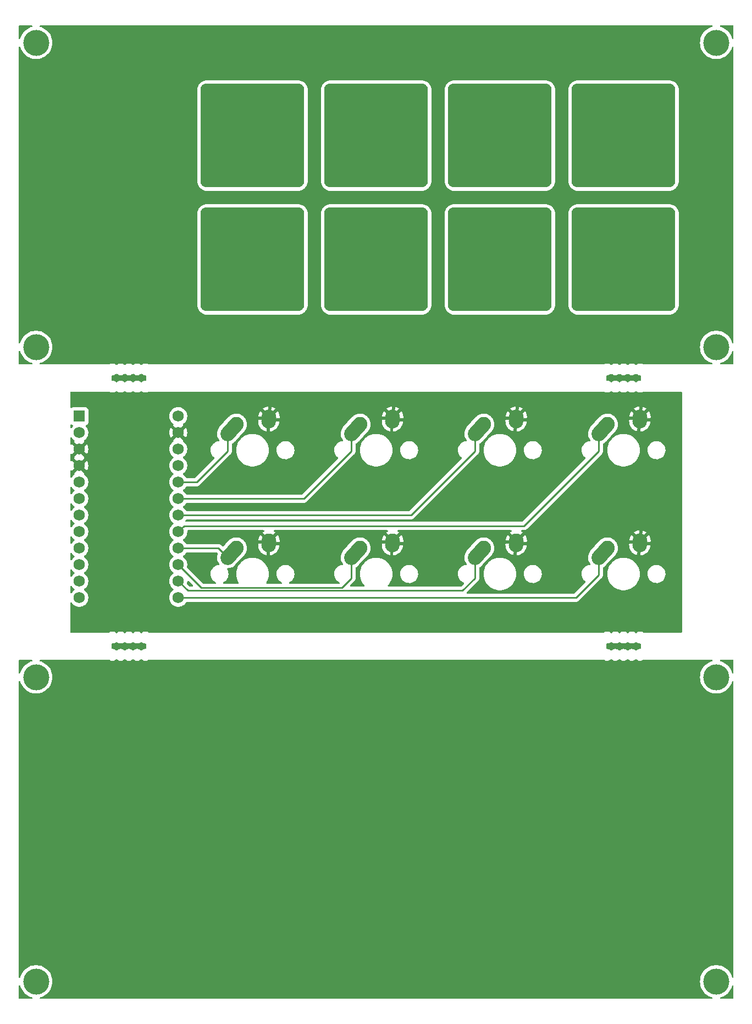
<source format=gbr>
%TF.GenerationSoftware,KiCad,Pcbnew,(5.99.0-12170-ge0011fcd93)*%
%TF.CreationDate,2021-09-26T20:19:55-07:00*%
%TF.ProjectId,dumb macropad,64756d62-206d-4616-9372-6f7061642e6b,rev?*%
%TF.SameCoordinates,Original*%
%TF.FileFunction,Copper,L1,Top*%
%TF.FilePolarity,Positive*%
%FSLAX46Y46*%
G04 Gerber Fmt 4.6, Leading zero omitted, Abs format (unit mm)*
G04 Created by KiCad (PCBNEW (5.99.0-12170-ge0011fcd93)) date 2021-09-26 20:19:55*
%MOMM*%
%LPD*%
G01*
G04 APERTURE LIST*
G04 Aperture macros list*
%AMRoundRect*
0 Rectangle with rounded corners*
0 $1 Rounding radius*
0 $2 $3 $4 $5 $6 $7 $8 $9 X,Y pos of 4 corners*
0 Add a 4 corners polygon primitive as box body*
4,1,4,$2,$3,$4,$5,$6,$7,$8,$9,$2,$3,0*
0 Add four circle primitives for the rounded corners*
1,1,$1+$1,$2,$3*
1,1,$1+$1,$4,$5*
1,1,$1+$1,$6,$7*
1,1,$1+$1,$8,$9*
0 Add four rect primitives between the rounded corners*
20,1,$1+$1,$2,$3,$4,$5,0*
20,1,$1+$1,$4,$5,$6,$7,0*
20,1,$1+$1,$6,$7,$8,$9,0*
20,1,$1+$1,$8,$9,$2,$3,0*%
%AMHorizOval*
0 Thick line with rounded ends*
0 $1 width*
0 $2 $3 position (X,Y) of the first rounded end (center of the circle)*
0 $4 $5 position (X,Y) of the second rounded end (center of the circle)*
0 Add line between two ends*
20,1,$1,$2,$3,$4,$5,0*
0 Add two circle primitives to create the rounded ends*
1,1,$1,$2,$3*
1,1,$1,$4,$5*%
G04 Aperture macros list end*
%TA.AperFunction,ComponentPad*%
%ADD10C,4.000000*%
%TD*%
%TA.AperFunction,ComponentPad*%
%ADD11C,0.500000*%
%TD*%
%TA.AperFunction,SMDPad,CuDef*%
%ADD12RoundRect,1.008000X6.992000X6.992000X-6.992000X6.992000X-6.992000X-6.992000X6.992000X-6.992000X0*%
%TD*%
%TA.AperFunction,ComponentPad*%
%ADD13C,1.752600*%
%TD*%
%TA.AperFunction,ComponentPad*%
%ADD14R,1.752600X1.752600*%
%TD*%
%TA.AperFunction,ComponentPad*%
%ADD15HorizOval,2.250000X0.020000X0.290000X-0.020000X-0.290000X0*%
%TD*%
%TA.AperFunction,ComponentPad*%
%ADD16C,2.250000*%
%TD*%
%TA.AperFunction,ComponentPad*%
%ADD17HorizOval,2.250000X0.655001X0.730000X-0.655001X-0.730000X0*%
%TD*%
%TA.AperFunction,Conductor*%
%ADD18C,0.250000*%
%TD*%
G04 APERTURE END LIST*
D10*
%TO.P,Ref\u002A\u002A,1*%
%TO.N,N/C*%
X84132200Y-173820300D03*
D11*
X85632200Y-173820300D03*
X82632200Y-173820300D03*
X84132200Y-175320300D03*
X84132200Y-172320300D03*
X85192200Y-174880300D03*
X83072200Y-174880300D03*
X83072200Y-172760300D03*
X85192200Y-172760300D03*
%TD*%
D10*
%TO.P,Ref\u002A\u002A,1*%
%TO.N,N/C*%
X188900600Y-173820300D03*
D11*
X190400600Y-173820300D03*
X187400600Y-173820300D03*
X188900600Y-175320300D03*
X188900600Y-172320300D03*
X189960600Y-174880300D03*
X187840600Y-174880300D03*
X187840600Y-172760300D03*
X189960600Y-172760300D03*
%TD*%
D10*
%TO.P,Ref\u002A\u002A,1*%
%TO.N,N/C*%
X188900600Y-126992000D03*
D11*
X190400600Y-126992000D03*
X187400600Y-126992000D03*
X188900600Y-128492000D03*
X188900600Y-125492000D03*
X189960600Y-128052000D03*
X187840600Y-128052000D03*
X187840600Y-125932000D03*
X189960600Y-125932000D03*
%TD*%
D10*
%TO.P,Ref\u002A\u002A,1*%
%TO.N,N/C*%
X84132200Y-126992000D03*
D11*
X85632200Y-126992000D03*
X82632200Y-126992000D03*
X84132200Y-128492000D03*
X84132200Y-125492000D03*
X85192200Y-128052000D03*
X83072200Y-128052000D03*
X83072200Y-125932000D03*
X85192200Y-125932000D03*
%TD*%
D10*
%TO.P,Ref\u002A\u002A,1*%
%TO.N,N/C*%
X84132200Y-76195200D03*
D11*
X85632200Y-76195200D03*
X82632200Y-76195200D03*
X84132200Y-77695200D03*
X84132200Y-74695200D03*
X85192200Y-77255200D03*
X83072200Y-77255200D03*
X83072200Y-75135200D03*
X85192200Y-75135200D03*
%TD*%
D10*
%TO.P,Ref\u002A\u002A,1*%
%TO.N,N/C*%
X188900600Y-76195200D03*
D11*
X190400600Y-76195200D03*
X187400600Y-76195200D03*
X188900600Y-77695200D03*
X188900600Y-74695200D03*
X189960600Y-77255200D03*
X187840600Y-77255200D03*
X187840600Y-75135200D03*
X189960600Y-75135200D03*
%TD*%
D10*
%TO.P,Ref\u002A\u002A,1*%
%TO.N,N/C*%
X188900600Y-29366900D03*
D11*
X190400600Y-29366900D03*
X187400600Y-29366900D03*
X188900600Y-30866900D03*
X188900600Y-27866900D03*
X189960600Y-30426900D03*
X187840600Y-30426900D03*
X187840600Y-28306900D03*
X189960600Y-28306900D03*
%TD*%
D10*
%TO.P,Ref\u002A\u002A,1*%
%TO.N,N/C*%
X84132200Y-29366900D03*
D11*
X85632200Y-29366900D03*
X82632200Y-29366900D03*
X84132200Y-30866900D03*
X84132200Y-27866900D03*
X85192200Y-30426900D03*
X83072200Y-30426900D03*
X83072200Y-28306900D03*
X85192200Y-28306900D03*
%TD*%
D12*
%TO.P,REF\u002A\u002A,1*%
%TO.N,N/C*%
X174614000Y-62702300D03*
%TD*%
%TO.P,REF\u002A\u002A,1*%
%TO.N,N/C*%
X155565200Y-62702300D03*
%TD*%
%TO.P,REF\u002A\u002A,1*%
%TO.N,N/C*%
X136516400Y-62702300D03*
%TD*%
%TO.P,REF\u002A\u002A,1*%
%TO.N,N/C*%
X117467600Y-62702300D03*
%TD*%
%TO.P,REF\u002A\u002A,1*%
%TO.N,N/C*%
X174614000Y-43653500D03*
%TD*%
%TO.P,REF\u002A\u002A,1*%
%TO.N,N/C*%
X155565200Y-43653500D03*
%TD*%
%TO.P,REF\u002A\u002A,1*%
%TO.N,N/C*%
X136516400Y-43653500D03*
%TD*%
%TO.P,REF\u002A\u002A,1*%
%TO.N,N/C*%
X117467600Y-43653500D03*
%TD*%
D13*
%TO.P,U1,24,RAW*%
%TO.N,unconnected-(U1-Pad24)*%
X106038800Y-86829900D03*
%TO.P,U1,12,9/B5*%
%TO.N,unconnected-(U1-Pad12)*%
X90798800Y-114769900D03*
%TO.P,U1,23,GND*%
%TO.N,GND*%
X106038800Y-89369900D03*
%TO.P,U1,22,RST*%
%TO.N,unconnected-(U1-Pad22)*%
X106038800Y-91909900D03*
%TO.P,U1,21,VCC*%
%TO.N,unconnected-(U1-Pad21)*%
X106038800Y-94449900D03*
%TO.P,U1,20,F4/A3*%
%TO.N,1*%
X106038800Y-96989900D03*
%TO.P,U1,19,F5/A2*%
%TO.N,2*%
X106038800Y-99529900D03*
%TO.P,U1,18,F6/A1*%
%TO.N,3*%
X106038800Y-102069900D03*
%TO.P,U1,17,F7/A0*%
%TO.N,4*%
X106038800Y-104609900D03*
%TO.P,U1,16,B1/15*%
%TO.N,5*%
X106038800Y-107149900D03*
%TO.P,U1,15,B3/14*%
%TO.N,6*%
X106038800Y-109689900D03*
%TO.P,U1,14,B2/16*%
%TO.N,7*%
X106038800Y-112229900D03*
%TO.P,U1,13,B6/10*%
%TO.N,8*%
X106038800Y-114769900D03*
%TO.P,U1,11,8/B4*%
%TO.N,unconnected-(U1-Pad11)*%
X90798800Y-112229900D03*
%TO.P,U1,10,7/E6*%
%TO.N,unconnected-(U1-Pad10)*%
X90798800Y-109689900D03*
%TO.P,U1,9,6/D7*%
%TO.N,unconnected-(U1-Pad9)*%
X90798800Y-107149900D03*
%TO.P,U1,8,5/C6*%
%TO.N,unconnected-(U1-Pad8)*%
X90798800Y-104609900D03*
%TO.P,U1,7,4/D4*%
%TO.N,unconnected-(U1-Pad7)*%
X90798800Y-102069900D03*
%TO.P,U1,6,3/D0/SCL*%
%TO.N,unconnected-(U1-Pad6)*%
X90798800Y-99529900D03*
%TO.P,U1,5,2/D1/SDA*%
%TO.N,unconnected-(U1-Pad5)*%
X90798800Y-96989900D03*
%TO.P,U1,4,GND*%
%TO.N,GND*%
X90798800Y-94449900D03*
%TO.P,U1,3,GND*%
X90798800Y-91909900D03*
%TO.P,U1,2,RX1/D2*%
%TO.N,unconnected-(U1-Pad2)*%
X90798800Y-89369900D03*
D14*
%TO.P,U1,1,TX0/D3*%
%TO.N,unconnected-(U1-Pad1)*%
X90798800Y-86829900D03*
%TD*%
D15*
%TO.P,MX8,2,ROW*%
%TO.N,GND*%
X177134000Y-106328000D03*
D16*
X177154000Y-106038000D03*
D17*
%TO.P,MX8,1,COL*%
%TO.N,8*%
X171459001Y-107848000D03*
D16*
X172114000Y-107118000D03*
%TD*%
D15*
%TO.P,MX7,2,ROW*%
%TO.N,GND*%
X158085200Y-106328000D03*
D16*
X158105200Y-106038000D03*
D17*
%TO.P,MX7,1,COL*%
%TO.N,7*%
X152410201Y-107848000D03*
D16*
X153065200Y-107118000D03*
%TD*%
D15*
%TO.P,MX6,2,ROW*%
%TO.N,GND*%
X139036400Y-106328000D03*
D16*
X139056400Y-106038000D03*
D17*
%TO.P,MX6,1,COL*%
%TO.N,6*%
X133361401Y-107848000D03*
D16*
X134016400Y-107118000D03*
%TD*%
D15*
%TO.P,MX5,2,ROW*%
%TO.N,GND*%
X119987600Y-106328000D03*
D16*
X120007600Y-106038000D03*
D17*
%TO.P,MX5,1,COL*%
%TO.N,5*%
X114312601Y-107848000D03*
D16*
X114967600Y-107118000D03*
%TD*%
D15*
%TO.P,MX4,2,ROW*%
%TO.N,GND*%
X177134000Y-87279200D03*
D16*
X177154000Y-86989200D03*
D17*
%TO.P,MX4,1,COL*%
%TO.N,4*%
X171459001Y-88799200D03*
D16*
X172114000Y-88069200D03*
%TD*%
D15*
%TO.P,MX3,2,ROW*%
%TO.N,GND*%
X158085200Y-87279200D03*
D16*
X158105200Y-86989200D03*
D17*
%TO.P,MX3,1,COL*%
%TO.N,3*%
X152410201Y-88799200D03*
D16*
X153065200Y-88069200D03*
%TD*%
D15*
%TO.P,MX2,2,ROW*%
%TO.N,GND*%
X139036400Y-87279200D03*
D16*
X139056400Y-86989200D03*
D17*
%TO.P,MX2,1,COL*%
%TO.N,2*%
X133361401Y-88799200D03*
D16*
X134016400Y-88069200D03*
%TD*%
D15*
%TO.P,MX1,2,ROW*%
%TO.N,GND*%
X119987600Y-87279200D03*
D16*
X120007600Y-86989200D03*
D17*
%TO.P,MX1,1,COL*%
%TO.N,1*%
X114312601Y-88799200D03*
D16*
X114967600Y-88069200D03*
%TD*%
D18*
%TO.N,8*%
X170804000Y-111262230D02*
X170804000Y-108578000D01*
X167296330Y-114769900D02*
X170804000Y-111262230D01*
X106038800Y-114769900D02*
X167296330Y-114769900D01*
%TO.N,7*%
X151755200Y-111753200D02*
X151755200Y-108578000D01*
X149821969Y-113686431D02*
X151755200Y-111753200D01*
X106038800Y-112229900D02*
X107495331Y-113686431D01*
X107495331Y-113686431D02*
X149821969Y-113686431D01*
%TO.N,6*%
X132706400Y-111753200D02*
X132706400Y-108578000D01*
X109585811Y-113236911D02*
X131222689Y-113236911D01*
X106038800Y-109689900D02*
X109585811Y-113236911D01*
X131222689Y-113236911D02*
X132706400Y-111753200D01*
%TO.N,5*%
X106038800Y-107149900D02*
X112229500Y-107149900D01*
X112229500Y-107149900D02*
X113657600Y-108578000D01*
%TO.N,4*%
X170804000Y-92213430D02*
X170804000Y-89529200D01*
X159283830Y-103733600D02*
X170804000Y-92213430D01*
X106915100Y-103733600D02*
X159283830Y-103733600D01*
X106038800Y-104609900D02*
X106915100Y-103733600D01*
%TO.N,3*%
X151755200Y-92213430D02*
X151755200Y-89529200D01*
X141898730Y-102069900D02*
X151755200Y-92213430D01*
X106038800Y-102069900D02*
X141898730Y-102069900D01*
%TO.N,2*%
X132706400Y-92213430D02*
X132706400Y-89529200D01*
X125389930Y-99529900D02*
X132706400Y-92213430D01*
X106038800Y-99529900D02*
X125389930Y-99529900D01*
%TO.N,1*%
X113657600Y-92213430D02*
X108881130Y-96989900D01*
X108881130Y-96989900D02*
X106038800Y-96989900D01*
X113657600Y-89529200D02*
X113657600Y-92213430D01*
%TD*%
%TA.AperFunction,Conductor*%
%TO.N,GND*%
G36*
X176580959Y-82990657D02*
G01*
X176593061Y-82998435D01*
X176691813Y-83070182D01*
X176700415Y-83076432D01*
X176706443Y-83079116D01*
X176706445Y-83079117D01*
X176867638Y-83150885D01*
X176873669Y-83153570D01*
X176966422Y-83173285D01*
X177052718Y-83191628D01*
X177052722Y-83191628D01*
X177059175Y-83193000D01*
X177248825Y-83193000D01*
X177255278Y-83191628D01*
X177255282Y-83191628D01*
X177341578Y-83173285D01*
X177434331Y-83153570D01*
X177495226Y-83126458D01*
X177601557Y-83079116D01*
X177601558Y-83079115D01*
X177607585Y-83076432D01*
X177612924Y-83072553D01*
X177618645Y-83069250D01*
X177619276Y-83070343D01*
X177679638Y-83048804D01*
X177704798Y-83049952D01*
X177712941Y-83052387D01*
X177721917Y-83052442D01*
X177721918Y-83052442D01*
X177728362Y-83052481D01*
X177747356Y-83052597D01*
X177748128Y-83052630D01*
X177749223Y-83052800D01*
X177780098Y-83052800D01*
X177780868Y-83052802D01*
X177854516Y-83053252D01*
X177854517Y-83053252D01*
X177858452Y-83053276D01*
X177859796Y-83052892D01*
X177861141Y-83052800D01*
X183504400Y-83052800D01*
X183572521Y-83072802D01*
X183619014Y-83126458D01*
X183630400Y-83178800D01*
X183630400Y-120008400D01*
X183610398Y-120076521D01*
X183556742Y-120123014D01*
X183504400Y-120134400D01*
X177797502Y-120134400D01*
X177796732Y-120134398D01*
X177795878Y-120134393D01*
X177719148Y-120133924D01*
X177710518Y-120136390D01*
X177703769Y-120137315D01*
X177633564Y-120126744D01*
X177617030Y-120117018D01*
X177612926Y-120114648D01*
X177607585Y-120110768D01*
X177601557Y-120108084D01*
X177601555Y-120108083D01*
X177440362Y-120036315D01*
X177440360Y-120036314D01*
X177434331Y-120033630D01*
X177315632Y-120008400D01*
X177255282Y-119995572D01*
X177255278Y-119995572D01*
X177248825Y-119994200D01*
X177059175Y-119994200D01*
X177052722Y-119995572D01*
X177052718Y-119995572D01*
X176992368Y-120008400D01*
X176873669Y-120033630D01*
X176867640Y-120036314D01*
X176867638Y-120036315D01*
X176706445Y-120108083D01*
X176706443Y-120108084D01*
X176700415Y-120110768D01*
X176695074Y-120114648D01*
X176695073Y-120114649D01*
X176593061Y-120188765D01*
X176526193Y-120212624D01*
X176457041Y-120196543D01*
X176444939Y-120188765D01*
X176342927Y-120114649D01*
X176342926Y-120114648D01*
X176337585Y-120110768D01*
X176331557Y-120108084D01*
X176331555Y-120108083D01*
X176170362Y-120036315D01*
X176170360Y-120036314D01*
X176164331Y-120033630D01*
X176045632Y-120008400D01*
X175985282Y-119995572D01*
X175985278Y-119995572D01*
X175978825Y-119994200D01*
X175789175Y-119994200D01*
X175782722Y-119995572D01*
X175782718Y-119995572D01*
X175722368Y-120008400D01*
X175603669Y-120033630D01*
X175597640Y-120036314D01*
X175597638Y-120036315D01*
X175436445Y-120108083D01*
X175436443Y-120108084D01*
X175430415Y-120110768D01*
X175425074Y-120114648D01*
X175425073Y-120114649D01*
X175323061Y-120188765D01*
X175256193Y-120212624D01*
X175187041Y-120196543D01*
X175174939Y-120188765D01*
X175072927Y-120114649D01*
X175072926Y-120114648D01*
X175067585Y-120110768D01*
X175061557Y-120108084D01*
X175061555Y-120108083D01*
X174900362Y-120036315D01*
X174900360Y-120036314D01*
X174894331Y-120033630D01*
X174775632Y-120008400D01*
X174715282Y-119995572D01*
X174715278Y-119995572D01*
X174708825Y-119994200D01*
X174519175Y-119994200D01*
X174512722Y-119995572D01*
X174512718Y-119995572D01*
X174452368Y-120008400D01*
X174333669Y-120033630D01*
X174327640Y-120036314D01*
X174327638Y-120036315D01*
X174166445Y-120108083D01*
X174166443Y-120108084D01*
X174160415Y-120110768D01*
X174155074Y-120114648D01*
X174155073Y-120114649D01*
X174053061Y-120188765D01*
X173986193Y-120212624D01*
X173917041Y-120196543D01*
X173904939Y-120188765D01*
X173802927Y-120114649D01*
X173802926Y-120114648D01*
X173797585Y-120110768D01*
X173791557Y-120108084D01*
X173791555Y-120108083D01*
X173630362Y-120036315D01*
X173630360Y-120036314D01*
X173624331Y-120033630D01*
X173505632Y-120008400D01*
X173445282Y-119995572D01*
X173445278Y-119995572D01*
X173438825Y-119994200D01*
X173249175Y-119994200D01*
X173242722Y-119995572D01*
X173242718Y-119995572D01*
X173182368Y-120008400D01*
X173063669Y-120033630D01*
X173057640Y-120036314D01*
X173057638Y-120036315D01*
X172896445Y-120108083D01*
X172896443Y-120108084D01*
X172890415Y-120110768D01*
X172885074Y-120114648D01*
X172885073Y-120114649D01*
X172783061Y-120188765D01*
X172716193Y-120212624D01*
X172647041Y-120196543D01*
X172634939Y-120188765D01*
X172532927Y-120114649D01*
X172532926Y-120114648D01*
X172527585Y-120110768D01*
X172521557Y-120108084D01*
X172521555Y-120108083D01*
X172360362Y-120036315D01*
X172360360Y-120036314D01*
X172354331Y-120033630D01*
X172235632Y-120008400D01*
X172175282Y-119995572D01*
X172175278Y-119995572D01*
X172168825Y-119994200D01*
X171979175Y-119994200D01*
X171972722Y-119995572D01*
X171972718Y-119995572D01*
X171912368Y-120008400D01*
X171793669Y-120033630D01*
X171787640Y-120036314D01*
X171787638Y-120036315D01*
X171626443Y-120108084D01*
X171620415Y-120110768D01*
X171615076Y-120114647D01*
X171609355Y-120117950D01*
X171608724Y-120116857D01*
X171548362Y-120138396D01*
X171523202Y-120137248D01*
X171515059Y-120134813D01*
X171506083Y-120134758D01*
X171506082Y-120134758D01*
X171499638Y-120134719D01*
X171480644Y-120134603D01*
X171479872Y-120134570D01*
X171478777Y-120134400D01*
X171447902Y-120134400D01*
X171447132Y-120134398D01*
X171373484Y-120133948D01*
X171373483Y-120133948D01*
X171369548Y-120133924D01*
X171368204Y-120134308D01*
X171366859Y-120134400D01*
X101602302Y-120134400D01*
X101601532Y-120134398D01*
X101600678Y-120134393D01*
X101523948Y-120133924D01*
X101515318Y-120136390D01*
X101508569Y-120137315D01*
X101438364Y-120126744D01*
X101421830Y-120117018D01*
X101417726Y-120114648D01*
X101412385Y-120110768D01*
X101406357Y-120108084D01*
X101406355Y-120108083D01*
X101245162Y-120036315D01*
X101245160Y-120036314D01*
X101239131Y-120033630D01*
X101120432Y-120008400D01*
X101060082Y-119995572D01*
X101060078Y-119995572D01*
X101053625Y-119994200D01*
X100863975Y-119994200D01*
X100857522Y-119995572D01*
X100857518Y-119995572D01*
X100797168Y-120008400D01*
X100678469Y-120033630D01*
X100672440Y-120036314D01*
X100672438Y-120036315D01*
X100511245Y-120108083D01*
X100511243Y-120108084D01*
X100505215Y-120110768D01*
X100499874Y-120114648D01*
X100499873Y-120114649D01*
X100397861Y-120188765D01*
X100330993Y-120212624D01*
X100261841Y-120196543D01*
X100249739Y-120188765D01*
X100147727Y-120114649D01*
X100147726Y-120114648D01*
X100142385Y-120110768D01*
X100136357Y-120108084D01*
X100136355Y-120108083D01*
X99975162Y-120036315D01*
X99975160Y-120036314D01*
X99969131Y-120033630D01*
X99850432Y-120008400D01*
X99790082Y-119995572D01*
X99790078Y-119995572D01*
X99783625Y-119994200D01*
X99593975Y-119994200D01*
X99587522Y-119995572D01*
X99587518Y-119995572D01*
X99527168Y-120008400D01*
X99408469Y-120033630D01*
X99402440Y-120036314D01*
X99402438Y-120036315D01*
X99241245Y-120108083D01*
X99241243Y-120108084D01*
X99235215Y-120110768D01*
X99229874Y-120114648D01*
X99229873Y-120114649D01*
X99127861Y-120188765D01*
X99060993Y-120212624D01*
X98991841Y-120196543D01*
X98979739Y-120188765D01*
X98877727Y-120114649D01*
X98877726Y-120114648D01*
X98872385Y-120110768D01*
X98866357Y-120108084D01*
X98866355Y-120108083D01*
X98705162Y-120036315D01*
X98705160Y-120036314D01*
X98699131Y-120033630D01*
X98580432Y-120008400D01*
X98520082Y-119995572D01*
X98520078Y-119995572D01*
X98513625Y-119994200D01*
X98323975Y-119994200D01*
X98317522Y-119995572D01*
X98317518Y-119995572D01*
X98257168Y-120008400D01*
X98138469Y-120033630D01*
X98132440Y-120036314D01*
X98132438Y-120036315D01*
X97971245Y-120108083D01*
X97971243Y-120108084D01*
X97965215Y-120110768D01*
X97959874Y-120114648D01*
X97959873Y-120114649D01*
X97857861Y-120188765D01*
X97790993Y-120212624D01*
X97721841Y-120196543D01*
X97709739Y-120188765D01*
X97607727Y-120114649D01*
X97607726Y-120114648D01*
X97602385Y-120110768D01*
X97596357Y-120108084D01*
X97596355Y-120108083D01*
X97435162Y-120036315D01*
X97435160Y-120036314D01*
X97429131Y-120033630D01*
X97310432Y-120008400D01*
X97250082Y-119995572D01*
X97250078Y-119995572D01*
X97243625Y-119994200D01*
X97053975Y-119994200D01*
X97047522Y-119995572D01*
X97047518Y-119995572D01*
X96987168Y-120008400D01*
X96868469Y-120033630D01*
X96862440Y-120036314D01*
X96862438Y-120036315D01*
X96701245Y-120108083D01*
X96701243Y-120108084D01*
X96695215Y-120110768D01*
X96689874Y-120114648D01*
X96689873Y-120114649D01*
X96587861Y-120188765D01*
X96520993Y-120212624D01*
X96451841Y-120196543D01*
X96439739Y-120188765D01*
X96337727Y-120114649D01*
X96337726Y-120114648D01*
X96332385Y-120110768D01*
X96326357Y-120108084D01*
X96326355Y-120108083D01*
X96165162Y-120036315D01*
X96165160Y-120036314D01*
X96159131Y-120033630D01*
X96040432Y-120008400D01*
X95980082Y-119995572D01*
X95980078Y-119995572D01*
X95973625Y-119994200D01*
X95783975Y-119994200D01*
X95777522Y-119995572D01*
X95777518Y-119995572D01*
X95717168Y-120008400D01*
X95598469Y-120033630D01*
X95592440Y-120036314D01*
X95592438Y-120036315D01*
X95431243Y-120108084D01*
X95425215Y-120110768D01*
X95419876Y-120114647D01*
X95414155Y-120117950D01*
X95413524Y-120116857D01*
X95353162Y-120138396D01*
X95328002Y-120137248D01*
X95319859Y-120134813D01*
X95310883Y-120134758D01*
X95310882Y-120134758D01*
X95304438Y-120134719D01*
X95285444Y-120134603D01*
X95284672Y-120134570D01*
X95283577Y-120134400D01*
X95252702Y-120134400D01*
X95251932Y-120134398D01*
X95178284Y-120133948D01*
X95178283Y-120133948D01*
X95174348Y-120133924D01*
X95173004Y-120134308D01*
X95171659Y-120134400D01*
X89528400Y-120134400D01*
X89460279Y-120114398D01*
X89413786Y-120060742D01*
X89402400Y-120008400D01*
X89402400Y-115588428D01*
X89422402Y-115520307D01*
X89476058Y-115473814D01*
X89546332Y-115463710D01*
X89610912Y-115493204D01*
X89635833Y-115522593D01*
X89677492Y-115590574D01*
X89826586Y-115762693D01*
X90001789Y-115908149D01*
X90006241Y-115910751D01*
X90006246Y-115910754D01*
X90100340Y-115965738D01*
X90198397Y-116023038D01*
X90411129Y-116104272D01*
X90416195Y-116105303D01*
X90416196Y-116105303D01*
X90468430Y-116115930D01*
X90634272Y-116149671D01*
X90762088Y-116154358D01*
X90856670Y-116157827D01*
X90856675Y-116157827D01*
X90861834Y-116158016D01*
X90866954Y-116157360D01*
X90866956Y-116157360D01*
X90939144Y-116148112D01*
X91087703Y-116129081D01*
X91092652Y-116127596D01*
X91092658Y-116127595D01*
X91219004Y-116089689D01*
X91305813Y-116063645D01*
X91510307Y-115963464D01*
X91514511Y-115960466D01*
X91514515Y-115960463D01*
X91592483Y-115904849D01*
X91695693Y-115831230D01*
X91856993Y-115670492D01*
X91989873Y-115485569D01*
X92000677Y-115463710D01*
X92088473Y-115286068D01*
X92088474Y-115286066D01*
X92090767Y-115281426D01*
X92156964Y-115063546D01*
X92169500Y-114968330D01*
X92186250Y-114841101D01*
X92186251Y-114841094D01*
X92186687Y-114837779D01*
X92188346Y-114769900D01*
X92180979Y-114680293D01*
X92170111Y-114548102D01*
X92170110Y-114548096D01*
X92169687Y-114542951D01*
X92114213Y-114322097D01*
X92112154Y-114317361D01*
X92025472Y-114118006D01*
X92025470Y-114118003D01*
X92023412Y-114113269D01*
X91899723Y-113922075D01*
X91746468Y-113753650D01*
X91567763Y-113612518D01*
X91561135Y-113608859D01*
X91560451Y-113608169D01*
X91558931Y-113607159D01*
X91559139Y-113606845D01*
X91511163Y-113558433D01*
X91496385Y-113488991D01*
X91521496Y-113422584D01*
X91548854Y-113395969D01*
X91691489Y-113294229D01*
X91691491Y-113294227D01*
X91695693Y-113291230D01*
X91856993Y-113130492D01*
X91932513Y-113025395D01*
X91986855Y-112949769D01*
X91989873Y-112945569D01*
X92000677Y-112923710D01*
X92088473Y-112746068D01*
X92088474Y-112746066D01*
X92090767Y-112741426D01*
X92156964Y-112523546D01*
X92160528Y-112496476D01*
X92186250Y-112301101D01*
X92186251Y-112301094D01*
X92186687Y-112297779D01*
X92187236Y-112275315D01*
X92188264Y-112233265D01*
X92188264Y-112233260D01*
X92188346Y-112229900D01*
X92179440Y-112121572D01*
X92170111Y-112008102D01*
X92170110Y-112008096D01*
X92169687Y-112002951D01*
X92121969Y-111812976D01*
X92115472Y-111787108D01*
X92115471Y-111787104D01*
X92114213Y-111782097D01*
X92112154Y-111777361D01*
X92025472Y-111578006D01*
X92025470Y-111578003D01*
X92023412Y-111573269D01*
X91934708Y-111436154D01*
X91902531Y-111386415D01*
X91902529Y-111386412D01*
X91899723Y-111382075D01*
X91746468Y-111213650D01*
X91567763Y-111072518D01*
X91561135Y-111068859D01*
X91560451Y-111068169D01*
X91558931Y-111067159D01*
X91559139Y-111066845D01*
X91511163Y-111018433D01*
X91496385Y-110948991D01*
X91521496Y-110882584D01*
X91548854Y-110855969D01*
X91691489Y-110754229D01*
X91691491Y-110754227D01*
X91695693Y-110751230D01*
X91856993Y-110590492D01*
X91989873Y-110405569D01*
X92000677Y-110383710D01*
X92088473Y-110206068D01*
X92088474Y-110206066D01*
X92090767Y-110201426D01*
X92152652Y-109997740D01*
X92155462Y-109988490D01*
X92155462Y-109988489D01*
X92156964Y-109983546D01*
X92162580Y-109940890D01*
X92186250Y-109761101D01*
X92186251Y-109761094D01*
X92186687Y-109757779D01*
X92186769Y-109754427D01*
X92188264Y-109693265D01*
X92188264Y-109693260D01*
X92188346Y-109689900D01*
X92176242Y-109542676D01*
X92170111Y-109468102D01*
X92170110Y-109468096D01*
X92169687Y-109462951D01*
X92114213Y-109242097D01*
X92112154Y-109237361D01*
X92025472Y-109038006D01*
X92025470Y-109038003D01*
X92023412Y-109033269D01*
X91899723Y-108842075D01*
X91746468Y-108673650D01*
X91567763Y-108532518D01*
X91561135Y-108528859D01*
X91560451Y-108528169D01*
X91558931Y-108527159D01*
X91559139Y-108526845D01*
X91511163Y-108478433D01*
X91496385Y-108408991D01*
X91521496Y-108342584D01*
X91548854Y-108315969D01*
X91691489Y-108214229D01*
X91691491Y-108214227D01*
X91695693Y-108211230D01*
X91856993Y-108050492D01*
X91890859Y-108003363D01*
X91986855Y-107869769D01*
X91986857Y-107869766D01*
X91989873Y-107865569D01*
X91993956Y-107857309D01*
X92088473Y-107666068D01*
X92088474Y-107666066D01*
X92090767Y-107661426D01*
X92156964Y-107443546D01*
X92166077Y-107374326D01*
X92186250Y-107221101D01*
X92186251Y-107221094D01*
X92186687Y-107217779D01*
X92186769Y-107214427D01*
X92188264Y-107153265D01*
X92188264Y-107153260D01*
X92188346Y-107149900D01*
X92171560Y-106945732D01*
X92170111Y-106928102D01*
X92170110Y-106928096D01*
X92169687Y-106922951D01*
X92141843Y-106812098D01*
X92115472Y-106707108D01*
X92115471Y-106707104D01*
X92114213Y-106702097D01*
X92112154Y-106697361D01*
X92025472Y-106498006D01*
X92025470Y-106498003D01*
X92023412Y-106493269D01*
X91899723Y-106302075D01*
X91746468Y-106133650D01*
X91567763Y-105992518D01*
X91561135Y-105988859D01*
X91560451Y-105988169D01*
X91558931Y-105987159D01*
X91559139Y-105986845D01*
X91511163Y-105938433D01*
X91496385Y-105868991D01*
X91521496Y-105802584D01*
X91548854Y-105775969D01*
X91691489Y-105674229D01*
X91691491Y-105674227D01*
X91695693Y-105671230D01*
X91856993Y-105510492D01*
X91865084Y-105499233D01*
X91986855Y-105329769D01*
X91989873Y-105325569D01*
X92000677Y-105303710D01*
X92088473Y-105126068D01*
X92088474Y-105126066D01*
X92090767Y-105121426D01*
X92156964Y-104903546D01*
X92169500Y-104808330D01*
X92186250Y-104681101D01*
X92186251Y-104681094D01*
X92186687Y-104677779D01*
X92188346Y-104609900D01*
X92177832Y-104482016D01*
X92170111Y-104388102D01*
X92170110Y-104388096D01*
X92169687Y-104382951D01*
X92127955Y-104216807D01*
X92115472Y-104167108D01*
X92115471Y-104167104D01*
X92114213Y-104162097D01*
X92111656Y-104156216D01*
X92025472Y-103958006D01*
X92025470Y-103958003D01*
X92023412Y-103953269D01*
X91899723Y-103762075D01*
X91746468Y-103593650D01*
X91567763Y-103452518D01*
X91561135Y-103448859D01*
X91560451Y-103448169D01*
X91558931Y-103447159D01*
X91559139Y-103446845D01*
X91511163Y-103398433D01*
X91496385Y-103328991D01*
X91521496Y-103262584D01*
X91548854Y-103235969D01*
X91691489Y-103134229D01*
X91691491Y-103134227D01*
X91695693Y-103131230D01*
X91856993Y-102970492D01*
X91989873Y-102785569D01*
X92000677Y-102763710D01*
X92088473Y-102586068D01*
X92088474Y-102586066D01*
X92090767Y-102581426D01*
X92156964Y-102363546D01*
X92169500Y-102268330D01*
X92186250Y-102141101D01*
X92186251Y-102141094D01*
X92186687Y-102137779D01*
X92188346Y-102069900D01*
X92180979Y-101980293D01*
X92170111Y-101848102D01*
X92170110Y-101848096D01*
X92169687Y-101842951D01*
X92114213Y-101622097D01*
X92112154Y-101617361D01*
X92025472Y-101418006D01*
X92025470Y-101418003D01*
X92023412Y-101413269D01*
X91899723Y-101222075D01*
X91746468Y-101053650D01*
X91567763Y-100912518D01*
X91561135Y-100908859D01*
X91560451Y-100908169D01*
X91558931Y-100907159D01*
X91559139Y-100906845D01*
X91511163Y-100858433D01*
X91496385Y-100788991D01*
X91521496Y-100722584D01*
X91548854Y-100695969D01*
X91691489Y-100594229D01*
X91691491Y-100594227D01*
X91695693Y-100591230D01*
X91856993Y-100430492D01*
X91989873Y-100245569D01*
X92000677Y-100223710D01*
X92088473Y-100046068D01*
X92088474Y-100046066D01*
X92090767Y-100041426D01*
X92156964Y-99823546D01*
X92169500Y-99728330D01*
X92186250Y-99601101D01*
X92186251Y-99601094D01*
X92186687Y-99597779D01*
X92188346Y-99529900D01*
X92180979Y-99440293D01*
X92170111Y-99308102D01*
X92170110Y-99308096D01*
X92169687Y-99302951D01*
X92114213Y-99082097D01*
X92112154Y-99077361D01*
X92025472Y-98878006D01*
X92025470Y-98878003D01*
X92023412Y-98873269D01*
X91899723Y-98682075D01*
X91746468Y-98513650D01*
X91567763Y-98372518D01*
X91561135Y-98368859D01*
X91560451Y-98368169D01*
X91558931Y-98367159D01*
X91559139Y-98366845D01*
X91511163Y-98318433D01*
X91496385Y-98248991D01*
X91521496Y-98182584D01*
X91548854Y-98155969D01*
X91691489Y-98054229D01*
X91691491Y-98054227D01*
X91695693Y-98051230D01*
X91856993Y-97890492D01*
X91989873Y-97705569D01*
X92000677Y-97683710D01*
X92088473Y-97506068D01*
X92088474Y-97506066D01*
X92090767Y-97501426D01*
X92156964Y-97283546D01*
X92169500Y-97188330D01*
X92186250Y-97061101D01*
X92186251Y-97061094D01*
X92186687Y-97057779D01*
X92188346Y-96989900D01*
X92180979Y-96900293D01*
X92170111Y-96768102D01*
X92170110Y-96768096D01*
X92169687Y-96762951D01*
X92114213Y-96542097D01*
X92112154Y-96537361D01*
X92025472Y-96338006D01*
X92025470Y-96338003D01*
X92023412Y-96333269D01*
X91899723Y-96142075D01*
X91746468Y-95973650D01*
X91567763Y-95832518D01*
X91560649Y-95828591D01*
X91559806Y-95827740D01*
X91558931Y-95827159D01*
X91559051Y-95826978D01*
X91510676Y-95778161D01*
X91495900Y-95708719D01*
X91521014Y-95642313D01*
X91548368Y-95615702D01*
X91566903Y-95602481D01*
X91575304Y-95591781D01*
X91568315Y-95578625D01*
X90811612Y-94821922D01*
X90797668Y-94814308D01*
X90795835Y-94814439D01*
X90789220Y-94818690D01*
X90026310Y-95581600D01*
X90019550Y-95593980D01*
X90024831Y-95601034D01*
X90039498Y-95609605D01*
X90088222Y-95661243D01*
X90101293Y-95731026D01*
X90074562Y-95796798D01*
X90051581Y-95819153D01*
X89880379Y-95947695D01*
X89876244Y-95950800D01*
X89718920Y-96115430D01*
X89716006Y-96119702D01*
X89716005Y-96119703D01*
X89632488Y-96242135D01*
X89577577Y-96287138D01*
X89507052Y-96295309D01*
X89443305Y-96264055D01*
X89406575Y-96203298D01*
X89402400Y-96171131D01*
X89402400Y-95267471D01*
X89422402Y-95199350D01*
X89476058Y-95152857D01*
X89546332Y-95142753D01*
X89610912Y-95172247D01*
X89635832Y-95201636D01*
X89646132Y-95218444D01*
X89656590Y-95227906D01*
X89665368Y-95224122D01*
X90426778Y-94462712D01*
X90433156Y-94451032D01*
X91163208Y-94451032D01*
X91163339Y-94452865D01*
X91167590Y-94459480D01*
X91928120Y-95220010D01*
X91940130Y-95226569D01*
X91951869Y-95217601D01*
X91986425Y-95169511D01*
X91991736Y-95160672D01*
X92088006Y-94965883D01*
X92091805Y-94956287D01*
X92154970Y-94748391D01*
X92157149Y-94738310D01*
X92185749Y-94521075D01*
X92186268Y-94514402D01*
X92187762Y-94453265D01*
X92187568Y-94446546D01*
X92169616Y-94228194D01*
X92167931Y-94218014D01*
X92114996Y-94007271D01*
X92111676Y-93997520D01*
X92025029Y-93798243D01*
X92020162Y-93789168D01*
X91950883Y-93682078D01*
X91940198Y-93672875D01*
X91930631Y-93677279D01*
X91170822Y-94437088D01*
X91163208Y-94451032D01*
X90433156Y-94451032D01*
X90434392Y-94448768D01*
X90434261Y-94446935D01*
X90430010Y-94440320D01*
X89669722Y-93680032D01*
X89658186Y-93673732D01*
X89645904Y-93683355D01*
X89632489Y-93703020D01*
X89577577Y-93748023D01*
X89507052Y-93756194D01*
X89443305Y-93724940D01*
X89406575Y-93664183D01*
X89402400Y-93632016D01*
X89402400Y-93053980D01*
X90019550Y-93053980D01*
X90024831Y-93061034D01*
X90039968Y-93069880D01*
X90088691Y-93121519D01*
X90101761Y-93191302D01*
X90075029Y-93257074D01*
X90052048Y-93279428D01*
X90029689Y-93296215D01*
X90021236Y-93307540D01*
X90027980Y-93319870D01*
X90785988Y-94077878D01*
X90799932Y-94085492D01*
X90801765Y-94085361D01*
X90808380Y-94081110D01*
X91570915Y-93318575D01*
X91577936Y-93305719D01*
X91570407Y-93295386D01*
X91562965Y-93290442D01*
X91560197Y-93288914D01*
X91559294Y-93288003D01*
X91558653Y-93287577D01*
X91558741Y-93287445D01*
X91510224Y-93238484D01*
X91495448Y-93169042D01*
X91520561Y-93102635D01*
X91547917Y-93076023D01*
X91566904Y-93062480D01*
X91575304Y-93051781D01*
X91568315Y-93038625D01*
X90811612Y-92281922D01*
X90797668Y-92274308D01*
X90795835Y-92274439D01*
X90789220Y-92278690D01*
X90026310Y-93041600D01*
X90019550Y-93053980D01*
X89402400Y-93053980D01*
X89402400Y-92727471D01*
X89422402Y-92659350D01*
X89476058Y-92612857D01*
X89546332Y-92602753D01*
X89610912Y-92632247D01*
X89635832Y-92661636D01*
X89646132Y-92678444D01*
X89656590Y-92687906D01*
X89665368Y-92684122D01*
X90426778Y-91922712D01*
X90433156Y-91911032D01*
X91163208Y-91911032D01*
X91163339Y-91912865D01*
X91167590Y-91919480D01*
X91928120Y-92680010D01*
X91940130Y-92686569D01*
X91951869Y-92677601D01*
X91986425Y-92629511D01*
X91991736Y-92620672D01*
X92088006Y-92425883D01*
X92091805Y-92416287D01*
X92154970Y-92208391D01*
X92157149Y-92198310D01*
X92185749Y-91981075D01*
X92186268Y-91974402D01*
X92187762Y-91913265D01*
X92187568Y-91906546D01*
X92185053Y-91875950D01*
X104649669Y-91875950D01*
X104649966Y-91881102D01*
X104649966Y-91881106D01*
X104652179Y-91919480D01*
X104662777Y-92103287D01*
X104663912Y-92108324D01*
X104663913Y-92108330D01*
X104703034Y-92281922D01*
X104712839Y-92325431D01*
X104714783Y-92330217D01*
X104714784Y-92330222D01*
X104796393Y-92531200D01*
X104798511Y-92536415D01*
X104917492Y-92730574D01*
X105066586Y-92902693D01*
X105241789Y-93048149D01*
X105246240Y-93050750D01*
X105246250Y-93050757D01*
X105279066Y-93069933D01*
X105327789Y-93121572D01*
X105340859Y-93191355D01*
X105314126Y-93257127D01*
X105291153Y-93279475D01*
X105116244Y-93410800D01*
X104958920Y-93575430D01*
X104956006Y-93579702D01*
X104956005Y-93579703D01*
X104920320Y-93632016D01*
X104830597Y-93763545D01*
X104734721Y-93970092D01*
X104733339Y-93975074D01*
X104733339Y-93975075D01*
X104726861Y-93998434D01*
X104673867Y-94189525D01*
X104649669Y-94415950D01*
X104649966Y-94421102D01*
X104649966Y-94421106D01*
X104651853Y-94453830D01*
X104662777Y-94643287D01*
X104663912Y-94648324D01*
X104663913Y-94648330D01*
X104703034Y-94821922D01*
X104712839Y-94865431D01*
X104714783Y-94870217D01*
X104714784Y-94870222D01*
X104796567Y-95071628D01*
X104798511Y-95076415D01*
X104917492Y-95270574D01*
X105066586Y-95442693D01*
X105241789Y-95588149D01*
X105246240Y-95590750D01*
X105246250Y-95590757D01*
X105279066Y-95609933D01*
X105327789Y-95661572D01*
X105340859Y-95731355D01*
X105314126Y-95797127D01*
X105291153Y-95819475D01*
X105116244Y-95950800D01*
X104958920Y-96115430D01*
X104956006Y-96119702D01*
X104956005Y-96119703D01*
X104920923Y-96171131D01*
X104830597Y-96303545D01*
X104734721Y-96510092D01*
X104673867Y-96729525D01*
X104649669Y-96955950D01*
X104649966Y-96961102D01*
X104649966Y-96961106D01*
X104654783Y-97044640D01*
X104662777Y-97183287D01*
X104712839Y-97405431D01*
X104714783Y-97410217D01*
X104714784Y-97410222D01*
X104796277Y-97610913D01*
X104798511Y-97616415D01*
X104917492Y-97810574D01*
X105066586Y-97982693D01*
X105241789Y-98128149D01*
X105246240Y-98130750D01*
X105246250Y-98130757D01*
X105279066Y-98149933D01*
X105327789Y-98201572D01*
X105340859Y-98271355D01*
X105314126Y-98337127D01*
X105291153Y-98359475D01*
X105116244Y-98490800D01*
X104958920Y-98655430D01*
X104956006Y-98659702D01*
X104956005Y-98659703D01*
X104920923Y-98711131D01*
X104830597Y-98843545D01*
X104734721Y-99050092D01*
X104673867Y-99269525D01*
X104649669Y-99495950D01*
X104649966Y-99501102D01*
X104649966Y-99501106D01*
X104654783Y-99584640D01*
X104662777Y-99723287D01*
X104712839Y-99945431D01*
X104714783Y-99950217D01*
X104714784Y-99950222D01*
X104796277Y-100150913D01*
X104798511Y-100156415D01*
X104917492Y-100350574D01*
X105066586Y-100522693D01*
X105241789Y-100668149D01*
X105246240Y-100670750D01*
X105246250Y-100670757D01*
X105279066Y-100689933D01*
X105327789Y-100741572D01*
X105340859Y-100811355D01*
X105314126Y-100877127D01*
X105291153Y-100899475D01*
X105116244Y-101030800D01*
X104958920Y-101195430D01*
X104956006Y-101199702D01*
X104956005Y-101199703D01*
X104920923Y-101251131D01*
X104830597Y-101383545D01*
X104734721Y-101590092D01*
X104673867Y-101809525D01*
X104649669Y-102035950D01*
X104649966Y-102041102D01*
X104649966Y-102041106D01*
X104654783Y-102124640D01*
X104662777Y-102263287D01*
X104712839Y-102485431D01*
X104714783Y-102490217D01*
X104714784Y-102490222D01*
X104796277Y-102690913D01*
X104798511Y-102696415D01*
X104917492Y-102890574D01*
X105066586Y-103062693D01*
X105241789Y-103208149D01*
X105246240Y-103210750D01*
X105246250Y-103210757D01*
X105279066Y-103229933D01*
X105327789Y-103281572D01*
X105340859Y-103351355D01*
X105314126Y-103417127D01*
X105291153Y-103439475D01*
X105116244Y-103570800D01*
X104958920Y-103735430D01*
X104956006Y-103739702D01*
X104956005Y-103739703D01*
X104920923Y-103791131D01*
X104830597Y-103923545D01*
X104734721Y-104130092D01*
X104733339Y-104135074D01*
X104733339Y-104135075D01*
X104715591Y-104199072D01*
X104673867Y-104349525D01*
X104649669Y-104575950D01*
X104649966Y-104581102D01*
X104649966Y-104581106D01*
X104651862Y-104613984D01*
X104662777Y-104803287D01*
X104712839Y-105025431D01*
X104714783Y-105030217D01*
X104714784Y-105030222D01*
X104783774Y-105200122D01*
X104798511Y-105236415D01*
X104917492Y-105430574D01*
X105066586Y-105602693D01*
X105241789Y-105748149D01*
X105246240Y-105750750D01*
X105246250Y-105750757D01*
X105279066Y-105769933D01*
X105327789Y-105821572D01*
X105340859Y-105891355D01*
X105314126Y-105957127D01*
X105291153Y-105979475D01*
X105116244Y-106110800D01*
X105101626Y-106126097D01*
X105008178Y-106223885D01*
X104958920Y-106275430D01*
X104956006Y-106279702D01*
X104956005Y-106279703D01*
X104920923Y-106331131D01*
X104830597Y-106463545D01*
X104734721Y-106670092D01*
X104733339Y-106675074D01*
X104733339Y-106675075D01*
X104727278Y-106696930D01*
X104673867Y-106889525D01*
X104649669Y-107115950D01*
X104649966Y-107121102D01*
X104649966Y-107121106D01*
X104654439Y-107198678D01*
X104662777Y-107343287D01*
X104663912Y-107348324D01*
X104663913Y-107348330D01*
X104706390Y-107536814D01*
X104712839Y-107565431D01*
X104714783Y-107570217D01*
X104714784Y-107570222D01*
X104767118Y-107699104D01*
X104798511Y-107776415D01*
X104917492Y-107970574D01*
X105066586Y-108142693D01*
X105241789Y-108288149D01*
X105246240Y-108290750D01*
X105246250Y-108290757D01*
X105279066Y-108309933D01*
X105327789Y-108361572D01*
X105340859Y-108431355D01*
X105314126Y-108497127D01*
X105291153Y-108519475D01*
X105116244Y-108650800D01*
X104958920Y-108815430D01*
X104956006Y-108819702D01*
X104956005Y-108819703D01*
X104936818Y-108847830D01*
X104830597Y-109003545D01*
X104734721Y-109210092D01*
X104673867Y-109429525D01*
X104649669Y-109655950D01*
X104649966Y-109661102D01*
X104649966Y-109661106D01*
X104653171Y-109716683D01*
X104662777Y-109883287D01*
X104663912Y-109888324D01*
X104663913Y-109888330D01*
X104711503Y-110099502D01*
X104712839Y-110105431D01*
X104714783Y-110110217D01*
X104714784Y-110110222D01*
X104770982Y-110248620D01*
X104798511Y-110316415D01*
X104917492Y-110510574D01*
X105066586Y-110682693D01*
X105241789Y-110828149D01*
X105246240Y-110830750D01*
X105246250Y-110830757D01*
X105279066Y-110849933D01*
X105327789Y-110901572D01*
X105340859Y-110971355D01*
X105314126Y-111037127D01*
X105291153Y-111059475D01*
X105116244Y-111190800D01*
X105112672Y-111194538D01*
X104971506Y-111342260D01*
X104958920Y-111355430D01*
X104956006Y-111359702D01*
X104956005Y-111359703D01*
X104934762Y-111390844D01*
X104830597Y-111543545D01*
X104734721Y-111750092D01*
X104673867Y-111969525D01*
X104649669Y-112195950D01*
X104649966Y-112201102D01*
X104649966Y-112201106D01*
X104652894Y-112251881D01*
X104662777Y-112423287D01*
X104663912Y-112428324D01*
X104663913Y-112428330D01*
X104698862Y-112583409D01*
X104712839Y-112645431D01*
X104714783Y-112650217D01*
X104714784Y-112650222D01*
X104791873Y-112840068D01*
X104798511Y-112856415D01*
X104917492Y-113050574D01*
X105066586Y-113222693D01*
X105241789Y-113368149D01*
X105246240Y-113370750D01*
X105246250Y-113370757D01*
X105279066Y-113389933D01*
X105327789Y-113441572D01*
X105340859Y-113511355D01*
X105314126Y-113577127D01*
X105291153Y-113599475D01*
X105116244Y-113730800D01*
X104958920Y-113895430D01*
X104956006Y-113899702D01*
X104956005Y-113899703D01*
X104936779Y-113927888D01*
X104830597Y-114083545D01*
X104734721Y-114290092D01*
X104673867Y-114509525D01*
X104649669Y-114735950D01*
X104649966Y-114741102D01*
X104649966Y-114741106D01*
X104654783Y-114824640D01*
X104662777Y-114963287D01*
X104712839Y-115185431D01*
X104714783Y-115190217D01*
X104714784Y-115190222D01*
X104796277Y-115390913D01*
X104798511Y-115396415D01*
X104917492Y-115590574D01*
X105066586Y-115762693D01*
X105241789Y-115908149D01*
X105246241Y-115910751D01*
X105246246Y-115910754D01*
X105340340Y-115965738D01*
X105438397Y-116023038D01*
X105651129Y-116104272D01*
X105656195Y-116105303D01*
X105656196Y-116105303D01*
X105708430Y-116115930D01*
X105874272Y-116149671D01*
X106002088Y-116154358D01*
X106096670Y-116157827D01*
X106096675Y-116157827D01*
X106101834Y-116158016D01*
X106106954Y-116157360D01*
X106106956Y-116157360D01*
X106179144Y-116148112D01*
X106327703Y-116129081D01*
X106332652Y-116127596D01*
X106332658Y-116127595D01*
X106459004Y-116089689D01*
X106545813Y-116063645D01*
X106750307Y-115963464D01*
X106754511Y-115960466D01*
X106754515Y-115960463D01*
X106832483Y-115904849D01*
X106935693Y-115831230D01*
X107096993Y-115670492D01*
X107229873Y-115485569D01*
X107232161Y-115480940D01*
X107232165Y-115480933D01*
X107235801Y-115473575D01*
X107283914Y-115421367D01*
X107348759Y-115403400D01*
X167217563Y-115403400D01*
X167228746Y-115403927D01*
X167236239Y-115405602D01*
X167244165Y-115405353D01*
X167244166Y-115405353D01*
X167304316Y-115403462D01*
X167308275Y-115403400D01*
X167336186Y-115403400D01*
X167340121Y-115402903D01*
X167340186Y-115402895D01*
X167352023Y-115401962D01*
X167384281Y-115400948D01*
X167388300Y-115400822D01*
X167396219Y-115400573D01*
X167415673Y-115394921D01*
X167435030Y-115390913D01*
X167447260Y-115389368D01*
X167447261Y-115389368D01*
X167455127Y-115388374D01*
X167462498Y-115385455D01*
X167462500Y-115385455D01*
X167496242Y-115372096D01*
X167507472Y-115368251D01*
X167542313Y-115358129D01*
X167542314Y-115358129D01*
X167549923Y-115355918D01*
X167556742Y-115351885D01*
X167556747Y-115351883D01*
X167567358Y-115345607D01*
X167585106Y-115336912D01*
X167603947Y-115329452D01*
X167639717Y-115303464D01*
X167649637Y-115296948D01*
X167680865Y-115278480D01*
X167680868Y-115278478D01*
X167687692Y-115274442D01*
X167702013Y-115260121D01*
X167717047Y-115247280D01*
X167727024Y-115240031D01*
X167733437Y-115235372D01*
X167761628Y-115201295D01*
X167769618Y-115192516D01*
X171196247Y-111765887D01*
X171204537Y-111758343D01*
X171211018Y-111754230D01*
X171219378Y-111745328D01*
X171257658Y-111704563D01*
X171260413Y-111701721D01*
X171280134Y-111682000D01*
X171282612Y-111678805D01*
X171290318Y-111669783D01*
X171315158Y-111643331D01*
X171320586Y-111637551D01*
X171326732Y-111626372D01*
X171330346Y-111619798D01*
X171341199Y-111603275D01*
X171348753Y-111593536D01*
X171353613Y-111587271D01*
X171371176Y-111546687D01*
X171376383Y-111536057D01*
X171397695Y-111497290D01*
X171399666Y-111489613D01*
X171399668Y-111489608D01*
X171402732Y-111477672D01*
X171409138Y-111458960D01*
X171414034Y-111447647D01*
X171417181Y-111440375D01*
X171418468Y-111432254D01*
X171424097Y-111396711D01*
X171426504Y-111385090D01*
X171435528Y-111349941D01*
X171435528Y-111349940D01*
X171437500Y-111342260D01*
X171437500Y-111321999D01*
X171439051Y-111302288D01*
X171440979Y-111290115D01*
X171442219Y-111282287D01*
X171438059Y-111238276D01*
X171437500Y-111226419D01*
X171437500Y-111118000D01*
X172106652Y-111118000D01*
X172126423Y-111432254D01*
X172185425Y-111741552D01*
X172282727Y-112041016D01*
X172284414Y-112044602D01*
X172284416Y-112044606D01*
X172415106Y-112322338D01*
X172415110Y-112322345D01*
X172416794Y-112325924D01*
X172585513Y-112591782D01*
X172786222Y-112834398D01*
X173015756Y-113049945D01*
X173270496Y-113235024D01*
X173273965Y-113236931D01*
X173273968Y-113236933D01*
X173542961Y-113384813D01*
X173546423Y-113386716D01*
X173839187Y-113502630D01*
X174144170Y-113580936D01*
X174456562Y-113620400D01*
X174771438Y-113620400D01*
X175083830Y-113580936D01*
X175388813Y-113502630D01*
X175681577Y-113386716D01*
X175685039Y-113384813D01*
X175954032Y-113236933D01*
X175954035Y-113236931D01*
X175957504Y-113235024D01*
X176212244Y-113049945D01*
X176441778Y-112834398D01*
X176642487Y-112591782D01*
X176811206Y-112325924D01*
X176812890Y-112322345D01*
X176812894Y-112322338D01*
X176943584Y-112044606D01*
X176943586Y-112044602D01*
X176945273Y-112041016D01*
X177042575Y-111741552D01*
X177101577Y-111432254D01*
X177121348Y-111118000D01*
X177119214Y-111084082D01*
X178306172Y-111084082D01*
X178306469Y-111089234D01*
X178306469Y-111089238D01*
X178308356Y-111121958D01*
X178319268Y-111311206D01*
X178320405Y-111316252D01*
X178320406Y-111316258D01*
X178321700Y-111321999D01*
X178369283Y-111533141D01*
X178454875Y-111743927D01*
X178573744Y-111937904D01*
X178577128Y-111941810D01*
X178577129Y-111941812D01*
X178600370Y-111968642D01*
X178722698Y-112109861D01*
X178820210Y-112190817D01*
X178888317Y-112247360D01*
X178897737Y-112255181D01*
X178902189Y-112257783D01*
X178902194Y-112257786D01*
X179018798Y-112325924D01*
X179094160Y-112369962D01*
X179306693Y-112451120D01*
X179311759Y-112452151D01*
X179311760Y-112452151D01*
X179347779Y-112459479D01*
X179529627Y-112496476D01*
X179657437Y-112501163D01*
X179751811Y-112504624D01*
X179751815Y-112504624D01*
X179756975Y-112504813D01*
X179762095Y-112504157D01*
X179762097Y-112504157D01*
X179977504Y-112476563D01*
X179977505Y-112476563D01*
X179982632Y-112475906D01*
X180065248Y-112451120D01*
X180195591Y-112412015D01*
X180195592Y-112412014D01*
X180200537Y-112410531D01*
X180404839Y-112310444D01*
X180409043Y-112307446D01*
X180409047Y-112307443D01*
X180585847Y-112181333D01*
X180585849Y-112181331D01*
X180590051Y-112178334D01*
X180751199Y-112017747D01*
X180789431Y-111964542D01*
X180880938Y-111837198D01*
X180880942Y-111837192D01*
X180883956Y-111832997D01*
X180957199Y-111684802D01*
X180982461Y-111633688D01*
X180982462Y-111633686D01*
X180984755Y-111629046D01*
X181050890Y-111411370D01*
X181053592Y-111390844D01*
X181080148Y-111189136D01*
X181080148Y-111189132D01*
X181080585Y-111185815D01*
X181080667Y-111182463D01*
X181082160Y-111121365D01*
X181082160Y-111121361D01*
X181082242Y-111118000D01*
X181063601Y-110891264D01*
X181008178Y-110670617D01*
X180933274Y-110498349D01*
X180919522Y-110466722D01*
X180919520Y-110466719D01*
X180917462Y-110461985D01*
X180793890Y-110270971D01*
X180640779Y-110102704D01*
X180462241Y-109961704D01*
X180424537Y-109940890D01*
X180368717Y-109910076D01*
X180263072Y-109851757D01*
X180258203Y-109850033D01*
X180258199Y-109850031D01*
X180053496Y-109777541D01*
X180053492Y-109777540D01*
X180048621Y-109775815D01*
X180043528Y-109774908D01*
X180043525Y-109774907D01*
X179829734Y-109736825D01*
X179829728Y-109736824D01*
X179824645Y-109735919D01*
X179751196Y-109735022D01*
X179602331Y-109733203D01*
X179602329Y-109733203D01*
X179597161Y-109733140D01*
X179372278Y-109767552D01*
X179156035Y-109838231D01*
X179151447Y-109840619D01*
X179151443Y-109840621D01*
X179011133Y-109913662D01*
X178954239Y-109943279D01*
X178950106Y-109946382D01*
X178950103Y-109946384D01*
X178881701Y-109997742D01*
X178772310Y-110079875D01*
X178755930Y-110097016D01*
X178634437Y-110224151D01*
X178615133Y-110244351D01*
X178612221Y-110248620D01*
X178504151Y-110407046D01*
X178486931Y-110432289D01*
X178484758Y-110436971D01*
X178484756Y-110436974D01*
X178411803Y-110594140D01*
X178391145Y-110638643D01*
X178330348Y-110857869D01*
X178329799Y-110863006D01*
X178307408Y-111072518D01*
X178306172Y-111084082D01*
X177119214Y-111084082D01*
X177101577Y-110803746D01*
X177042575Y-110494448D01*
X176945273Y-110194984D01*
X176943584Y-110191394D01*
X176812894Y-109913662D01*
X176812890Y-109913655D01*
X176811206Y-109910076D01*
X176642487Y-109644218D01*
X176441778Y-109401602D01*
X176212244Y-109186055D01*
X176187204Y-109167862D01*
X176112585Y-109113649D01*
X175957504Y-109000976D01*
X175803945Y-108916556D01*
X175685039Y-108851187D01*
X175685036Y-108851186D01*
X175681577Y-108849284D01*
X175388813Y-108733370D01*
X175083830Y-108655064D01*
X174771438Y-108615600D01*
X174456562Y-108615600D01*
X174144170Y-108655064D01*
X173839187Y-108733370D01*
X173546423Y-108849284D01*
X173542964Y-108851186D01*
X173542961Y-108851187D01*
X173424056Y-108916556D01*
X173270496Y-109000976D01*
X173115415Y-109113649D01*
X173040797Y-109167862D01*
X173015756Y-109186055D01*
X172786222Y-109401602D01*
X172585513Y-109644218D01*
X172416794Y-109910076D01*
X172415110Y-109913655D01*
X172415106Y-109913662D01*
X172284416Y-110191394D01*
X172282727Y-110194984D01*
X172185425Y-110494448D01*
X172126423Y-110803746D01*
X172106652Y-111118000D01*
X171437500Y-111118000D01*
X171437500Y-110165137D01*
X171457502Y-110097016D01*
X171509057Y-110051506D01*
X171621272Y-109997742D01*
X171625741Y-109995601D01*
X171837385Y-109849599D01*
X171976963Y-109716683D01*
X171997975Y-109693265D01*
X173251788Y-108295888D01*
X173263738Y-108284227D01*
X173268872Y-108279842D01*
X173268875Y-108279839D01*
X173272631Y-108276631D01*
X173275838Y-108272876D01*
X173275845Y-108272869D01*
X173311068Y-108231628D01*
X177257318Y-108231628D01*
X177260634Y-108246686D01*
X177266881Y-108248239D01*
X177506921Y-108207834D01*
X177516487Y-108205440D01*
X177750788Y-108126795D01*
X177759868Y-108122930D01*
X177978971Y-108008606D01*
X177987343Y-108003363D01*
X178185868Y-107856167D01*
X178193300Y-107849694D01*
X178366360Y-107673252D01*
X178372697Y-107665685D01*
X178516019Y-107464345D01*
X178521094Y-107455880D01*
X178631156Y-107234603D01*
X178634844Y-107225448D01*
X178708932Y-106989685D01*
X178711147Y-106980054D01*
X178738353Y-106796812D01*
X178738887Y-106791896D01*
X178744409Y-106711825D01*
X178740993Y-106696312D01*
X178739689Y-106695015D01*
X178732142Y-106692820D01*
X177387995Y-106600120D01*
X177372483Y-106603536D01*
X177371185Y-106604840D01*
X177368990Y-106612387D01*
X177257318Y-108231628D01*
X173311068Y-108231628D01*
X173342134Y-108195254D01*
X173344163Y-108192936D01*
X173371033Y-108162990D01*
X173371048Y-108162971D01*
X173372689Y-108161143D01*
X173374184Y-108159187D01*
X173374192Y-108159178D01*
X173382775Y-108147952D01*
X173387058Y-108142654D01*
X173436400Y-108084881D01*
X173439616Y-108081116D01*
X173442199Y-108076901D01*
X173442207Y-108076890D01*
X173459407Y-108048822D01*
X173466736Y-108038137D01*
X173489756Y-108008029D01*
X173510009Y-107970574D01*
X173528272Y-107936797D01*
X173531674Y-107930893D01*
X173571371Y-107866113D01*
X173571374Y-107866106D01*
X173573960Y-107861887D01*
X173575853Y-107857317D01*
X173575857Y-107857309D01*
X173588453Y-107826898D01*
X173594021Y-107815197D01*
X173612049Y-107781856D01*
X173638952Y-107705463D01*
X173641387Y-107699104D01*
X173670463Y-107628909D01*
X173670465Y-107628903D01*
X173672355Y-107624340D01*
X173673507Y-107619540D01*
X173673510Y-107619532D01*
X173681195Y-107587520D01*
X173684868Y-107575081D01*
X173695814Y-107544000D01*
X173695815Y-107543994D01*
X173697456Y-107539336D01*
X173712076Y-107459681D01*
X173713487Y-107453014D01*
X173731223Y-107379138D01*
X173731224Y-107379135D01*
X173732378Y-107374326D01*
X173735349Y-107336577D01*
X173737031Y-107323718D01*
X173742977Y-107291318D01*
X173743872Y-107286443D01*
X173745852Y-107205474D01*
X173746201Y-107198678D01*
X173749776Y-107153265D01*
X173752551Y-107118000D01*
X173749581Y-107080255D01*
X173749231Y-107067293D01*
X173750036Y-107034358D01*
X173750036Y-107034356D01*
X173750157Y-107029401D01*
X173739445Y-106949118D01*
X173738726Y-106942340D01*
X173732766Y-106866604D01*
X173732378Y-106861674D01*
X173731224Y-106856869D01*
X173731222Y-106856854D01*
X173723538Y-106824850D01*
X173721163Y-106812098D01*
X173716807Y-106779446D01*
X173716806Y-106779441D01*
X173716152Y-106774540D01*
X173693015Y-106696927D01*
X173691246Y-106690348D01*
X173684820Y-106663580D01*
X173672355Y-106611660D01*
X173666340Y-106597138D01*
X173657867Y-106576681D01*
X173656257Y-106572147D01*
X175480479Y-106572147D01*
X175482273Y-106757375D01*
X175483143Y-106767208D01*
X175524166Y-107010921D01*
X175526560Y-107020487D01*
X175605205Y-107254788D01*
X175609070Y-107263868D01*
X175723394Y-107482971D01*
X175728637Y-107491343D01*
X175875833Y-107689868D01*
X175882306Y-107697300D01*
X176058748Y-107870360D01*
X176066315Y-107876697D01*
X176267655Y-108020019D01*
X176276120Y-108025094D01*
X176497397Y-108135156D01*
X176506552Y-108138844D01*
X176737095Y-108211292D01*
X176746630Y-108209965D01*
X176750381Y-108198733D01*
X176861880Y-106581995D01*
X176858464Y-106566483D01*
X176857160Y-106565185D01*
X176849613Y-106562990D01*
X175505467Y-106470290D01*
X175489955Y-106473706D01*
X175488657Y-106475010D01*
X175486462Y-106482557D01*
X175480626Y-106567177D01*
X175480479Y-106572147D01*
X173656257Y-106572147D01*
X173653527Y-106564461D01*
X173642699Y-106528138D01*
X173607705Y-106455099D01*
X173604929Y-106448879D01*
X173575855Y-106378687D01*
X173575853Y-106378683D01*
X173573960Y-106374113D01*
X173571374Y-106369894D01*
X173571371Y-106369887D01*
X173554176Y-106341827D01*
X173547978Y-106330436D01*
X173536469Y-106306415D01*
X173531603Y-106296259D01*
X173485617Y-106229598D01*
X173481899Y-106223885D01*
X173439616Y-106154884D01*
X173415030Y-106126097D01*
X173407127Y-106115817D01*
X173391254Y-106092807D01*
X177462961Y-106092807D01*
X177473789Y-106096830D01*
X178762533Y-106185710D01*
X178778045Y-106182294D01*
X178779343Y-106180990D01*
X178781538Y-106173444D01*
X178782540Y-106158907D01*
X178782630Y-106157688D01*
X178791662Y-106042930D01*
X178791662Y-106033070D01*
X178786720Y-105970270D01*
X178786338Y-105961605D01*
X178785728Y-105898625D01*
X178784858Y-105888792D01*
X178777235Y-105843503D01*
X178775875Y-105832474D01*
X178772271Y-105786687D01*
X178770728Y-105776940D01*
X178756023Y-105715690D01*
X178754290Y-105707192D01*
X178743835Y-105645083D01*
X178741437Y-105635504D01*
X178726820Y-105591956D01*
X178723753Y-105581277D01*
X178713036Y-105536637D01*
X178709981Y-105527234D01*
X178685881Y-105469052D01*
X178682839Y-105460928D01*
X178662796Y-105401216D01*
X178658930Y-105392132D01*
X178637680Y-105351406D01*
X178632979Y-105341338D01*
X178615403Y-105298907D01*
X178610928Y-105290123D01*
X178578022Y-105236427D01*
X178573746Y-105228877D01*
X178544608Y-105173033D01*
X178539361Y-105164654D01*
X178512011Y-105127766D01*
X178505792Y-105118556D01*
X178484660Y-105084072D01*
X178476599Y-105078810D01*
X178466393Y-105084817D01*
X177468444Y-106082766D01*
X177462961Y-106092807D01*
X173391254Y-106092807D01*
X173388409Y-106088683D01*
X173388402Y-106088675D01*
X173385601Y-106084614D01*
X173329754Y-106025968D01*
X173325191Y-106020909D01*
X173275849Y-105963136D01*
X173275843Y-105963130D01*
X173272631Y-105959369D01*
X173254821Y-105944158D01*
X175523335Y-105944158D01*
X175526600Y-105959701D01*
X175527664Y-105960781D01*
X175535737Y-105963171D01*
X176789609Y-106049646D01*
X176800832Y-106047174D01*
X176798946Y-106042156D01*
X175843066Y-105086276D01*
X175829529Y-105078884D01*
X175824261Y-105082569D01*
X175793294Y-105133103D01*
X175788510Y-105140338D01*
X175751982Y-105191652D01*
X175746904Y-105200122D01*
X175726456Y-105241233D01*
X175721074Y-105250955D01*
X175697074Y-105290120D01*
X175692591Y-105298919D01*
X175668493Y-105357098D01*
X175664899Y-105364995D01*
X175636846Y-105421394D01*
X175633155Y-105430554D01*
X175619388Y-105474365D01*
X175615592Y-105484811D01*
X175598012Y-105527252D01*
X175594969Y-105536619D01*
X175580261Y-105597880D01*
X175577947Y-105606240D01*
X175559065Y-105666327D01*
X175556853Y-105675948D01*
X175550109Y-105721372D01*
X175547994Y-105732282D01*
X175537272Y-105776940D01*
X175535729Y-105786687D01*
X175530787Y-105849484D01*
X175529806Y-105858120D01*
X175529648Y-105859184D01*
X175529118Y-105864074D01*
X175525471Y-105916956D01*
X175525380Y-105918176D01*
X175523335Y-105944158D01*
X173254821Y-105944158D01*
X173243831Y-105934772D01*
X173234420Y-105925856D01*
X173211699Y-105901996D01*
X173208289Y-105898415D01*
X173204357Y-105895409D01*
X173204354Y-105895406D01*
X173143947Y-105849221D01*
X173138674Y-105844959D01*
X173077116Y-105792384D01*
X173044824Y-105772595D01*
X173034142Y-105765268D01*
X173004031Y-105742246D01*
X172932807Y-105703735D01*
X172926913Y-105700339D01*
X172862107Y-105660626D01*
X172857887Y-105658040D01*
X172853317Y-105656147D01*
X172853309Y-105656143D01*
X172822891Y-105643544D01*
X172811189Y-105637975D01*
X172777858Y-105619953D01*
X172701482Y-105593056D01*
X172695123Y-105590621D01*
X172624913Y-105561539D01*
X172624911Y-105561538D01*
X172620340Y-105559645D01*
X172615529Y-105558490D01*
X172615526Y-105558489D01*
X172594824Y-105553519D01*
X172583511Y-105550803D01*
X172571073Y-105547130D01*
X172540012Y-105536191D01*
X172540004Y-105536189D01*
X172535339Y-105534546D01*
X172455697Y-105519928D01*
X172449053Y-105518522D01*
X172396710Y-105505956D01*
X172375138Y-105500777D01*
X172375135Y-105500777D01*
X172370326Y-105499622D01*
X172349613Y-105497992D01*
X172332563Y-105496650D01*
X172319703Y-105494968D01*
X172287318Y-105489024D01*
X172287313Y-105489023D01*
X172282445Y-105488130D01*
X172201510Y-105486151D01*
X172194729Y-105485803D01*
X172114000Y-105479449D01*
X172109070Y-105479837D01*
X172076238Y-105482421D01*
X172063272Y-105482771D01*
X172030360Y-105481966D01*
X172030357Y-105481966D01*
X172025403Y-105481845D01*
X171945149Y-105492553D01*
X171938399Y-105493269D01*
X171904702Y-105495921D01*
X171862611Y-105499233D01*
X171862605Y-105499234D01*
X171857674Y-105499622D01*
X171852862Y-105500777D01*
X171852857Y-105500778D01*
X171820831Y-105508467D01*
X171808085Y-105510841D01*
X171770543Y-105515850D01*
X171692973Y-105538973D01*
X171686411Y-105540738D01*
X171607660Y-105559645D01*
X171603094Y-105561536D01*
X171603092Y-105561537D01*
X171572653Y-105574145D01*
X171560430Y-105578485D01*
X171524140Y-105589303D01*
X171506238Y-105597880D01*
X171451145Y-105624275D01*
X171444923Y-105627051D01*
X171374691Y-105656143D01*
X171374684Y-105656147D01*
X171370113Y-105658040D01*
X171337797Y-105677843D01*
X171326417Y-105684034D01*
X171296724Y-105698260D01*
X171296717Y-105698264D01*
X171292261Y-105700399D01*
X171261859Y-105721372D01*
X171225652Y-105746349D01*
X171219940Y-105750065D01*
X171155107Y-105789795D01*
X171155097Y-105789802D01*
X171150884Y-105792384D01*
X171137911Y-105803464D01*
X171122066Y-105816997D01*
X171111789Y-105824898D01*
X171080617Y-105846401D01*
X171025997Y-105898415D01*
X171022020Y-105902202D01*
X171016960Y-105906766D01*
X170955369Y-105959369D01*
X170952161Y-105963125D01*
X170952156Y-105963130D01*
X170885799Y-106040824D01*
X170883778Y-106043134D01*
X169545313Y-107534856D01*
X169543816Y-107536814D01*
X169439500Y-107673252D01*
X169428246Y-107687971D01*
X169305953Y-107914144D01*
X169304309Y-107918811D01*
X169304309Y-107918812D01*
X169222188Y-108151999D01*
X169222187Y-108152004D01*
X169220546Y-108156663D01*
X169219654Y-108161524D01*
X169219653Y-108161527D01*
X169182937Y-108361572D01*
X169174130Y-108409557D01*
X169167845Y-108666599D01*
X169201850Y-108921460D01*
X169275303Y-109167862D01*
X169386399Y-109399741D01*
X169389209Y-109403815D01*
X169389210Y-109403816D01*
X169485002Y-109542676D01*
X169507219Y-109610107D01*
X169489453Y-109678845D01*
X169437345Y-109727066D01*
X169400347Y-109738773D01*
X169212278Y-109767552D01*
X168996035Y-109838231D01*
X168991447Y-109840619D01*
X168991443Y-109840621D01*
X168851133Y-109913662D01*
X168794239Y-109943279D01*
X168790106Y-109946382D01*
X168790103Y-109946384D01*
X168721701Y-109997742D01*
X168612310Y-110079875D01*
X168595930Y-110097016D01*
X168474437Y-110224151D01*
X168455133Y-110244351D01*
X168452221Y-110248620D01*
X168344151Y-110407046D01*
X168326931Y-110432289D01*
X168324758Y-110436971D01*
X168324756Y-110436974D01*
X168251803Y-110594140D01*
X168231145Y-110638643D01*
X168170348Y-110857869D01*
X168169799Y-110863006D01*
X168147408Y-111072518D01*
X168146172Y-111084082D01*
X168146469Y-111089234D01*
X168146469Y-111089238D01*
X168148356Y-111121958D01*
X168159268Y-111311206D01*
X168160405Y-111316252D01*
X168160406Y-111316258D01*
X168161700Y-111321999D01*
X168209283Y-111533141D01*
X168294875Y-111743927D01*
X168413744Y-111937904D01*
X168417128Y-111941810D01*
X168417129Y-111941812D01*
X168440370Y-111968642D01*
X168562698Y-112109861D01*
X168566673Y-112113161D01*
X168566677Y-112113165D01*
X168728316Y-112247360D01*
X168767951Y-112306263D01*
X168769449Y-112377243D01*
X168736926Y-112433399D01*
X167070830Y-114099495D01*
X167008518Y-114133521D01*
X166981735Y-114136400D01*
X150572094Y-114136400D01*
X150503973Y-114116398D01*
X150457480Y-114062742D01*
X150447376Y-113992468D01*
X150476870Y-113927888D01*
X150482999Y-113921305D01*
X152147447Y-112256857D01*
X152155737Y-112249313D01*
X152162218Y-112245200D01*
X152208859Y-112195532D01*
X152211613Y-112192691D01*
X152231334Y-112172970D01*
X152233812Y-112169775D01*
X152241518Y-112160753D01*
X152266358Y-112134301D01*
X152271786Y-112128521D01*
X152280228Y-112113165D01*
X152281546Y-112110768D01*
X152292399Y-112094245D01*
X152299953Y-112084506D01*
X152304813Y-112078241D01*
X152322376Y-112037657D01*
X152327583Y-112027027D01*
X152348895Y-111988260D01*
X152350866Y-111980583D01*
X152350868Y-111980578D01*
X152353932Y-111968642D01*
X152360338Y-111949930D01*
X152365234Y-111938617D01*
X152368381Y-111931345D01*
X152375298Y-111887676D01*
X152377704Y-111876060D01*
X152386728Y-111840911D01*
X152386728Y-111840910D01*
X152388700Y-111833230D01*
X152388700Y-111812969D01*
X152390251Y-111793258D01*
X152392179Y-111781085D01*
X152393419Y-111773257D01*
X152389259Y-111729246D01*
X152388700Y-111717389D01*
X152388700Y-111118000D01*
X153057852Y-111118000D01*
X153077623Y-111432254D01*
X153136625Y-111741552D01*
X153233927Y-112041016D01*
X153235614Y-112044602D01*
X153235616Y-112044606D01*
X153366306Y-112322338D01*
X153366310Y-112322345D01*
X153367994Y-112325924D01*
X153536713Y-112591782D01*
X153737422Y-112834398D01*
X153966956Y-113049945D01*
X154221696Y-113235024D01*
X154225165Y-113236931D01*
X154225168Y-113236933D01*
X154494161Y-113384813D01*
X154497623Y-113386716D01*
X154790387Y-113502630D01*
X155095370Y-113580936D01*
X155407762Y-113620400D01*
X155722638Y-113620400D01*
X156035030Y-113580936D01*
X156340013Y-113502630D01*
X156632777Y-113386716D01*
X156636239Y-113384813D01*
X156905232Y-113236933D01*
X156905235Y-113236931D01*
X156908704Y-113235024D01*
X157163444Y-113049945D01*
X157392978Y-112834398D01*
X157593687Y-112591782D01*
X157762406Y-112325924D01*
X157764090Y-112322345D01*
X157764094Y-112322338D01*
X157894784Y-112044606D01*
X157894786Y-112044602D01*
X157896473Y-112041016D01*
X157993775Y-111741552D01*
X158052777Y-111432254D01*
X158072548Y-111118000D01*
X158070414Y-111084082D01*
X159257372Y-111084082D01*
X159257669Y-111089234D01*
X159257669Y-111089238D01*
X159259556Y-111121958D01*
X159270468Y-111311206D01*
X159271605Y-111316252D01*
X159271606Y-111316258D01*
X159272900Y-111321999D01*
X159320483Y-111533141D01*
X159406075Y-111743927D01*
X159524944Y-111937904D01*
X159528328Y-111941810D01*
X159528329Y-111941812D01*
X159551570Y-111968642D01*
X159673898Y-112109861D01*
X159771410Y-112190817D01*
X159839517Y-112247360D01*
X159848937Y-112255181D01*
X159853389Y-112257783D01*
X159853394Y-112257786D01*
X159969998Y-112325924D01*
X160045360Y-112369962D01*
X160257893Y-112451120D01*
X160262959Y-112452151D01*
X160262960Y-112452151D01*
X160298979Y-112459479D01*
X160480827Y-112496476D01*
X160608637Y-112501163D01*
X160703011Y-112504624D01*
X160703015Y-112504624D01*
X160708175Y-112504813D01*
X160713295Y-112504157D01*
X160713297Y-112504157D01*
X160928704Y-112476563D01*
X160928705Y-112476563D01*
X160933832Y-112475906D01*
X161016448Y-112451120D01*
X161146791Y-112412015D01*
X161146792Y-112412014D01*
X161151737Y-112410531D01*
X161356039Y-112310444D01*
X161360243Y-112307446D01*
X161360247Y-112307443D01*
X161537047Y-112181333D01*
X161537049Y-112181331D01*
X161541251Y-112178334D01*
X161702399Y-112017747D01*
X161740631Y-111964542D01*
X161832138Y-111837198D01*
X161832142Y-111837192D01*
X161835156Y-111832997D01*
X161908399Y-111684802D01*
X161933661Y-111633688D01*
X161933662Y-111633686D01*
X161935955Y-111629046D01*
X162002090Y-111411370D01*
X162004792Y-111390844D01*
X162031348Y-111189136D01*
X162031348Y-111189132D01*
X162031785Y-111185815D01*
X162031867Y-111182463D01*
X162033360Y-111121365D01*
X162033360Y-111121361D01*
X162033442Y-111118000D01*
X162014801Y-110891264D01*
X161959378Y-110670617D01*
X161884474Y-110498349D01*
X161870722Y-110466722D01*
X161870720Y-110466719D01*
X161868662Y-110461985D01*
X161745090Y-110270971D01*
X161591979Y-110102704D01*
X161413441Y-109961704D01*
X161375737Y-109940890D01*
X161319917Y-109910076D01*
X161214272Y-109851757D01*
X161209403Y-109850033D01*
X161209399Y-109850031D01*
X161004696Y-109777541D01*
X161004692Y-109777540D01*
X160999821Y-109775815D01*
X160994728Y-109774908D01*
X160994725Y-109774907D01*
X160780934Y-109736825D01*
X160780928Y-109736824D01*
X160775845Y-109735919D01*
X160702396Y-109735022D01*
X160553531Y-109733203D01*
X160553529Y-109733203D01*
X160548361Y-109733140D01*
X160323478Y-109767552D01*
X160107235Y-109838231D01*
X160102647Y-109840619D01*
X160102643Y-109840621D01*
X159962333Y-109913662D01*
X159905439Y-109943279D01*
X159901306Y-109946382D01*
X159901303Y-109946384D01*
X159832901Y-109997742D01*
X159723510Y-110079875D01*
X159707130Y-110097016D01*
X159585637Y-110224151D01*
X159566333Y-110244351D01*
X159563421Y-110248620D01*
X159455351Y-110407046D01*
X159438131Y-110432289D01*
X159435958Y-110436971D01*
X159435956Y-110436974D01*
X159363003Y-110594140D01*
X159342345Y-110638643D01*
X159281548Y-110857869D01*
X159280999Y-110863006D01*
X159258608Y-111072518D01*
X159257372Y-111084082D01*
X158070414Y-111084082D01*
X158052777Y-110803746D01*
X157993775Y-110494448D01*
X157896473Y-110194984D01*
X157894784Y-110191394D01*
X157764094Y-109913662D01*
X157764090Y-109913655D01*
X157762406Y-109910076D01*
X157593687Y-109644218D01*
X157392978Y-109401602D01*
X157163444Y-109186055D01*
X157138404Y-109167862D01*
X157063785Y-109113649D01*
X156908704Y-109000976D01*
X156755145Y-108916556D01*
X156636239Y-108851187D01*
X156636236Y-108851186D01*
X156632777Y-108849284D01*
X156340013Y-108733370D01*
X156035030Y-108655064D01*
X155722638Y-108615600D01*
X155407762Y-108615600D01*
X155095370Y-108655064D01*
X154790387Y-108733370D01*
X154497623Y-108849284D01*
X154494164Y-108851186D01*
X154494161Y-108851187D01*
X154375256Y-108916556D01*
X154221696Y-109000976D01*
X154066615Y-109113649D01*
X153991997Y-109167862D01*
X153966956Y-109186055D01*
X153737422Y-109401602D01*
X153536713Y-109644218D01*
X153367994Y-109910076D01*
X153366310Y-109913655D01*
X153366306Y-109913662D01*
X153235616Y-110191394D01*
X153233927Y-110194984D01*
X153136625Y-110494448D01*
X153077623Y-110803746D01*
X153057852Y-111118000D01*
X152388700Y-111118000D01*
X152388700Y-110165137D01*
X152408702Y-110097016D01*
X152460257Y-110051506D01*
X152572472Y-109997742D01*
X152576941Y-109995601D01*
X152788585Y-109849599D01*
X152928163Y-109716683D01*
X152949175Y-109693265D01*
X154202988Y-108295888D01*
X154214938Y-108284227D01*
X154220072Y-108279842D01*
X154220075Y-108279839D01*
X154223831Y-108276631D01*
X154227038Y-108272876D01*
X154227045Y-108272869D01*
X154262268Y-108231628D01*
X158208518Y-108231628D01*
X158211834Y-108246686D01*
X158218081Y-108248239D01*
X158458121Y-108207834D01*
X158467687Y-108205440D01*
X158701988Y-108126795D01*
X158711068Y-108122930D01*
X158930171Y-108008606D01*
X158938543Y-108003363D01*
X159137068Y-107856167D01*
X159144500Y-107849694D01*
X159317560Y-107673252D01*
X159323897Y-107665685D01*
X159467219Y-107464345D01*
X159472294Y-107455880D01*
X159582356Y-107234603D01*
X159586044Y-107225448D01*
X159660132Y-106989685D01*
X159662347Y-106980054D01*
X159689553Y-106796812D01*
X159690087Y-106791896D01*
X159695609Y-106711825D01*
X159692193Y-106696312D01*
X159690889Y-106695015D01*
X159683342Y-106692820D01*
X158339195Y-106600120D01*
X158323683Y-106603536D01*
X158322385Y-106604840D01*
X158320190Y-106612387D01*
X158208518Y-108231628D01*
X154262268Y-108231628D01*
X154293334Y-108195254D01*
X154295363Y-108192936D01*
X154322233Y-108162990D01*
X154322248Y-108162971D01*
X154323889Y-108161143D01*
X154325384Y-108159187D01*
X154325392Y-108159178D01*
X154333975Y-108147952D01*
X154338258Y-108142654D01*
X154387600Y-108084881D01*
X154390816Y-108081116D01*
X154393399Y-108076901D01*
X154393407Y-108076890D01*
X154410607Y-108048822D01*
X154417936Y-108038137D01*
X154440956Y-108008029D01*
X154461209Y-107970574D01*
X154479472Y-107936797D01*
X154482874Y-107930893D01*
X154522571Y-107866113D01*
X154522574Y-107866106D01*
X154525160Y-107861887D01*
X154527053Y-107857317D01*
X154527057Y-107857309D01*
X154539653Y-107826898D01*
X154545221Y-107815197D01*
X154563249Y-107781856D01*
X154590152Y-107705463D01*
X154592587Y-107699104D01*
X154621663Y-107628909D01*
X154621665Y-107628903D01*
X154623555Y-107624340D01*
X154624707Y-107619540D01*
X154624710Y-107619532D01*
X154632395Y-107587520D01*
X154636068Y-107575081D01*
X154647014Y-107544000D01*
X154647015Y-107543994D01*
X154648656Y-107539336D01*
X154663276Y-107459681D01*
X154664687Y-107453014D01*
X154682423Y-107379138D01*
X154682424Y-107379135D01*
X154683578Y-107374326D01*
X154686549Y-107336577D01*
X154688231Y-107323718D01*
X154694177Y-107291318D01*
X154695072Y-107286443D01*
X154697052Y-107205474D01*
X154697401Y-107198678D01*
X154700976Y-107153265D01*
X154703751Y-107118000D01*
X154700781Y-107080255D01*
X154700431Y-107067293D01*
X154701236Y-107034358D01*
X154701236Y-107034356D01*
X154701357Y-107029401D01*
X154690645Y-106949118D01*
X154689926Y-106942340D01*
X154683966Y-106866604D01*
X154683578Y-106861674D01*
X154682424Y-106856869D01*
X154682422Y-106856854D01*
X154674738Y-106824850D01*
X154672363Y-106812098D01*
X154668007Y-106779446D01*
X154668006Y-106779441D01*
X154667352Y-106774540D01*
X154644215Y-106696927D01*
X154642446Y-106690348D01*
X154636020Y-106663580D01*
X154623555Y-106611660D01*
X154617540Y-106597138D01*
X154609067Y-106576681D01*
X154607457Y-106572147D01*
X156431679Y-106572147D01*
X156433473Y-106757375D01*
X156434343Y-106767208D01*
X156475366Y-107010921D01*
X156477760Y-107020487D01*
X156556405Y-107254788D01*
X156560270Y-107263868D01*
X156674594Y-107482971D01*
X156679837Y-107491343D01*
X156827033Y-107689868D01*
X156833506Y-107697300D01*
X157009948Y-107870360D01*
X157017515Y-107876697D01*
X157218855Y-108020019D01*
X157227320Y-108025094D01*
X157448597Y-108135156D01*
X157457752Y-108138844D01*
X157688295Y-108211292D01*
X157697830Y-108209965D01*
X157701581Y-108198733D01*
X157813080Y-106581995D01*
X157809664Y-106566483D01*
X157808360Y-106565185D01*
X157800813Y-106562990D01*
X156456667Y-106470290D01*
X156441155Y-106473706D01*
X156439857Y-106475010D01*
X156437662Y-106482557D01*
X156431826Y-106567177D01*
X156431679Y-106572147D01*
X154607457Y-106572147D01*
X154604727Y-106564461D01*
X154593899Y-106528138D01*
X154558905Y-106455099D01*
X154556129Y-106448879D01*
X154527055Y-106378687D01*
X154527053Y-106378683D01*
X154525160Y-106374113D01*
X154522574Y-106369894D01*
X154522571Y-106369887D01*
X154505376Y-106341827D01*
X154499178Y-106330436D01*
X154487669Y-106306415D01*
X154482803Y-106296259D01*
X154436817Y-106229598D01*
X154433099Y-106223885D01*
X154390816Y-106154884D01*
X154366230Y-106126097D01*
X154358327Y-106115817D01*
X154342454Y-106092807D01*
X158414161Y-106092807D01*
X158424989Y-106096830D01*
X159713733Y-106185710D01*
X159729245Y-106182294D01*
X159730543Y-106180990D01*
X159732738Y-106173444D01*
X159733740Y-106158907D01*
X159733830Y-106157688D01*
X159742862Y-106042930D01*
X159742862Y-106033070D01*
X159737920Y-105970270D01*
X159737538Y-105961605D01*
X159736928Y-105898625D01*
X159736058Y-105888792D01*
X159728435Y-105843503D01*
X159727075Y-105832474D01*
X159723471Y-105786687D01*
X159721928Y-105776940D01*
X159707223Y-105715690D01*
X159705490Y-105707192D01*
X159695035Y-105645083D01*
X159692637Y-105635504D01*
X159678020Y-105591956D01*
X159674953Y-105581277D01*
X159664236Y-105536637D01*
X159661181Y-105527234D01*
X159637081Y-105469052D01*
X159634039Y-105460928D01*
X159613996Y-105401216D01*
X159610130Y-105392132D01*
X159588880Y-105351406D01*
X159584179Y-105341338D01*
X159566603Y-105298907D01*
X159562128Y-105290123D01*
X159529222Y-105236427D01*
X159524946Y-105228877D01*
X159495808Y-105173033D01*
X159490561Y-105164654D01*
X159463211Y-105127766D01*
X159456992Y-105118556D01*
X159435860Y-105084072D01*
X159427799Y-105078810D01*
X159417593Y-105084817D01*
X158419644Y-106082766D01*
X158414161Y-106092807D01*
X154342454Y-106092807D01*
X154339609Y-106088683D01*
X154339602Y-106088675D01*
X154336801Y-106084614D01*
X154280954Y-106025968D01*
X154276391Y-106020909D01*
X154227049Y-105963136D01*
X154227043Y-105963130D01*
X154223831Y-105959369D01*
X154206021Y-105944158D01*
X156474535Y-105944158D01*
X156477800Y-105959701D01*
X156478864Y-105960781D01*
X156486937Y-105963171D01*
X157740809Y-106049646D01*
X157752032Y-106047174D01*
X157750146Y-106042156D01*
X156794266Y-105086276D01*
X156780729Y-105078884D01*
X156775461Y-105082569D01*
X156744494Y-105133103D01*
X156739710Y-105140338D01*
X156703182Y-105191652D01*
X156698104Y-105200122D01*
X156677656Y-105241233D01*
X156672274Y-105250955D01*
X156648274Y-105290120D01*
X156643791Y-105298919D01*
X156619693Y-105357098D01*
X156616099Y-105364995D01*
X156588046Y-105421394D01*
X156584355Y-105430554D01*
X156570588Y-105474365D01*
X156566792Y-105484811D01*
X156549212Y-105527252D01*
X156546169Y-105536619D01*
X156531461Y-105597880D01*
X156529147Y-105606240D01*
X156510265Y-105666327D01*
X156508053Y-105675948D01*
X156501309Y-105721372D01*
X156499194Y-105732282D01*
X156488472Y-105776940D01*
X156486929Y-105786687D01*
X156481987Y-105849484D01*
X156481006Y-105858120D01*
X156480848Y-105859184D01*
X156480318Y-105864074D01*
X156476671Y-105916956D01*
X156476580Y-105918176D01*
X156474535Y-105944158D01*
X154206021Y-105944158D01*
X154195031Y-105934772D01*
X154185620Y-105925856D01*
X154162899Y-105901996D01*
X154159489Y-105898415D01*
X154155557Y-105895409D01*
X154155554Y-105895406D01*
X154095147Y-105849221D01*
X154089874Y-105844959D01*
X154028316Y-105792384D01*
X153996024Y-105772595D01*
X153985342Y-105765268D01*
X153955231Y-105742246D01*
X153884007Y-105703735D01*
X153878113Y-105700339D01*
X153813307Y-105660626D01*
X153809087Y-105658040D01*
X153804517Y-105656147D01*
X153804509Y-105656143D01*
X153774091Y-105643544D01*
X153762389Y-105637975D01*
X153729058Y-105619953D01*
X153652682Y-105593056D01*
X153646323Y-105590621D01*
X153576113Y-105561539D01*
X153576111Y-105561538D01*
X153571540Y-105559645D01*
X153566729Y-105558490D01*
X153566726Y-105558489D01*
X153546024Y-105553519D01*
X153534711Y-105550803D01*
X153522273Y-105547130D01*
X153491212Y-105536191D01*
X153491204Y-105536189D01*
X153486539Y-105534546D01*
X153406897Y-105519928D01*
X153400253Y-105518522D01*
X153347910Y-105505956D01*
X153326338Y-105500777D01*
X153326335Y-105500777D01*
X153321526Y-105499622D01*
X153300813Y-105497992D01*
X153283763Y-105496650D01*
X153270903Y-105494968D01*
X153238518Y-105489024D01*
X153238513Y-105489023D01*
X153233645Y-105488130D01*
X153152710Y-105486151D01*
X153145929Y-105485803D01*
X153065200Y-105479449D01*
X153060270Y-105479837D01*
X153027438Y-105482421D01*
X153014472Y-105482771D01*
X152981560Y-105481966D01*
X152981557Y-105481966D01*
X152976603Y-105481845D01*
X152896349Y-105492553D01*
X152889599Y-105493269D01*
X152855902Y-105495921D01*
X152813811Y-105499233D01*
X152813805Y-105499234D01*
X152808874Y-105499622D01*
X152804062Y-105500777D01*
X152804057Y-105500778D01*
X152772031Y-105508467D01*
X152759285Y-105510841D01*
X152721743Y-105515850D01*
X152644173Y-105538973D01*
X152637611Y-105540738D01*
X152558860Y-105559645D01*
X152554294Y-105561536D01*
X152554292Y-105561537D01*
X152523853Y-105574145D01*
X152511630Y-105578485D01*
X152475340Y-105589303D01*
X152457438Y-105597880D01*
X152402345Y-105624275D01*
X152396123Y-105627051D01*
X152325891Y-105656143D01*
X152325884Y-105656147D01*
X152321313Y-105658040D01*
X152288997Y-105677843D01*
X152277617Y-105684034D01*
X152247924Y-105698260D01*
X152247917Y-105698264D01*
X152243461Y-105700399D01*
X152213059Y-105721372D01*
X152176852Y-105746349D01*
X152171140Y-105750065D01*
X152106307Y-105789795D01*
X152106297Y-105789802D01*
X152102084Y-105792384D01*
X152089111Y-105803464D01*
X152073266Y-105816997D01*
X152062989Y-105824898D01*
X152031817Y-105846401D01*
X151977197Y-105898415D01*
X151973220Y-105902202D01*
X151968160Y-105906766D01*
X151906569Y-105959369D01*
X151903361Y-105963125D01*
X151903356Y-105963130D01*
X151836999Y-106040824D01*
X151834978Y-106043134D01*
X150496513Y-107534856D01*
X150495016Y-107536814D01*
X150390700Y-107673252D01*
X150379446Y-107687971D01*
X150257153Y-107914144D01*
X150255509Y-107918811D01*
X150255509Y-107918812D01*
X150173388Y-108151999D01*
X150173387Y-108152004D01*
X150171746Y-108156663D01*
X150170854Y-108161524D01*
X150170853Y-108161527D01*
X150134137Y-108361572D01*
X150125330Y-108409557D01*
X150119045Y-108666599D01*
X150153050Y-108921460D01*
X150226503Y-109167862D01*
X150337599Y-109399741D01*
X150340409Y-109403815D01*
X150340410Y-109403816D01*
X150436202Y-109542676D01*
X150458419Y-109610107D01*
X150440653Y-109678845D01*
X150388545Y-109727066D01*
X150351547Y-109738773D01*
X150163478Y-109767552D01*
X149947235Y-109838231D01*
X149942647Y-109840619D01*
X149942643Y-109840621D01*
X149802333Y-109913662D01*
X149745439Y-109943279D01*
X149741306Y-109946382D01*
X149741303Y-109946384D01*
X149672901Y-109997742D01*
X149563510Y-110079875D01*
X149547130Y-110097016D01*
X149425637Y-110224151D01*
X149406333Y-110244351D01*
X149403421Y-110248620D01*
X149295351Y-110407046D01*
X149278131Y-110432289D01*
X149275958Y-110436971D01*
X149275956Y-110436974D01*
X149203003Y-110594140D01*
X149182345Y-110638643D01*
X149121548Y-110857869D01*
X149120999Y-110863006D01*
X149098608Y-111072518D01*
X149097372Y-111084082D01*
X149097669Y-111089234D01*
X149097669Y-111089238D01*
X149099556Y-111121958D01*
X149110468Y-111311206D01*
X149111605Y-111316252D01*
X149111606Y-111316258D01*
X149112900Y-111321999D01*
X149160483Y-111533141D01*
X149246075Y-111743927D01*
X149364944Y-111937904D01*
X149368328Y-111941810D01*
X149368329Y-111941812D01*
X149391570Y-111968642D01*
X149513898Y-112109861D01*
X149611410Y-112190817D01*
X149679517Y-112247360D01*
X149688937Y-112255181D01*
X149693389Y-112257783D01*
X149693394Y-112257786D01*
X149809998Y-112325924D01*
X149885360Y-112369962D01*
X149890184Y-112371804D01*
X149890188Y-112371806D01*
X149962228Y-112399315D01*
X150018732Y-112442302D01*
X150043025Y-112509013D01*
X150027395Y-112578268D01*
X150006375Y-112606120D01*
X149596469Y-113016026D01*
X149534157Y-113050052D01*
X149507374Y-113052931D01*
X138429704Y-113052931D01*
X138361583Y-113032929D01*
X138315090Y-112979273D01*
X138304986Y-112908999D01*
X138334480Y-112844419D01*
X138338659Y-112840068D01*
X138338581Y-112839995D01*
X138341291Y-112837109D01*
X138344178Y-112834398D01*
X138544887Y-112591782D01*
X138713606Y-112325924D01*
X138715290Y-112322345D01*
X138715294Y-112322338D01*
X138845984Y-112044606D01*
X138845986Y-112044602D01*
X138847673Y-112041016D01*
X138944975Y-111741552D01*
X139003977Y-111432254D01*
X139023748Y-111118000D01*
X139021614Y-111084082D01*
X140208572Y-111084082D01*
X140208869Y-111089234D01*
X140208869Y-111089238D01*
X140210756Y-111121958D01*
X140221668Y-111311206D01*
X140222805Y-111316252D01*
X140222806Y-111316258D01*
X140224100Y-111321999D01*
X140271683Y-111533141D01*
X140357275Y-111743927D01*
X140476144Y-111937904D01*
X140479528Y-111941810D01*
X140479529Y-111941812D01*
X140502770Y-111968642D01*
X140625098Y-112109861D01*
X140722610Y-112190817D01*
X140790717Y-112247360D01*
X140800137Y-112255181D01*
X140804589Y-112257783D01*
X140804594Y-112257786D01*
X140921198Y-112325924D01*
X140996560Y-112369962D01*
X141209093Y-112451120D01*
X141214159Y-112452151D01*
X141214160Y-112452151D01*
X141250179Y-112459479D01*
X141432027Y-112496476D01*
X141559837Y-112501163D01*
X141654211Y-112504624D01*
X141654215Y-112504624D01*
X141659375Y-112504813D01*
X141664495Y-112504157D01*
X141664497Y-112504157D01*
X141879904Y-112476563D01*
X141879905Y-112476563D01*
X141885032Y-112475906D01*
X141967648Y-112451120D01*
X142097991Y-112412015D01*
X142097992Y-112412014D01*
X142102937Y-112410531D01*
X142307239Y-112310444D01*
X142311443Y-112307446D01*
X142311447Y-112307443D01*
X142488247Y-112181333D01*
X142488249Y-112181331D01*
X142492451Y-112178334D01*
X142653599Y-112017747D01*
X142691831Y-111964542D01*
X142783338Y-111837198D01*
X142783342Y-111837192D01*
X142786356Y-111832997D01*
X142859599Y-111684802D01*
X142884861Y-111633688D01*
X142884862Y-111633686D01*
X142887155Y-111629046D01*
X142953290Y-111411370D01*
X142955992Y-111390844D01*
X142982548Y-111189136D01*
X142982548Y-111189132D01*
X142982985Y-111185815D01*
X142983067Y-111182463D01*
X142984560Y-111121365D01*
X142984560Y-111121361D01*
X142984642Y-111118000D01*
X142966001Y-110891264D01*
X142910578Y-110670617D01*
X142835674Y-110498349D01*
X142821922Y-110466722D01*
X142821920Y-110466719D01*
X142819862Y-110461985D01*
X142696290Y-110270971D01*
X142543179Y-110102704D01*
X142364641Y-109961704D01*
X142326937Y-109940890D01*
X142271117Y-109910076D01*
X142165472Y-109851757D01*
X142160603Y-109850033D01*
X142160599Y-109850031D01*
X141955896Y-109777541D01*
X141955892Y-109777540D01*
X141951021Y-109775815D01*
X141945928Y-109774908D01*
X141945925Y-109774907D01*
X141732134Y-109736825D01*
X141732128Y-109736824D01*
X141727045Y-109735919D01*
X141653596Y-109735022D01*
X141504731Y-109733203D01*
X141504729Y-109733203D01*
X141499561Y-109733140D01*
X141274678Y-109767552D01*
X141058435Y-109838231D01*
X141053847Y-109840619D01*
X141053843Y-109840621D01*
X140913533Y-109913662D01*
X140856639Y-109943279D01*
X140852506Y-109946382D01*
X140852503Y-109946384D01*
X140784101Y-109997742D01*
X140674710Y-110079875D01*
X140658330Y-110097016D01*
X140536837Y-110224151D01*
X140517533Y-110244351D01*
X140514621Y-110248620D01*
X140406551Y-110407046D01*
X140389331Y-110432289D01*
X140387158Y-110436971D01*
X140387156Y-110436974D01*
X140314203Y-110594140D01*
X140293545Y-110638643D01*
X140232748Y-110857869D01*
X140232199Y-110863006D01*
X140209808Y-111072518D01*
X140208572Y-111084082D01*
X139021614Y-111084082D01*
X139003977Y-110803746D01*
X138944975Y-110494448D01*
X138847673Y-110194984D01*
X138845984Y-110191394D01*
X138715294Y-109913662D01*
X138715290Y-109913655D01*
X138713606Y-109910076D01*
X138544887Y-109644218D01*
X138344178Y-109401602D01*
X138114644Y-109186055D01*
X138089604Y-109167862D01*
X138014985Y-109113649D01*
X137859904Y-109000976D01*
X137706345Y-108916556D01*
X137587439Y-108851187D01*
X137587436Y-108851186D01*
X137583977Y-108849284D01*
X137291213Y-108733370D01*
X136986230Y-108655064D01*
X136673838Y-108615600D01*
X136358962Y-108615600D01*
X136046570Y-108655064D01*
X135741587Y-108733370D01*
X135448823Y-108849284D01*
X135445364Y-108851186D01*
X135445361Y-108851187D01*
X135326456Y-108916556D01*
X135172896Y-109000976D01*
X135017815Y-109113649D01*
X134943197Y-109167862D01*
X134918156Y-109186055D01*
X134688622Y-109401602D01*
X134487913Y-109644218D01*
X134319194Y-109910076D01*
X134317510Y-109913655D01*
X134317506Y-109913662D01*
X134186816Y-110191394D01*
X134185127Y-110194984D01*
X134087825Y-110494448D01*
X134028823Y-110803746D01*
X134009052Y-111118000D01*
X134028823Y-111432254D01*
X134087825Y-111741552D01*
X134185127Y-112041016D01*
X134186814Y-112044602D01*
X134186816Y-112044606D01*
X134317506Y-112322338D01*
X134317510Y-112322345D01*
X134319194Y-112325924D01*
X134487913Y-112591782D01*
X134688622Y-112834398D01*
X134691509Y-112837109D01*
X134694219Y-112839995D01*
X134692946Y-112841191D01*
X134725321Y-112896321D01*
X134722468Y-112967260D01*
X134681714Y-113025395D01*
X134616000Y-113052268D01*
X134603096Y-113052931D01*
X132606763Y-113052931D01*
X132538642Y-113032929D01*
X132492149Y-112979273D01*
X132482045Y-112908999D01*
X132511539Y-112844419D01*
X132517668Y-112837836D01*
X133098647Y-112256857D01*
X133106937Y-112249313D01*
X133113418Y-112245200D01*
X133160059Y-112195532D01*
X133162813Y-112192691D01*
X133182534Y-112172970D01*
X133185012Y-112169775D01*
X133192718Y-112160753D01*
X133217558Y-112134301D01*
X133222986Y-112128521D01*
X133231428Y-112113165D01*
X133232746Y-112110768D01*
X133243599Y-112094245D01*
X133251153Y-112084506D01*
X133256013Y-112078241D01*
X133273576Y-112037657D01*
X133278783Y-112027027D01*
X133300095Y-111988260D01*
X133302066Y-111980583D01*
X133302068Y-111980578D01*
X133305132Y-111968642D01*
X133311538Y-111949930D01*
X133316433Y-111938619D01*
X133316434Y-111938617D01*
X133319581Y-111931345D01*
X133320821Y-111923517D01*
X133320823Y-111923510D01*
X133326499Y-111887676D01*
X133328905Y-111876056D01*
X133337928Y-111840911D01*
X133337928Y-111840910D01*
X133339900Y-111833230D01*
X133339900Y-111812976D01*
X133341451Y-111793265D01*
X133343380Y-111781086D01*
X133343380Y-111781085D01*
X133344620Y-111773257D01*
X133340459Y-111729238D01*
X133339900Y-111717381D01*
X133339900Y-110165137D01*
X133359902Y-110097016D01*
X133411457Y-110051506D01*
X133523672Y-109997742D01*
X133528141Y-109995601D01*
X133739785Y-109849599D01*
X133879363Y-109716683D01*
X133900375Y-109693265D01*
X135154188Y-108295888D01*
X135166138Y-108284227D01*
X135171272Y-108279842D01*
X135171275Y-108279839D01*
X135175031Y-108276631D01*
X135178238Y-108272876D01*
X135178245Y-108272869D01*
X135213468Y-108231628D01*
X139159718Y-108231628D01*
X139163034Y-108246686D01*
X139169281Y-108248239D01*
X139409321Y-108207834D01*
X139418887Y-108205440D01*
X139653188Y-108126795D01*
X139662268Y-108122930D01*
X139881371Y-108008606D01*
X139889743Y-108003363D01*
X140088268Y-107856167D01*
X140095700Y-107849694D01*
X140268760Y-107673252D01*
X140275097Y-107665685D01*
X140418419Y-107464345D01*
X140423494Y-107455880D01*
X140533556Y-107234603D01*
X140537244Y-107225448D01*
X140611332Y-106989685D01*
X140613547Y-106980054D01*
X140640753Y-106796812D01*
X140641287Y-106791896D01*
X140646809Y-106711825D01*
X140643393Y-106696312D01*
X140642089Y-106695015D01*
X140634542Y-106692820D01*
X139290395Y-106600120D01*
X139274883Y-106603536D01*
X139273585Y-106604840D01*
X139271390Y-106612387D01*
X139159718Y-108231628D01*
X135213468Y-108231628D01*
X135244534Y-108195254D01*
X135246563Y-108192936D01*
X135273433Y-108162990D01*
X135273448Y-108162971D01*
X135275089Y-108161143D01*
X135276584Y-108159187D01*
X135276592Y-108159178D01*
X135285175Y-108147952D01*
X135289458Y-108142654D01*
X135338800Y-108084881D01*
X135342016Y-108081116D01*
X135344599Y-108076901D01*
X135344607Y-108076890D01*
X135361807Y-108048822D01*
X135369136Y-108038137D01*
X135392156Y-108008029D01*
X135412409Y-107970574D01*
X135430672Y-107936797D01*
X135434074Y-107930893D01*
X135473771Y-107866113D01*
X135473774Y-107866106D01*
X135476360Y-107861887D01*
X135478253Y-107857317D01*
X135478257Y-107857309D01*
X135490853Y-107826898D01*
X135496421Y-107815197D01*
X135514449Y-107781856D01*
X135541352Y-107705463D01*
X135543787Y-107699104D01*
X135572863Y-107628909D01*
X135572865Y-107628903D01*
X135574755Y-107624340D01*
X135575907Y-107619540D01*
X135575910Y-107619532D01*
X135583595Y-107587520D01*
X135587268Y-107575081D01*
X135598214Y-107544000D01*
X135598215Y-107543994D01*
X135599856Y-107539336D01*
X135614476Y-107459681D01*
X135615887Y-107453014D01*
X135633623Y-107379138D01*
X135633624Y-107379135D01*
X135634778Y-107374326D01*
X135637749Y-107336577D01*
X135639431Y-107323718D01*
X135645377Y-107291318D01*
X135646272Y-107286443D01*
X135648252Y-107205474D01*
X135648601Y-107198678D01*
X135652176Y-107153265D01*
X135654951Y-107118000D01*
X135651981Y-107080255D01*
X135651631Y-107067293D01*
X135652436Y-107034358D01*
X135652436Y-107034356D01*
X135652557Y-107029401D01*
X135641845Y-106949118D01*
X135641126Y-106942340D01*
X135635166Y-106866604D01*
X135634778Y-106861674D01*
X135633624Y-106856869D01*
X135633622Y-106856854D01*
X135625938Y-106824850D01*
X135623563Y-106812098D01*
X135619207Y-106779446D01*
X135619206Y-106779441D01*
X135618552Y-106774540D01*
X135595415Y-106696927D01*
X135593646Y-106690348D01*
X135587220Y-106663580D01*
X135574755Y-106611660D01*
X135568740Y-106597138D01*
X135560267Y-106576681D01*
X135558657Y-106572147D01*
X137382879Y-106572147D01*
X137384673Y-106757375D01*
X137385543Y-106767208D01*
X137426566Y-107010921D01*
X137428960Y-107020487D01*
X137507605Y-107254788D01*
X137511470Y-107263868D01*
X137625794Y-107482971D01*
X137631037Y-107491343D01*
X137778233Y-107689868D01*
X137784706Y-107697300D01*
X137961148Y-107870360D01*
X137968715Y-107876697D01*
X138170055Y-108020019D01*
X138178520Y-108025094D01*
X138399797Y-108135156D01*
X138408952Y-108138844D01*
X138639495Y-108211292D01*
X138649030Y-108209965D01*
X138652781Y-108198733D01*
X138764280Y-106581995D01*
X138760864Y-106566483D01*
X138759560Y-106565185D01*
X138752013Y-106562990D01*
X137407867Y-106470290D01*
X137392355Y-106473706D01*
X137391057Y-106475010D01*
X137388862Y-106482557D01*
X137383026Y-106567177D01*
X137382879Y-106572147D01*
X135558657Y-106572147D01*
X135555927Y-106564461D01*
X135545099Y-106528138D01*
X135510105Y-106455099D01*
X135507329Y-106448879D01*
X135478255Y-106378687D01*
X135478253Y-106378683D01*
X135476360Y-106374113D01*
X135473774Y-106369894D01*
X135473771Y-106369887D01*
X135456576Y-106341827D01*
X135450378Y-106330436D01*
X135438869Y-106306415D01*
X135434003Y-106296259D01*
X135388017Y-106229598D01*
X135384299Y-106223885D01*
X135342016Y-106154884D01*
X135317430Y-106126097D01*
X135309527Y-106115817D01*
X135293654Y-106092807D01*
X139365361Y-106092807D01*
X139376189Y-106096830D01*
X140664933Y-106185710D01*
X140680445Y-106182294D01*
X140681743Y-106180990D01*
X140683938Y-106173444D01*
X140684940Y-106158907D01*
X140685030Y-106157688D01*
X140694062Y-106042930D01*
X140694062Y-106033070D01*
X140689120Y-105970270D01*
X140688738Y-105961605D01*
X140688128Y-105898625D01*
X140687258Y-105888792D01*
X140679635Y-105843503D01*
X140678275Y-105832474D01*
X140674671Y-105786687D01*
X140673128Y-105776940D01*
X140658423Y-105715690D01*
X140656690Y-105707192D01*
X140646235Y-105645083D01*
X140643837Y-105635504D01*
X140629220Y-105591956D01*
X140626153Y-105581277D01*
X140615436Y-105536637D01*
X140612381Y-105527234D01*
X140588281Y-105469052D01*
X140585239Y-105460928D01*
X140565196Y-105401216D01*
X140561330Y-105392132D01*
X140540080Y-105351406D01*
X140535379Y-105341338D01*
X140517803Y-105298907D01*
X140513328Y-105290123D01*
X140480422Y-105236427D01*
X140476146Y-105228877D01*
X140447008Y-105173033D01*
X140441761Y-105164654D01*
X140414411Y-105127766D01*
X140408192Y-105118556D01*
X140387060Y-105084072D01*
X140378999Y-105078810D01*
X140368793Y-105084817D01*
X139370844Y-106082766D01*
X139365361Y-106092807D01*
X135293654Y-106092807D01*
X135290809Y-106088683D01*
X135290802Y-106088675D01*
X135288001Y-106084614D01*
X135232154Y-106025968D01*
X135227591Y-106020909D01*
X135178249Y-105963136D01*
X135178243Y-105963130D01*
X135175031Y-105959369D01*
X135157221Y-105944158D01*
X137425735Y-105944158D01*
X137429000Y-105959701D01*
X137430064Y-105960781D01*
X137438137Y-105963171D01*
X138692009Y-106049646D01*
X138703232Y-106047174D01*
X138701346Y-106042156D01*
X137745466Y-105086276D01*
X137731929Y-105078884D01*
X137726661Y-105082569D01*
X137695694Y-105133103D01*
X137690910Y-105140338D01*
X137654382Y-105191652D01*
X137649304Y-105200122D01*
X137628856Y-105241233D01*
X137623474Y-105250955D01*
X137599474Y-105290120D01*
X137594991Y-105298919D01*
X137570893Y-105357098D01*
X137567299Y-105364995D01*
X137539246Y-105421394D01*
X137535555Y-105430554D01*
X137521788Y-105474365D01*
X137517992Y-105484811D01*
X137500412Y-105527252D01*
X137497369Y-105536619D01*
X137482661Y-105597880D01*
X137480347Y-105606240D01*
X137461465Y-105666327D01*
X137459253Y-105675948D01*
X137452509Y-105721372D01*
X137450394Y-105732282D01*
X137439672Y-105776940D01*
X137438129Y-105786687D01*
X137433187Y-105849484D01*
X137432206Y-105858120D01*
X137432048Y-105859184D01*
X137431518Y-105864074D01*
X137427871Y-105916956D01*
X137427780Y-105918176D01*
X137425735Y-105944158D01*
X135157221Y-105944158D01*
X135146231Y-105934772D01*
X135136820Y-105925856D01*
X135114099Y-105901996D01*
X135110689Y-105898415D01*
X135106757Y-105895409D01*
X135106754Y-105895406D01*
X135046347Y-105849221D01*
X135041074Y-105844959D01*
X134979516Y-105792384D01*
X134947224Y-105772595D01*
X134936542Y-105765268D01*
X134906431Y-105742246D01*
X134835207Y-105703735D01*
X134829313Y-105700339D01*
X134764507Y-105660626D01*
X134760287Y-105658040D01*
X134755717Y-105656147D01*
X134755709Y-105656143D01*
X134725291Y-105643544D01*
X134713589Y-105637975D01*
X134680258Y-105619953D01*
X134603882Y-105593056D01*
X134597523Y-105590621D01*
X134527313Y-105561539D01*
X134527311Y-105561538D01*
X134522740Y-105559645D01*
X134517929Y-105558490D01*
X134517926Y-105558489D01*
X134497224Y-105553519D01*
X134485911Y-105550803D01*
X134473473Y-105547130D01*
X134442412Y-105536191D01*
X134442404Y-105536189D01*
X134437739Y-105534546D01*
X134358097Y-105519928D01*
X134351453Y-105518522D01*
X134299110Y-105505956D01*
X134277538Y-105500777D01*
X134277535Y-105500777D01*
X134272726Y-105499622D01*
X134252013Y-105497992D01*
X134234963Y-105496650D01*
X134222103Y-105494968D01*
X134189718Y-105489024D01*
X134189713Y-105489023D01*
X134184845Y-105488130D01*
X134103910Y-105486151D01*
X134097129Y-105485803D01*
X134016400Y-105479449D01*
X134011470Y-105479837D01*
X133978638Y-105482421D01*
X133965672Y-105482771D01*
X133932760Y-105481966D01*
X133932757Y-105481966D01*
X133927803Y-105481845D01*
X133847549Y-105492553D01*
X133840799Y-105493269D01*
X133807102Y-105495921D01*
X133765011Y-105499233D01*
X133765005Y-105499234D01*
X133760074Y-105499622D01*
X133755262Y-105500777D01*
X133755257Y-105500778D01*
X133723231Y-105508467D01*
X133710485Y-105510841D01*
X133672943Y-105515850D01*
X133595373Y-105538973D01*
X133588811Y-105540738D01*
X133510060Y-105559645D01*
X133505494Y-105561536D01*
X133505492Y-105561537D01*
X133475053Y-105574145D01*
X133462830Y-105578485D01*
X133426540Y-105589303D01*
X133408638Y-105597880D01*
X133353545Y-105624275D01*
X133347323Y-105627051D01*
X133277091Y-105656143D01*
X133277084Y-105656147D01*
X133272513Y-105658040D01*
X133240197Y-105677843D01*
X133228817Y-105684034D01*
X133199124Y-105698260D01*
X133199117Y-105698264D01*
X133194661Y-105700399D01*
X133164259Y-105721372D01*
X133128052Y-105746349D01*
X133122340Y-105750065D01*
X133057507Y-105789795D01*
X133057497Y-105789802D01*
X133053284Y-105792384D01*
X133040311Y-105803464D01*
X133024466Y-105816997D01*
X133014189Y-105824898D01*
X132983017Y-105846401D01*
X132928397Y-105898415D01*
X132924420Y-105902202D01*
X132919360Y-105906766D01*
X132857769Y-105959369D01*
X132854561Y-105963125D01*
X132854556Y-105963130D01*
X132788199Y-106040824D01*
X132786178Y-106043134D01*
X131447713Y-107534856D01*
X131446216Y-107536814D01*
X131341900Y-107673252D01*
X131330646Y-107687971D01*
X131208353Y-107914144D01*
X131206709Y-107918811D01*
X131206709Y-107918812D01*
X131124588Y-108151999D01*
X131124587Y-108152004D01*
X131122946Y-108156663D01*
X131122054Y-108161524D01*
X131122053Y-108161527D01*
X131085337Y-108361572D01*
X131076530Y-108409557D01*
X131070245Y-108666599D01*
X131104250Y-108921460D01*
X131177703Y-109167862D01*
X131288799Y-109399741D01*
X131291609Y-109403815D01*
X131291610Y-109403816D01*
X131387402Y-109542676D01*
X131409619Y-109610107D01*
X131391853Y-109678845D01*
X131339745Y-109727066D01*
X131302747Y-109738773D01*
X131114678Y-109767552D01*
X130898435Y-109838231D01*
X130893847Y-109840619D01*
X130893843Y-109840621D01*
X130753533Y-109913662D01*
X130696639Y-109943279D01*
X130692506Y-109946382D01*
X130692503Y-109946384D01*
X130624101Y-109997742D01*
X130514710Y-110079875D01*
X130498330Y-110097016D01*
X130376837Y-110224151D01*
X130357533Y-110244351D01*
X130354621Y-110248620D01*
X130246551Y-110407046D01*
X130229331Y-110432289D01*
X130227158Y-110436971D01*
X130227156Y-110436974D01*
X130154203Y-110594140D01*
X130133545Y-110638643D01*
X130072748Y-110857869D01*
X130072199Y-110863006D01*
X130049808Y-111072518D01*
X130048572Y-111084082D01*
X130048869Y-111089234D01*
X130048869Y-111089238D01*
X130050756Y-111121958D01*
X130061668Y-111311206D01*
X130062805Y-111316252D01*
X130062806Y-111316258D01*
X130064100Y-111321999D01*
X130111683Y-111533141D01*
X130197275Y-111743927D01*
X130316144Y-111937904D01*
X130319528Y-111941810D01*
X130319529Y-111941812D01*
X130342770Y-111968642D01*
X130465098Y-112109861D01*
X130562610Y-112190817D01*
X130630717Y-112247360D01*
X130640137Y-112255181D01*
X130644589Y-112257783D01*
X130644594Y-112257786D01*
X130755062Y-112322338D01*
X130826803Y-112364260D01*
X130834269Y-112368623D01*
X130882992Y-112420262D01*
X130896063Y-112490045D01*
X130869331Y-112555817D01*
X130811284Y-112596695D01*
X130770698Y-112603411D01*
X123204020Y-112603411D01*
X123135899Y-112583409D01*
X123089406Y-112529753D01*
X123079302Y-112459479D01*
X123108796Y-112394899D01*
X123148588Y-112364260D01*
X123253792Y-112312721D01*
X123253796Y-112312718D01*
X123258439Y-112310444D01*
X123262643Y-112307446D01*
X123262647Y-112307443D01*
X123439447Y-112181333D01*
X123439449Y-112181331D01*
X123443651Y-112178334D01*
X123604799Y-112017747D01*
X123643031Y-111964542D01*
X123734538Y-111837198D01*
X123734542Y-111837192D01*
X123737556Y-111832997D01*
X123810799Y-111684802D01*
X123836061Y-111633688D01*
X123836062Y-111633686D01*
X123838355Y-111629046D01*
X123904490Y-111411370D01*
X123907192Y-111390844D01*
X123933748Y-111189136D01*
X123933748Y-111189132D01*
X123934185Y-111185815D01*
X123934267Y-111182463D01*
X123935760Y-111121365D01*
X123935760Y-111121361D01*
X123935842Y-111118000D01*
X123917201Y-110891264D01*
X123861778Y-110670617D01*
X123786874Y-110498349D01*
X123773122Y-110466722D01*
X123773120Y-110466719D01*
X123771062Y-110461985D01*
X123647490Y-110270971D01*
X123494379Y-110102704D01*
X123315841Y-109961704D01*
X123278137Y-109940890D01*
X123222317Y-109910076D01*
X123116672Y-109851757D01*
X123111803Y-109850033D01*
X123111799Y-109850031D01*
X122907096Y-109777541D01*
X122907092Y-109777540D01*
X122902221Y-109775815D01*
X122897128Y-109774908D01*
X122897125Y-109774907D01*
X122683334Y-109736825D01*
X122683328Y-109736824D01*
X122678245Y-109735919D01*
X122604796Y-109735022D01*
X122455931Y-109733203D01*
X122455929Y-109733203D01*
X122450761Y-109733140D01*
X122225878Y-109767552D01*
X122009635Y-109838231D01*
X122005047Y-109840619D01*
X122005043Y-109840621D01*
X121864733Y-109913662D01*
X121807839Y-109943279D01*
X121803706Y-109946382D01*
X121803703Y-109946384D01*
X121735301Y-109997742D01*
X121625910Y-110079875D01*
X121609530Y-110097016D01*
X121488037Y-110224151D01*
X121468733Y-110244351D01*
X121465821Y-110248620D01*
X121357751Y-110407046D01*
X121340531Y-110432289D01*
X121338358Y-110436971D01*
X121338356Y-110436974D01*
X121265403Y-110594140D01*
X121244745Y-110638643D01*
X121183948Y-110857869D01*
X121183399Y-110863006D01*
X121161008Y-111072518D01*
X121159772Y-111084082D01*
X121160069Y-111089234D01*
X121160069Y-111089238D01*
X121161956Y-111121958D01*
X121172868Y-111311206D01*
X121174005Y-111316252D01*
X121174006Y-111316258D01*
X121175300Y-111321999D01*
X121222883Y-111533141D01*
X121308475Y-111743927D01*
X121427344Y-111937904D01*
X121430728Y-111941810D01*
X121430729Y-111941812D01*
X121453970Y-111968642D01*
X121576298Y-112109861D01*
X121673810Y-112190817D01*
X121741917Y-112247360D01*
X121751337Y-112255181D01*
X121755789Y-112257783D01*
X121755794Y-112257786D01*
X121866262Y-112322338D01*
X121938003Y-112364260D01*
X121945469Y-112368623D01*
X121994192Y-112420262D01*
X122007263Y-112490045D01*
X121980531Y-112555817D01*
X121922484Y-112596695D01*
X121881898Y-112603411D01*
X119717900Y-112603411D01*
X119649779Y-112583409D01*
X119603286Y-112529753D01*
X119593182Y-112459479D01*
X119611515Y-112409897D01*
X119662682Y-112329271D01*
X119662682Y-112329270D01*
X119664806Y-112325924D01*
X119666490Y-112322345D01*
X119666494Y-112322338D01*
X119797184Y-112044606D01*
X119797186Y-112044602D01*
X119798873Y-112041016D01*
X119896175Y-111741552D01*
X119955177Y-111432254D01*
X119974948Y-111118000D01*
X119955177Y-110803746D01*
X119896175Y-110494448D01*
X119798873Y-110194984D01*
X119797184Y-110191394D01*
X119666494Y-109913662D01*
X119666490Y-109913655D01*
X119664806Y-109910076D01*
X119496087Y-109644218D01*
X119295378Y-109401602D01*
X119065844Y-109186055D01*
X119040804Y-109167862D01*
X118966185Y-109113649D01*
X118811104Y-109000976D01*
X118657545Y-108916556D01*
X118538639Y-108851187D01*
X118538636Y-108851186D01*
X118535177Y-108849284D01*
X118242413Y-108733370D01*
X117937430Y-108655064D01*
X117625038Y-108615600D01*
X117310162Y-108615600D01*
X116997770Y-108655064D01*
X116692787Y-108733370D01*
X116400023Y-108849284D01*
X116396564Y-108851186D01*
X116396561Y-108851187D01*
X116277656Y-108916556D01*
X116124096Y-109000976D01*
X115969015Y-109113649D01*
X115894397Y-109167862D01*
X115869356Y-109186055D01*
X115639822Y-109401602D01*
X115439113Y-109644218D01*
X115270394Y-109910076D01*
X115268710Y-109913655D01*
X115268706Y-109913662D01*
X115138016Y-110191394D01*
X115136327Y-110194984D01*
X115039025Y-110494448D01*
X114980023Y-110803746D01*
X114960252Y-111118000D01*
X114980023Y-111432254D01*
X115039025Y-111741552D01*
X115136327Y-112041016D01*
X115138014Y-112044602D01*
X115138016Y-112044606D01*
X115268706Y-112322338D01*
X115268710Y-112322345D01*
X115270394Y-112325924D01*
X115272518Y-112329270D01*
X115272518Y-112329271D01*
X115323685Y-112409897D01*
X115343298Y-112478131D01*
X115322907Y-112546136D01*
X115268987Y-112592322D01*
X115217300Y-112603411D01*
X113044020Y-112603411D01*
X112975899Y-112583409D01*
X112929406Y-112529753D01*
X112919302Y-112459479D01*
X112948796Y-112394899D01*
X112988588Y-112364260D01*
X113093792Y-112312721D01*
X113093796Y-112312718D01*
X113098439Y-112310444D01*
X113102643Y-112307446D01*
X113102647Y-112307443D01*
X113279447Y-112181333D01*
X113279449Y-112181331D01*
X113283651Y-112178334D01*
X113444799Y-112017747D01*
X113483031Y-111964542D01*
X113574538Y-111837198D01*
X113574542Y-111837192D01*
X113577556Y-111832997D01*
X113650799Y-111684802D01*
X113676061Y-111633688D01*
X113676062Y-111633686D01*
X113678355Y-111629046D01*
X113744490Y-111411370D01*
X113747192Y-111390844D01*
X113773748Y-111189136D01*
X113773748Y-111189132D01*
X113774185Y-111185815D01*
X113774267Y-111182463D01*
X113775760Y-111121365D01*
X113775760Y-111121361D01*
X113775842Y-111118000D01*
X113757201Y-110891264D01*
X113701778Y-110670617D01*
X113626874Y-110498349D01*
X113613122Y-110466722D01*
X113613120Y-110466719D01*
X113611062Y-110461985D01*
X113575520Y-110407045D01*
X113555313Y-110338986D01*
X113575109Y-110270806D01*
X113628624Y-110224151D01*
X113684391Y-110212644D01*
X113741242Y-110214034D01*
X113741245Y-110214034D01*
X113746199Y-110214155D01*
X114001060Y-110180150D01*
X114247462Y-110106697D01*
X114253123Y-110103985D01*
X114362656Y-110051506D01*
X114479341Y-109995601D01*
X114690985Y-109849599D01*
X114830563Y-109716683D01*
X114851575Y-109693265D01*
X116105388Y-108295888D01*
X116117338Y-108284227D01*
X116122472Y-108279842D01*
X116122475Y-108279839D01*
X116126231Y-108276631D01*
X116129438Y-108272876D01*
X116129445Y-108272869D01*
X116164668Y-108231628D01*
X120110918Y-108231628D01*
X120114234Y-108246686D01*
X120120481Y-108248239D01*
X120360521Y-108207834D01*
X120370087Y-108205440D01*
X120604388Y-108126795D01*
X120613468Y-108122930D01*
X120832571Y-108008606D01*
X120840943Y-108003363D01*
X121039468Y-107856167D01*
X121046900Y-107849694D01*
X121219960Y-107673252D01*
X121226297Y-107665685D01*
X121369619Y-107464345D01*
X121374694Y-107455880D01*
X121484756Y-107234603D01*
X121488444Y-107225448D01*
X121562532Y-106989685D01*
X121564747Y-106980054D01*
X121591953Y-106796812D01*
X121592487Y-106791896D01*
X121598009Y-106711825D01*
X121594593Y-106696312D01*
X121593289Y-106695015D01*
X121585742Y-106692820D01*
X120241595Y-106600120D01*
X120226083Y-106603536D01*
X120224785Y-106604840D01*
X120222590Y-106612387D01*
X120110918Y-108231628D01*
X116164668Y-108231628D01*
X116195734Y-108195254D01*
X116197763Y-108192936D01*
X116224633Y-108162990D01*
X116224648Y-108162971D01*
X116226289Y-108161143D01*
X116227784Y-108159187D01*
X116227792Y-108159178D01*
X116236375Y-108147952D01*
X116240658Y-108142654D01*
X116290000Y-108084881D01*
X116293216Y-108081116D01*
X116295799Y-108076901D01*
X116295807Y-108076890D01*
X116313007Y-108048822D01*
X116320336Y-108038137D01*
X116343356Y-108008029D01*
X116363609Y-107970574D01*
X116381872Y-107936797D01*
X116385274Y-107930893D01*
X116424971Y-107866113D01*
X116424974Y-107866106D01*
X116427560Y-107861887D01*
X116429453Y-107857317D01*
X116429457Y-107857309D01*
X116442053Y-107826898D01*
X116447621Y-107815197D01*
X116465649Y-107781856D01*
X116492552Y-107705463D01*
X116494987Y-107699104D01*
X116524063Y-107628909D01*
X116524065Y-107628903D01*
X116525955Y-107624340D01*
X116527107Y-107619540D01*
X116527110Y-107619532D01*
X116534795Y-107587520D01*
X116538468Y-107575081D01*
X116549414Y-107544000D01*
X116549415Y-107543994D01*
X116551056Y-107539336D01*
X116565676Y-107459681D01*
X116567087Y-107453014D01*
X116584823Y-107379138D01*
X116584824Y-107379135D01*
X116585978Y-107374326D01*
X116588949Y-107336577D01*
X116590631Y-107323718D01*
X116596577Y-107291318D01*
X116597472Y-107286443D01*
X116599452Y-107205474D01*
X116599801Y-107198678D01*
X116603376Y-107153265D01*
X116606151Y-107118000D01*
X116603181Y-107080255D01*
X116602831Y-107067293D01*
X116603636Y-107034358D01*
X116603636Y-107034356D01*
X116603757Y-107029401D01*
X116593045Y-106949118D01*
X116592326Y-106942340D01*
X116586366Y-106866604D01*
X116585978Y-106861674D01*
X116584824Y-106856869D01*
X116584822Y-106856854D01*
X116577138Y-106824850D01*
X116574763Y-106812098D01*
X116570407Y-106779446D01*
X116570406Y-106779441D01*
X116569752Y-106774540D01*
X116546615Y-106696927D01*
X116544846Y-106690348D01*
X116538420Y-106663580D01*
X116525955Y-106611660D01*
X116519940Y-106597138D01*
X116511467Y-106576681D01*
X116509857Y-106572147D01*
X118334079Y-106572147D01*
X118335873Y-106757375D01*
X118336743Y-106767208D01*
X118377766Y-107010921D01*
X118380160Y-107020487D01*
X118458805Y-107254788D01*
X118462670Y-107263868D01*
X118576994Y-107482971D01*
X118582237Y-107491343D01*
X118729433Y-107689868D01*
X118735906Y-107697300D01*
X118912348Y-107870360D01*
X118919915Y-107876697D01*
X119121255Y-108020019D01*
X119129720Y-108025094D01*
X119350997Y-108135156D01*
X119360152Y-108138844D01*
X119590695Y-108211292D01*
X119600230Y-108209965D01*
X119603981Y-108198733D01*
X119715480Y-106581995D01*
X119712064Y-106566483D01*
X119710760Y-106565185D01*
X119703213Y-106562990D01*
X118359067Y-106470290D01*
X118343555Y-106473706D01*
X118342257Y-106475010D01*
X118340062Y-106482557D01*
X118334226Y-106567177D01*
X118334079Y-106572147D01*
X116509857Y-106572147D01*
X116507127Y-106564461D01*
X116496299Y-106528138D01*
X116461305Y-106455099D01*
X116458529Y-106448879D01*
X116429455Y-106378687D01*
X116429453Y-106378683D01*
X116427560Y-106374113D01*
X116424974Y-106369894D01*
X116424971Y-106369887D01*
X116407776Y-106341827D01*
X116401578Y-106330436D01*
X116390069Y-106306415D01*
X116385203Y-106296259D01*
X116339217Y-106229598D01*
X116335499Y-106223885D01*
X116293216Y-106154884D01*
X116268630Y-106126097D01*
X116260727Y-106115817D01*
X116244854Y-106092807D01*
X120316561Y-106092807D01*
X120327389Y-106096830D01*
X121616133Y-106185710D01*
X121631645Y-106182294D01*
X121632943Y-106180990D01*
X121635138Y-106173444D01*
X121636140Y-106158907D01*
X121636230Y-106157688D01*
X121645262Y-106042930D01*
X121645262Y-106033070D01*
X121640320Y-105970270D01*
X121639938Y-105961605D01*
X121639328Y-105898625D01*
X121638458Y-105888792D01*
X121630835Y-105843503D01*
X121629475Y-105832474D01*
X121625871Y-105786687D01*
X121624328Y-105776940D01*
X121609623Y-105715690D01*
X121607890Y-105707192D01*
X121597435Y-105645083D01*
X121595037Y-105635504D01*
X121580420Y-105591956D01*
X121577353Y-105581277D01*
X121566636Y-105536637D01*
X121563581Y-105527234D01*
X121539481Y-105469052D01*
X121536439Y-105460928D01*
X121516396Y-105401216D01*
X121512530Y-105392132D01*
X121491280Y-105351406D01*
X121486579Y-105341338D01*
X121469003Y-105298907D01*
X121464528Y-105290123D01*
X121431622Y-105236427D01*
X121427346Y-105228877D01*
X121398208Y-105173033D01*
X121392961Y-105164654D01*
X121365611Y-105127766D01*
X121359392Y-105118556D01*
X121338260Y-105084072D01*
X121330199Y-105078810D01*
X121319993Y-105084817D01*
X120322044Y-106082766D01*
X120316561Y-106092807D01*
X116244854Y-106092807D01*
X116242009Y-106088683D01*
X116242002Y-106088675D01*
X116239201Y-106084614D01*
X116183354Y-106025968D01*
X116178791Y-106020909D01*
X116129449Y-105963136D01*
X116129443Y-105963130D01*
X116126231Y-105959369D01*
X116108421Y-105944158D01*
X118376935Y-105944158D01*
X118380200Y-105959701D01*
X118381264Y-105960781D01*
X118389337Y-105963171D01*
X119643209Y-106049646D01*
X119654432Y-106047174D01*
X119652546Y-106042156D01*
X118696666Y-105086276D01*
X118683129Y-105078884D01*
X118677861Y-105082569D01*
X118646894Y-105133103D01*
X118642110Y-105140338D01*
X118605582Y-105191652D01*
X118600504Y-105200122D01*
X118580056Y-105241233D01*
X118574674Y-105250955D01*
X118550674Y-105290120D01*
X118546191Y-105298919D01*
X118522093Y-105357098D01*
X118518499Y-105364995D01*
X118490446Y-105421394D01*
X118486755Y-105430554D01*
X118472988Y-105474365D01*
X118469192Y-105484811D01*
X118451612Y-105527252D01*
X118448569Y-105536619D01*
X118433861Y-105597880D01*
X118431547Y-105606240D01*
X118412665Y-105666327D01*
X118410453Y-105675948D01*
X118403709Y-105721372D01*
X118401594Y-105732282D01*
X118390872Y-105776940D01*
X118389329Y-105786687D01*
X118384387Y-105849484D01*
X118383406Y-105858120D01*
X118383248Y-105859184D01*
X118382718Y-105864074D01*
X118379071Y-105916956D01*
X118378980Y-105918176D01*
X118376935Y-105944158D01*
X116108421Y-105944158D01*
X116097431Y-105934772D01*
X116088020Y-105925856D01*
X116065299Y-105901996D01*
X116061889Y-105898415D01*
X116057957Y-105895409D01*
X116057954Y-105895406D01*
X115997547Y-105849221D01*
X115992274Y-105844959D01*
X115930716Y-105792384D01*
X115898424Y-105772595D01*
X115887742Y-105765268D01*
X115857631Y-105742246D01*
X115786407Y-105703735D01*
X115780513Y-105700339D01*
X115715707Y-105660626D01*
X115711487Y-105658040D01*
X115706917Y-105656147D01*
X115706909Y-105656143D01*
X115676491Y-105643544D01*
X115664789Y-105637975D01*
X115631458Y-105619953D01*
X115555082Y-105593056D01*
X115548723Y-105590621D01*
X115478513Y-105561539D01*
X115478511Y-105561538D01*
X115473940Y-105559645D01*
X115469129Y-105558490D01*
X115469126Y-105558489D01*
X115448424Y-105553519D01*
X115437111Y-105550803D01*
X115424673Y-105547130D01*
X115393612Y-105536191D01*
X115393604Y-105536189D01*
X115388939Y-105534546D01*
X115309297Y-105519928D01*
X115302653Y-105518522D01*
X115250310Y-105505956D01*
X115228738Y-105500777D01*
X115228735Y-105500777D01*
X115223926Y-105499622D01*
X115203213Y-105497992D01*
X115186163Y-105496650D01*
X115173303Y-105494968D01*
X115140918Y-105489024D01*
X115140913Y-105489023D01*
X115136045Y-105488130D01*
X115055110Y-105486151D01*
X115048329Y-105485803D01*
X114967600Y-105479449D01*
X114962670Y-105479837D01*
X114929838Y-105482421D01*
X114916872Y-105482771D01*
X114883960Y-105481966D01*
X114883957Y-105481966D01*
X114879003Y-105481845D01*
X114798749Y-105492553D01*
X114791999Y-105493269D01*
X114758302Y-105495921D01*
X114716211Y-105499233D01*
X114716205Y-105499234D01*
X114711274Y-105499622D01*
X114706462Y-105500777D01*
X114706457Y-105500778D01*
X114674431Y-105508467D01*
X114661685Y-105510841D01*
X114624143Y-105515850D01*
X114546573Y-105538973D01*
X114540011Y-105540738D01*
X114461260Y-105559645D01*
X114456694Y-105561536D01*
X114456692Y-105561537D01*
X114426253Y-105574145D01*
X114414030Y-105578485D01*
X114377740Y-105589303D01*
X114359838Y-105597880D01*
X114304745Y-105624275D01*
X114298523Y-105627051D01*
X114228291Y-105656143D01*
X114228284Y-105656147D01*
X114223713Y-105658040D01*
X114191397Y-105677843D01*
X114180017Y-105684034D01*
X114150324Y-105698260D01*
X114150317Y-105698264D01*
X114145861Y-105700399D01*
X114115459Y-105721372D01*
X114079252Y-105746349D01*
X114073540Y-105750065D01*
X114008707Y-105789795D01*
X114008697Y-105789802D01*
X114004484Y-105792384D01*
X113991511Y-105803464D01*
X113975666Y-105816997D01*
X113965389Y-105824898D01*
X113934217Y-105846401D01*
X113879597Y-105898415D01*
X113875620Y-105902202D01*
X113870560Y-105906766D01*
X113808969Y-105959369D01*
X113805761Y-105963125D01*
X113805756Y-105963130D01*
X113739399Y-106040824D01*
X113737378Y-106043134D01*
X113329239Y-106498006D01*
X113013371Y-106850041D01*
X112952989Y-106887385D01*
X112882003Y-106886157D01*
X112830493Y-106854988D01*
X112733152Y-106757647D01*
X112725612Y-106749361D01*
X112721500Y-106742882D01*
X112671848Y-106696256D01*
X112669007Y-106693502D01*
X112649270Y-106673765D01*
X112646073Y-106671285D01*
X112637051Y-106663580D01*
X112610600Y-106638741D01*
X112604821Y-106633314D01*
X112597875Y-106629495D01*
X112597872Y-106629493D01*
X112587066Y-106623552D01*
X112570547Y-106612701D01*
X112569205Y-106611660D01*
X112554541Y-106600286D01*
X112547272Y-106597141D01*
X112547268Y-106597138D01*
X112513963Y-106582726D01*
X112503313Y-106577509D01*
X112464560Y-106556205D01*
X112444937Y-106551167D01*
X112426234Y-106544763D01*
X112414920Y-106539867D01*
X112414919Y-106539867D01*
X112407645Y-106536719D01*
X112399822Y-106535480D01*
X112399812Y-106535477D01*
X112363976Y-106529801D01*
X112352356Y-106527395D01*
X112317211Y-106518372D01*
X112317210Y-106518372D01*
X112309530Y-106516400D01*
X112289276Y-106516400D01*
X112269565Y-106514849D01*
X112257386Y-106512920D01*
X112249557Y-106511680D01*
X112241665Y-106512426D01*
X112205539Y-106515841D01*
X112193681Y-106516400D01*
X107346931Y-106516400D01*
X107278810Y-106496398D01*
X107241139Y-106458840D01*
X107142531Y-106306415D01*
X107142529Y-106306412D01*
X107139723Y-106302075D01*
X106986468Y-106133650D01*
X106807763Y-105992518D01*
X106801135Y-105988859D01*
X106800451Y-105988169D01*
X106798931Y-105987159D01*
X106799139Y-105986845D01*
X106751163Y-105938433D01*
X106736385Y-105868991D01*
X106761496Y-105802584D01*
X106788854Y-105775969D01*
X106931489Y-105674229D01*
X106931491Y-105674227D01*
X106935693Y-105671230D01*
X107096993Y-105510492D01*
X107105084Y-105499233D01*
X107226855Y-105329769D01*
X107229873Y-105325569D01*
X107240677Y-105303710D01*
X107328473Y-105126068D01*
X107328474Y-105126066D01*
X107330767Y-105121426D01*
X107396964Y-104903546D01*
X107409500Y-104808330D01*
X107426250Y-104681101D01*
X107426251Y-104681094D01*
X107426687Y-104677779D01*
X107428346Y-104609900D01*
X107419592Y-104503424D01*
X107433945Y-104433894D01*
X107483610Y-104383161D01*
X107545168Y-104367100D01*
X119162130Y-104367100D01*
X119230251Y-104387102D01*
X119276744Y-104440758D01*
X119286848Y-104511032D01*
X119257354Y-104575612D01*
X119227965Y-104600533D01*
X119206015Y-104613984D01*
X119198467Y-104618259D01*
X119142629Y-104647394D01*
X119134260Y-104652635D01*
X119097369Y-104679988D01*
X119088159Y-104686207D01*
X119053671Y-104707341D01*
X119048410Y-104715401D01*
X119054417Y-104725607D01*
X119994788Y-105665978D01*
X120008732Y-105673592D01*
X120010565Y-105673461D01*
X120017180Y-105669210D01*
X120959324Y-104727066D01*
X120966716Y-104713529D01*
X120963031Y-104708262D01*
X120912501Y-104677297D01*
X120905266Y-104672513D01*
X120853942Y-104635978D01*
X120845482Y-104630906D01*
X120804361Y-104610453D01*
X120794637Y-104605069D01*
X120787232Y-104600531D01*
X120739602Y-104547883D01*
X120727996Y-104477841D01*
X120756101Y-104412644D01*
X120814992Y-104372991D01*
X120853069Y-104367100D01*
X138210930Y-104367100D01*
X138279051Y-104387102D01*
X138325544Y-104440758D01*
X138335648Y-104511032D01*
X138306154Y-104575612D01*
X138276765Y-104600533D01*
X138254815Y-104613984D01*
X138247267Y-104618259D01*
X138191429Y-104647394D01*
X138183060Y-104652635D01*
X138146169Y-104679988D01*
X138136959Y-104686207D01*
X138102471Y-104707341D01*
X138097210Y-104715401D01*
X138103217Y-104725607D01*
X139043588Y-105665978D01*
X139057532Y-105673592D01*
X139059365Y-105673461D01*
X139065980Y-105669210D01*
X140008124Y-104727066D01*
X140015516Y-104713529D01*
X140011831Y-104708262D01*
X139961301Y-104677297D01*
X139954066Y-104672513D01*
X139902742Y-104635978D01*
X139894282Y-104630906D01*
X139853161Y-104610453D01*
X139843437Y-104605069D01*
X139836032Y-104600531D01*
X139788402Y-104547883D01*
X139776796Y-104477841D01*
X139804901Y-104412644D01*
X139863792Y-104372991D01*
X139901869Y-104367100D01*
X157259730Y-104367100D01*
X157327851Y-104387102D01*
X157374344Y-104440758D01*
X157384448Y-104511032D01*
X157354954Y-104575612D01*
X157325565Y-104600533D01*
X157303615Y-104613984D01*
X157296067Y-104618259D01*
X157240229Y-104647394D01*
X157231860Y-104652635D01*
X157194969Y-104679988D01*
X157185759Y-104686207D01*
X157151271Y-104707341D01*
X157146010Y-104715401D01*
X157152017Y-104725607D01*
X158092388Y-105665978D01*
X158106332Y-105673592D01*
X158108165Y-105673461D01*
X158114780Y-105669210D01*
X159056924Y-104727066D01*
X159063294Y-104715401D01*
X176194810Y-104715401D01*
X176200817Y-104725607D01*
X176926186Y-105450976D01*
X176936227Y-105456459D01*
X176940250Y-105445631D01*
X176946111Y-105360646D01*
X177455317Y-105360646D01*
X177457789Y-105371869D01*
X177462807Y-105369983D01*
X178105724Y-104727066D01*
X178113116Y-104713529D01*
X178109431Y-104708262D01*
X178058901Y-104677297D01*
X178051666Y-104672513D01*
X178000342Y-104635978D01*
X177991882Y-104630906D01*
X177950761Y-104610453D01*
X177941039Y-104605071D01*
X177901872Y-104581069D01*
X177893088Y-104576594D01*
X177834889Y-104552487D01*
X177826993Y-104548893D01*
X177770602Y-104520845D01*
X177761447Y-104517156D01*
X177717635Y-104503388D01*
X177707189Y-104499592D01*
X177664748Y-104482012D01*
X177655381Y-104478969D01*
X177594120Y-104464261D01*
X177585760Y-104461947D01*
X177530903Y-104444708D01*
X177521370Y-104446035D01*
X177517619Y-104457267D01*
X177455317Y-105360646D01*
X176946111Y-105360646D01*
X177010682Y-104424371D01*
X177007366Y-104409313D01*
X177001119Y-104407760D01*
X176959503Y-104414765D01*
X176948474Y-104416125D01*
X176902690Y-104419728D01*
X176892936Y-104421273D01*
X176831693Y-104435976D01*
X176823196Y-104437709D01*
X176761075Y-104448166D01*
X176751514Y-104450560D01*
X176707960Y-104465179D01*
X176697281Y-104468246D01*
X176652630Y-104478966D01*
X176643243Y-104482016D01*
X176585045Y-104506122D01*
X176576922Y-104509163D01*
X176517219Y-104529203D01*
X176508134Y-104533070D01*
X176467411Y-104554318D01*
X176457342Y-104559019D01*
X176414913Y-104576594D01*
X176406120Y-104581074D01*
X176352415Y-104613984D01*
X176344867Y-104618259D01*
X176289029Y-104647394D01*
X176280660Y-104652635D01*
X176243769Y-104679988D01*
X176234559Y-104686207D01*
X176200071Y-104707341D01*
X176194810Y-104715401D01*
X159063294Y-104715401D01*
X159064316Y-104713529D01*
X159060631Y-104708262D01*
X159010101Y-104677297D01*
X159002866Y-104672513D01*
X158951542Y-104635978D01*
X158943082Y-104630906D01*
X158901961Y-104610453D01*
X158892237Y-104605069D01*
X158884832Y-104600531D01*
X158837202Y-104547883D01*
X158825596Y-104477841D01*
X158853701Y-104412644D01*
X158912592Y-104372991D01*
X158950669Y-104367100D01*
X159205063Y-104367100D01*
X159216246Y-104367627D01*
X159223739Y-104369302D01*
X159231665Y-104369053D01*
X159231666Y-104369053D01*
X159291816Y-104367162D01*
X159295775Y-104367100D01*
X159323686Y-104367100D01*
X159327621Y-104366603D01*
X159327686Y-104366595D01*
X159339523Y-104365662D01*
X159371781Y-104364648D01*
X159375800Y-104364522D01*
X159383719Y-104364273D01*
X159403173Y-104358621D01*
X159422530Y-104354613D01*
X159434760Y-104353068D01*
X159434761Y-104353068D01*
X159442627Y-104352074D01*
X159449998Y-104349155D01*
X159450000Y-104349155D01*
X159483742Y-104335796D01*
X159494972Y-104331951D01*
X159529813Y-104321829D01*
X159529814Y-104321829D01*
X159537423Y-104319618D01*
X159544242Y-104315585D01*
X159544247Y-104315583D01*
X159554858Y-104309307D01*
X159572606Y-104300612D01*
X159591447Y-104293152D01*
X159627217Y-104267164D01*
X159637137Y-104260648D01*
X159668365Y-104242180D01*
X159668368Y-104242178D01*
X159675192Y-104238142D01*
X159689513Y-104223821D01*
X159704547Y-104210980D01*
X159714524Y-104203731D01*
X159720937Y-104199072D01*
X159749128Y-104164995D01*
X159757118Y-104156216D01*
X171196247Y-92717087D01*
X171204537Y-92709543D01*
X171211018Y-92705430D01*
X171219378Y-92696528D01*
X171257658Y-92655763D01*
X171260413Y-92652921D01*
X171280135Y-92633199D01*
X171282612Y-92630006D01*
X171290317Y-92620985D01*
X171290611Y-92620672D01*
X171320586Y-92588751D01*
X171324407Y-92581801D01*
X171330346Y-92570998D01*
X171341202Y-92554471D01*
X171348757Y-92544732D01*
X171348758Y-92544730D01*
X171353614Y-92538470D01*
X171371174Y-92497890D01*
X171376391Y-92487242D01*
X171393875Y-92455439D01*
X171393876Y-92455437D01*
X171397695Y-92448490D01*
X171402733Y-92428867D01*
X171409137Y-92410164D01*
X171414033Y-92398850D01*
X171414033Y-92398849D01*
X171417181Y-92391575D01*
X171418420Y-92383752D01*
X171418423Y-92383742D01*
X171424099Y-92347906D01*
X171426505Y-92336286D01*
X171435528Y-92301141D01*
X171435528Y-92301140D01*
X171437500Y-92293460D01*
X171437500Y-92273206D01*
X171439051Y-92253495D01*
X171440980Y-92241316D01*
X171442220Y-92233487D01*
X171438059Y-92189468D01*
X171437500Y-92177611D01*
X171437500Y-92069200D01*
X172106652Y-92069200D01*
X172126423Y-92383454D01*
X172185425Y-92692752D01*
X172282727Y-92992216D01*
X172284414Y-92995802D01*
X172284416Y-92995806D01*
X172415106Y-93273538D01*
X172415110Y-93273545D01*
X172416794Y-93277124D01*
X172418918Y-93280470D01*
X172418918Y-93280471D01*
X172434941Y-93305719D01*
X172585513Y-93542982D01*
X172786222Y-93785598D01*
X173015756Y-94001145D01*
X173270496Y-94186224D01*
X173273965Y-94188131D01*
X173273968Y-94188133D01*
X173346839Y-94228194D01*
X173546423Y-94337916D01*
X173839187Y-94453830D01*
X174144170Y-94532136D01*
X174456562Y-94571600D01*
X174771438Y-94571600D01*
X175083830Y-94532136D01*
X175388813Y-94453830D01*
X175681577Y-94337916D01*
X175881161Y-94228194D01*
X175954032Y-94188133D01*
X175954035Y-94188131D01*
X175957504Y-94186224D01*
X176212244Y-94001145D01*
X176441778Y-93785598D01*
X176642487Y-93542982D01*
X176793059Y-93305719D01*
X176809082Y-93280471D01*
X176809082Y-93280470D01*
X176811206Y-93277124D01*
X176812890Y-93273545D01*
X176812894Y-93273538D01*
X176943584Y-92995806D01*
X176943586Y-92995802D01*
X176945273Y-92992216D01*
X177042575Y-92692752D01*
X177101577Y-92383454D01*
X177121348Y-92069200D01*
X177119214Y-92035282D01*
X178306172Y-92035282D01*
X178306469Y-92040434D01*
X178306469Y-92040438D01*
X178308356Y-92073158D01*
X178319268Y-92262406D01*
X178320405Y-92267452D01*
X178320406Y-92267458D01*
X178337214Y-92342041D01*
X178369283Y-92484341D01*
X178454875Y-92695127D01*
X178573744Y-92889104D01*
X178722698Y-93061061D01*
X178897737Y-93206381D01*
X178902189Y-93208983D01*
X178902194Y-93208986D01*
X179070849Y-93307540D01*
X179094160Y-93321162D01*
X179306693Y-93402320D01*
X179311759Y-93403351D01*
X179311760Y-93403351D01*
X179348374Y-93410800D01*
X179529627Y-93447676D01*
X179657437Y-93452363D01*
X179751811Y-93455824D01*
X179751815Y-93455824D01*
X179756975Y-93456013D01*
X179762095Y-93455357D01*
X179762097Y-93455357D01*
X179977504Y-93427763D01*
X179977505Y-93427763D01*
X179982632Y-93427106D01*
X180024523Y-93414538D01*
X180195591Y-93363215D01*
X180195592Y-93363214D01*
X180200537Y-93361731D01*
X180404839Y-93261644D01*
X180409043Y-93258646D01*
X180409047Y-93258643D01*
X180585847Y-93132533D01*
X180585849Y-93132531D01*
X180590051Y-93129534D01*
X180751199Y-92968947D01*
X180805764Y-92893012D01*
X180880938Y-92788398D01*
X180880942Y-92788392D01*
X180883956Y-92784197D01*
X180957199Y-92636002D01*
X180982461Y-92584888D01*
X180982462Y-92584886D01*
X180984755Y-92580246D01*
X181043360Y-92387354D01*
X181049388Y-92367514D01*
X181049388Y-92367513D01*
X181050890Y-92362570D01*
X181053593Y-92342041D01*
X181080148Y-92140336D01*
X181080148Y-92140332D01*
X181080585Y-92137015D01*
X181081535Y-92098128D01*
X181082160Y-92072565D01*
X181082160Y-92072561D01*
X181082242Y-92069200D01*
X181063601Y-91842464D01*
X181008178Y-91621817D01*
X180940979Y-91467271D01*
X180919522Y-91417922D01*
X180919520Y-91417919D01*
X180917462Y-91413185D01*
X180793890Y-91222171D01*
X180640779Y-91053904D01*
X180462241Y-90912904D01*
X180434281Y-90897469D01*
X180392741Y-90874538D01*
X180263072Y-90802957D01*
X180258203Y-90801233D01*
X180258199Y-90801231D01*
X180053496Y-90728741D01*
X180053492Y-90728740D01*
X180048621Y-90727015D01*
X180043528Y-90726108D01*
X180043525Y-90726107D01*
X179829734Y-90688025D01*
X179829728Y-90688024D01*
X179824645Y-90687119D01*
X179751196Y-90686222D01*
X179602331Y-90684403D01*
X179602329Y-90684403D01*
X179597161Y-90684340D01*
X179372278Y-90718752D01*
X179156035Y-90789431D01*
X179151447Y-90791819D01*
X179151443Y-90791821D01*
X178958828Y-90892090D01*
X178954239Y-90894479D01*
X178950106Y-90897582D01*
X178950103Y-90897584D01*
X178810094Y-91002706D01*
X178772310Y-91031075D01*
X178615133Y-91195551D01*
X178486931Y-91383489D01*
X178484758Y-91388171D01*
X178484756Y-91388174D01*
X178411793Y-91545361D01*
X178391145Y-91589843D01*
X178330348Y-91809069D01*
X178329799Y-91814206D01*
X178312318Y-91977779D01*
X178306172Y-92035282D01*
X177119214Y-92035282D01*
X177101577Y-91754946D01*
X177042575Y-91445648D01*
X176945273Y-91146184D01*
X176939414Y-91133732D01*
X176812894Y-90864862D01*
X176812890Y-90864855D01*
X176811206Y-90861276D01*
X176642487Y-90595418D01*
X176441778Y-90352802D01*
X176212244Y-90137255D01*
X176192064Y-90122593D01*
X175960712Y-89954507D01*
X175957504Y-89952176D01*
X175836918Y-89885883D01*
X175685039Y-89802387D01*
X175685036Y-89802386D01*
X175681577Y-89800484D01*
X175388813Y-89684570D01*
X175083830Y-89606264D01*
X174771438Y-89566800D01*
X174456562Y-89566800D01*
X174144170Y-89606264D01*
X173839187Y-89684570D01*
X173546423Y-89800484D01*
X173542964Y-89802386D01*
X173542961Y-89802387D01*
X173391083Y-89885883D01*
X173270496Y-89952176D01*
X173267288Y-89954507D01*
X173035937Y-90122593D01*
X173015756Y-90137255D01*
X172786222Y-90352802D01*
X172585513Y-90595418D01*
X172416794Y-90861276D01*
X172415110Y-90864855D01*
X172415106Y-90864862D01*
X172288586Y-91133732D01*
X172282727Y-91146184D01*
X172185425Y-91445648D01*
X172126423Y-91754946D01*
X172106652Y-92069200D01*
X171437500Y-92069200D01*
X171437500Y-91116337D01*
X171457502Y-91048216D01*
X171509057Y-91002706D01*
X171625741Y-90946801D01*
X171837385Y-90800799D01*
X171976963Y-90667883D01*
X172011915Y-90628929D01*
X173251788Y-89247088D01*
X173263738Y-89235427D01*
X173268872Y-89231042D01*
X173268875Y-89231039D01*
X173272631Y-89227831D01*
X173275838Y-89224076D01*
X173275845Y-89224069D01*
X173311068Y-89182828D01*
X177257318Y-89182828D01*
X177260634Y-89197886D01*
X177266881Y-89199439D01*
X177506921Y-89159034D01*
X177516487Y-89156640D01*
X177750788Y-89077995D01*
X177759868Y-89074130D01*
X177978971Y-88959806D01*
X177987343Y-88954563D01*
X178185868Y-88807367D01*
X178193300Y-88800894D01*
X178366360Y-88624452D01*
X178372697Y-88616885D01*
X178516019Y-88415545D01*
X178521094Y-88407080D01*
X178631156Y-88185803D01*
X178634844Y-88176648D01*
X178708932Y-87940885D01*
X178711147Y-87931254D01*
X178738353Y-87748012D01*
X178738887Y-87743096D01*
X178744409Y-87663025D01*
X178740993Y-87647512D01*
X178739689Y-87646215D01*
X178732142Y-87644020D01*
X177387995Y-87551320D01*
X177372483Y-87554736D01*
X177371185Y-87556040D01*
X177368990Y-87563587D01*
X177257318Y-89182828D01*
X173311068Y-89182828D01*
X173342134Y-89146454D01*
X173344163Y-89144136D01*
X173371033Y-89114190D01*
X173371048Y-89114171D01*
X173372689Y-89112343D01*
X173374184Y-89110387D01*
X173374192Y-89110378D01*
X173382775Y-89099152D01*
X173387058Y-89093854D01*
X173436400Y-89036081D01*
X173439616Y-89032316D01*
X173442199Y-89028101D01*
X173442207Y-89028090D01*
X173459407Y-89000022D01*
X173466736Y-88989337D01*
X173489756Y-88959229D01*
X173512309Y-88917520D01*
X173528272Y-88887997D01*
X173531674Y-88882093D01*
X173571371Y-88817313D01*
X173571374Y-88817306D01*
X173573960Y-88813087D01*
X173575853Y-88808517D01*
X173575857Y-88808509D01*
X173588453Y-88778098D01*
X173594021Y-88766397D01*
X173612049Y-88733056D01*
X173638952Y-88656663D01*
X173641387Y-88650304D01*
X173670463Y-88580109D01*
X173670465Y-88580103D01*
X173672355Y-88575540D01*
X173673507Y-88570740D01*
X173673510Y-88570732D01*
X173681195Y-88538720D01*
X173684868Y-88526281D01*
X173695814Y-88495200D01*
X173695815Y-88495194D01*
X173697456Y-88490536D01*
X173712076Y-88410881D01*
X173713487Y-88404214D01*
X173731223Y-88330338D01*
X173731224Y-88330335D01*
X173732378Y-88325526D01*
X173735349Y-88287777D01*
X173737031Y-88274918D01*
X173742977Y-88242518D01*
X173743872Y-88237643D01*
X173745852Y-88156674D01*
X173746201Y-88149878D01*
X173750969Y-88089306D01*
X173752551Y-88069200D01*
X173749581Y-88031455D01*
X173749231Y-88018493D01*
X173750036Y-87985558D01*
X173750036Y-87985556D01*
X173750157Y-87980601D01*
X173739445Y-87900318D01*
X173738726Y-87893540D01*
X173738258Y-87887586D01*
X173732378Y-87812874D01*
X173731224Y-87808069D01*
X173731222Y-87808054D01*
X173723538Y-87776050D01*
X173721163Y-87763298D01*
X173716807Y-87730646D01*
X173716806Y-87730641D01*
X173716152Y-87725740D01*
X173693015Y-87648127D01*
X173691246Y-87641548D01*
X173673510Y-87567672D01*
X173672355Y-87562860D01*
X173665193Y-87545569D01*
X173657867Y-87527881D01*
X173656257Y-87523347D01*
X175480479Y-87523347D01*
X175482273Y-87708575D01*
X175483143Y-87718408D01*
X175524166Y-87962121D01*
X175526560Y-87971687D01*
X175605205Y-88205988D01*
X175609070Y-88215068D01*
X175723394Y-88434171D01*
X175728637Y-88442543D01*
X175875833Y-88641068D01*
X175882306Y-88648500D01*
X176058748Y-88821560D01*
X176066315Y-88827897D01*
X176267655Y-88971219D01*
X176276120Y-88976294D01*
X176497397Y-89086356D01*
X176506552Y-89090044D01*
X176737095Y-89162492D01*
X176746630Y-89161165D01*
X176750381Y-89149933D01*
X176861880Y-87533195D01*
X176858464Y-87517683D01*
X176857160Y-87516385D01*
X176849613Y-87514190D01*
X175505467Y-87421490D01*
X175489955Y-87424906D01*
X175488657Y-87426210D01*
X175486462Y-87433757D01*
X175480626Y-87518377D01*
X175480479Y-87523347D01*
X173656257Y-87523347D01*
X173653527Y-87515661D01*
X173642699Y-87479338D01*
X173607705Y-87406299D01*
X173604929Y-87400079D01*
X173575855Y-87329887D01*
X173575853Y-87329883D01*
X173573960Y-87325313D01*
X173571374Y-87321094D01*
X173571371Y-87321087D01*
X173554176Y-87293027D01*
X173547978Y-87281636D01*
X173533739Y-87251918D01*
X173531603Y-87247459D01*
X173485617Y-87180798D01*
X173481899Y-87175085D01*
X173439616Y-87106084D01*
X173415030Y-87077297D01*
X173407127Y-87067017D01*
X173391254Y-87044007D01*
X177462961Y-87044007D01*
X177473789Y-87048030D01*
X178762533Y-87136910D01*
X178778045Y-87133494D01*
X178779343Y-87132190D01*
X178781538Y-87124644D01*
X178782540Y-87110107D01*
X178782630Y-87108888D01*
X178791662Y-86994130D01*
X178791662Y-86984270D01*
X178786720Y-86921470D01*
X178786338Y-86912805D01*
X178785728Y-86849825D01*
X178784858Y-86839992D01*
X178777235Y-86794703D01*
X178775875Y-86783674D01*
X178772271Y-86737887D01*
X178770728Y-86728140D01*
X178756023Y-86666890D01*
X178754290Y-86658392D01*
X178743835Y-86596283D01*
X178741437Y-86586704D01*
X178726820Y-86543156D01*
X178723753Y-86532477D01*
X178713036Y-86487837D01*
X178709981Y-86478434D01*
X178685881Y-86420252D01*
X178682839Y-86412128D01*
X178662796Y-86352416D01*
X178658930Y-86343332D01*
X178637680Y-86302606D01*
X178632979Y-86292538D01*
X178615403Y-86250107D01*
X178610928Y-86241323D01*
X178578022Y-86187627D01*
X178573746Y-86180077D01*
X178544608Y-86124233D01*
X178539361Y-86115854D01*
X178512011Y-86078966D01*
X178505792Y-86069756D01*
X178484660Y-86035272D01*
X178476599Y-86030010D01*
X178466393Y-86036017D01*
X177468444Y-87033966D01*
X177462961Y-87044007D01*
X173391254Y-87044007D01*
X173388409Y-87039883D01*
X173388402Y-87039875D01*
X173385601Y-87035814D01*
X173329754Y-86977168D01*
X173325191Y-86972109D01*
X173275849Y-86914336D01*
X173275843Y-86914330D01*
X173272631Y-86910569D01*
X173254821Y-86895358D01*
X175523335Y-86895358D01*
X175526600Y-86910901D01*
X175527664Y-86911981D01*
X175535737Y-86914371D01*
X176789609Y-87000846D01*
X176800832Y-86998374D01*
X176798946Y-86993356D01*
X175843066Y-86037476D01*
X175829529Y-86030084D01*
X175824261Y-86033769D01*
X175793294Y-86084303D01*
X175788510Y-86091538D01*
X175751982Y-86142852D01*
X175746904Y-86151322D01*
X175726456Y-86192433D01*
X175721074Y-86202155D01*
X175697074Y-86241320D01*
X175692591Y-86250119D01*
X175668493Y-86308298D01*
X175664899Y-86316195D01*
X175636846Y-86372594D01*
X175633155Y-86381754D01*
X175619388Y-86425565D01*
X175615592Y-86436011D01*
X175598012Y-86478452D01*
X175594969Y-86487819D01*
X175580261Y-86549080D01*
X175577947Y-86557440D01*
X175559065Y-86617527D01*
X175556853Y-86627148D01*
X175550109Y-86672572D01*
X175547994Y-86683482D01*
X175537272Y-86728140D01*
X175535729Y-86737887D01*
X175530787Y-86800684D01*
X175529806Y-86809320D01*
X175529648Y-86810384D01*
X175529118Y-86815274D01*
X175525471Y-86868156D01*
X175525380Y-86869376D01*
X175523335Y-86895358D01*
X173254821Y-86895358D01*
X173243831Y-86885972D01*
X173234420Y-86877056D01*
X173211699Y-86853196D01*
X173208289Y-86849615D01*
X173204357Y-86846609D01*
X173204354Y-86846606D01*
X173143947Y-86800421D01*
X173138674Y-86796159D01*
X173077116Y-86743584D01*
X173044824Y-86723795D01*
X173034142Y-86716468D01*
X173004031Y-86693446D01*
X172932807Y-86654935D01*
X172926913Y-86651539D01*
X172862107Y-86611826D01*
X172857887Y-86609240D01*
X172853317Y-86607347D01*
X172853309Y-86607343D01*
X172822891Y-86594744D01*
X172811189Y-86589175D01*
X172777858Y-86571153D01*
X172701482Y-86544256D01*
X172695123Y-86541821D01*
X172624913Y-86512739D01*
X172624911Y-86512738D01*
X172620340Y-86510845D01*
X172615529Y-86509690D01*
X172615526Y-86509689D01*
X172594824Y-86504719D01*
X172583511Y-86502003D01*
X172571073Y-86498330D01*
X172540012Y-86487391D01*
X172540004Y-86487389D01*
X172535339Y-86485746D01*
X172455697Y-86471128D01*
X172449053Y-86469722D01*
X172396710Y-86457156D01*
X172375138Y-86451977D01*
X172375135Y-86451977D01*
X172370326Y-86450822D01*
X172349613Y-86449192D01*
X172332563Y-86447850D01*
X172319703Y-86446168D01*
X172287318Y-86440224D01*
X172287313Y-86440223D01*
X172282445Y-86439330D01*
X172201510Y-86437351D01*
X172194729Y-86437003D01*
X172114000Y-86430649D01*
X172109070Y-86431037D01*
X172076238Y-86433621D01*
X172063272Y-86433971D01*
X172030360Y-86433166D01*
X172030357Y-86433166D01*
X172025403Y-86433045D01*
X171945149Y-86443753D01*
X171938399Y-86444469D01*
X171904702Y-86447121D01*
X171862611Y-86450433D01*
X171862605Y-86450434D01*
X171857674Y-86450822D01*
X171852862Y-86451977D01*
X171852857Y-86451978D01*
X171820831Y-86459667D01*
X171808085Y-86462041D01*
X171770543Y-86467050D01*
X171692973Y-86490173D01*
X171686411Y-86491938D01*
X171607660Y-86510845D01*
X171603094Y-86512736D01*
X171603092Y-86512737D01*
X171572653Y-86525345D01*
X171560430Y-86529685D01*
X171524140Y-86540503D01*
X171506238Y-86549080D01*
X171451145Y-86575475D01*
X171444923Y-86578251D01*
X171374691Y-86607343D01*
X171374684Y-86607347D01*
X171370113Y-86609240D01*
X171337797Y-86629043D01*
X171326417Y-86635234D01*
X171296724Y-86649460D01*
X171296717Y-86649464D01*
X171292261Y-86651599D01*
X171261859Y-86672572D01*
X171225652Y-86697549D01*
X171219940Y-86701265D01*
X171155107Y-86740995D01*
X171155097Y-86741002D01*
X171150884Y-86743584D01*
X171129671Y-86761702D01*
X171122066Y-86768197D01*
X171111789Y-86776098D01*
X171080617Y-86797601D01*
X171025997Y-86849615D01*
X171022020Y-86853402D01*
X171016960Y-86857966D01*
X170955369Y-86910569D01*
X170952161Y-86914325D01*
X170952156Y-86914330D01*
X170885799Y-86992024D01*
X170883778Y-86994334D01*
X169545313Y-88486056D01*
X169543816Y-88488014D01*
X169439500Y-88624452D01*
X169428246Y-88639171D01*
X169305953Y-88865344D01*
X169304309Y-88870011D01*
X169304309Y-88870012D01*
X169222188Y-89103199D01*
X169222186Y-89103205D01*
X169220546Y-89107863D01*
X169219654Y-89112724D01*
X169219653Y-89112727D01*
X169194993Y-89247088D01*
X169174130Y-89360757D01*
X169167845Y-89617799D01*
X169201850Y-89872660D01*
X169275303Y-90119062D01*
X169277445Y-90123532D01*
X169277445Y-90123533D01*
X169307457Y-90186173D01*
X169386399Y-90350941D01*
X169389209Y-90355015D01*
X169389210Y-90355016D01*
X169485002Y-90493876D01*
X169507219Y-90561307D01*
X169489453Y-90630045D01*
X169437345Y-90678266D01*
X169400347Y-90689973D01*
X169212278Y-90718752D01*
X168996035Y-90789431D01*
X168991447Y-90791819D01*
X168991443Y-90791821D01*
X168798828Y-90892090D01*
X168794239Y-90894479D01*
X168790106Y-90897582D01*
X168790103Y-90897584D01*
X168650094Y-91002706D01*
X168612310Y-91031075D01*
X168455133Y-91195551D01*
X168326931Y-91383489D01*
X168324758Y-91388171D01*
X168324756Y-91388174D01*
X168251793Y-91545361D01*
X168231145Y-91589843D01*
X168170348Y-91809069D01*
X168169799Y-91814206D01*
X168152318Y-91977779D01*
X168146172Y-92035282D01*
X168146469Y-92040434D01*
X168146469Y-92040438D01*
X168148356Y-92073158D01*
X168159268Y-92262406D01*
X168160405Y-92267452D01*
X168160406Y-92267458D01*
X168177214Y-92342041D01*
X168209283Y-92484341D01*
X168294875Y-92695127D01*
X168413744Y-92889104D01*
X168562698Y-93061061D01*
X168728319Y-93198562D01*
X168767952Y-93257462D01*
X168769450Y-93328443D01*
X168736927Y-93384599D01*
X163878487Y-98243038D01*
X159058330Y-103063195D01*
X158996018Y-103097221D01*
X158969235Y-103100100D01*
X107249557Y-103100100D01*
X107181436Y-103080098D01*
X107134943Y-103026442D01*
X107124839Y-102956168D01*
X107147234Y-102900574D01*
X107226857Y-102789766D01*
X107229873Y-102785569D01*
X107232161Y-102780940D01*
X107232165Y-102780933D01*
X107235801Y-102773575D01*
X107283914Y-102721367D01*
X107348759Y-102703400D01*
X141819963Y-102703400D01*
X141831146Y-102703927D01*
X141838639Y-102705602D01*
X141846565Y-102705353D01*
X141846566Y-102705353D01*
X141906716Y-102703462D01*
X141910675Y-102703400D01*
X141938586Y-102703400D01*
X141942521Y-102702903D01*
X141942586Y-102702895D01*
X141954423Y-102701962D01*
X141986681Y-102700948D01*
X141990700Y-102700822D01*
X141998619Y-102700573D01*
X142018073Y-102694921D01*
X142037430Y-102690913D01*
X142049660Y-102689368D01*
X142049661Y-102689368D01*
X142057527Y-102688374D01*
X142064898Y-102685455D01*
X142064900Y-102685455D01*
X142098642Y-102672096D01*
X142109872Y-102668251D01*
X142144713Y-102658129D01*
X142144714Y-102658129D01*
X142152323Y-102655918D01*
X142159142Y-102651885D01*
X142159147Y-102651883D01*
X142169758Y-102645607D01*
X142187506Y-102636912D01*
X142206347Y-102629452D01*
X142242117Y-102603464D01*
X142252037Y-102596948D01*
X142283265Y-102578480D01*
X142283268Y-102578478D01*
X142290092Y-102574442D01*
X142304413Y-102560121D01*
X142319447Y-102547280D01*
X142329424Y-102540031D01*
X142335837Y-102535372D01*
X142364028Y-102501295D01*
X142372018Y-102492516D01*
X152147447Y-92717087D01*
X152155737Y-92709543D01*
X152162218Y-92705430D01*
X152170578Y-92696528D01*
X152208858Y-92655763D01*
X152211613Y-92652921D01*
X152231335Y-92633199D01*
X152233812Y-92630006D01*
X152241517Y-92620985D01*
X152241811Y-92620672D01*
X152271786Y-92588751D01*
X152275607Y-92581801D01*
X152281546Y-92570998D01*
X152292402Y-92554471D01*
X152299957Y-92544732D01*
X152299958Y-92544730D01*
X152304814Y-92538470D01*
X152322374Y-92497890D01*
X152327591Y-92487242D01*
X152345075Y-92455439D01*
X152345076Y-92455437D01*
X152348895Y-92448490D01*
X152353933Y-92428867D01*
X152360337Y-92410164D01*
X152365233Y-92398850D01*
X152365233Y-92398849D01*
X152368381Y-92391575D01*
X152369620Y-92383752D01*
X152369623Y-92383742D01*
X152375299Y-92347906D01*
X152377705Y-92336286D01*
X152386728Y-92301141D01*
X152386728Y-92301140D01*
X152388700Y-92293460D01*
X152388700Y-92273206D01*
X152390251Y-92253495D01*
X152392180Y-92241316D01*
X152393420Y-92233487D01*
X152389259Y-92189468D01*
X152388700Y-92177611D01*
X152388700Y-92069200D01*
X153057852Y-92069200D01*
X153077623Y-92383454D01*
X153136625Y-92692752D01*
X153233927Y-92992216D01*
X153235614Y-92995802D01*
X153235616Y-92995806D01*
X153366306Y-93273538D01*
X153366310Y-93273545D01*
X153367994Y-93277124D01*
X153370118Y-93280470D01*
X153370118Y-93280471D01*
X153386141Y-93305719D01*
X153536713Y-93542982D01*
X153737422Y-93785598D01*
X153966956Y-94001145D01*
X154221696Y-94186224D01*
X154225165Y-94188131D01*
X154225168Y-94188133D01*
X154298039Y-94228194D01*
X154497623Y-94337916D01*
X154790387Y-94453830D01*
X155095370Y-94532136D01*
X155407762Y-94571600D01*
X155722638Y-94571600D01*
X156035030Y-94532136D01*
X156340013Y-94453830D01*
X156632777Y-94337916D01*
X156832361Y-94228194D01*
X156905232Y-94188133D01*
X156905235Y-94188131D01*
X156908704Y-94186224D01*
X157163444Y-94001145D01*
X157392978Y-93785598D01*
X157593687Y-93542982D01*
X157744259Y-93305719D01*
X157760282Y-93280471D01*
X157760282Y-93280470D01*
X157762406Y-93277124D01*
X157764090Y-93273545D01*
X157764094Y-93273538D01*
X157894784Y-92995806D01*
X157894786Y-92995802D01*
X157896473Y-92992216D01*
X157993775Y-92692752D01*
X158052777Y-92383454D01*
X158072548Y-92069200D01*
X158070414Y-92035282D01*
X159257372Y-92035282D01*
X159257669Y-92040434D01*
X159257669Y-92040438D01*
X159259556Y-92073158D01*
X159270468Y-92262406D01*
X159271605Y-92267452D01*
X159271606Y-92267458D01*
X159288414Y-92342041D01*
X159320483Y-92484341D01*
X159406075Y-92695127D01*
X159524944Y-92889104D01*
X159673898Y-93061061D01*
X159848937Y-93206381D01*
X159853389Y-93208983D01*
X159853394Y-93208986D01*
X160022049Y-93307540D01*
X160045360Y-93321162D01*
X160257893Y-93402320D01*
X160262959Y-93403351D01*
X160262960Y-93403351D01*
X160299574Y-93410800D01*
X160480827Y-93447676D01*
X160608637Y-93452363D01*
X160703011Y-93455824D01*
X160703015Y-93455824D01*
X160708175Y-93456013D01*
X160713295Y-93455357D01*
X160713297Y-93455357D01*
X160928704Y-93427763D01*
X160928705Y-93427763D01*
X160933832Y-93427106D01*
X160975723Y-93414538D01*
X161146791Y-93363215D01*
X161146792Y-93363214D01*
X161151737Y-93361731D01*
X161356039Y-93261644D01*
X161360243Y-93258646D01*
X161360247Y-93258643D01*
X161537047Y-93132533D01*
X161537049Y-93132531D01*
X161541251Y-93129534D01*
X161702399Y-92968947D01*
X161756964Y-92893012D01*
X161832138Y-92788398D01*
X161832142Y-92788392D01*
X161835156Y-92784197D01*
X161908399Y-92636002D01*
X161933661Y-92584888D01*
X161933662Y-92584886D01*
X161935955Y-92580246D01*
X161994560Y-92387354D01*
X162000588Y-92367514D01*
X162000588Y-92367513D01*
X162002090Y-92362570D01*
X162004793Y-92342041D01*
X162031348Y-92140336D01*
X162031348Y-92140332D01*
X162031785Y-92137015D01*
X162032735Y-92098128D01*
X162033360Y-92072565D01*
X162033360Y-92072561D01*
X162033442Y-92069200D01*
X162014801Y-91842464D01*
X161959378Y-91621817D01*
X161892179Y-91467271D01*
X161870722Y-91417922D01*
X161870720Y-91417919D01*
X161868662Y-91413185D01*
X161745090Y-91222171D01*
X161591979Y-91053904D01*
X161413441Y-90912904D01*
X161385481Y-90897469D01*
X161343941Y-90874538D01*
X161214272Y-90802957D01*
X161209403Y-90801233D01*
X161209399Y-90801231D01*
X161004696Y-90728741D01*
X161004692Y-90728740D01*
X160999821Y-90727015D01*
X160994728Y-90726108D01*
X160994725Y-90726107D01*
X160780934Y-90688025D01*
X160780928Y-90688024D01*
X160775845Y-90687119D01*
X160702396Y-90686222D01*
X160553531Y-90684403D01*
X160553529Y-90684403D01*
X160548361Y-90684340D01*
X160323478Y-90718752D01*
X160107235Y-90789431D01*
X160102647Y-90791819D01*
X160102643Y-90791821D01*
X159910028Y-90892090D01*
X159905439Y-90894479D01*
X159901306Y-90897582D01*
X159901303Y-90897584D01*
X159761294Y-91002706D01*
X159723510Y-91031075D01*
X159566333Y-91195551D01*
X159438131Y-91383489D01*
X159435958Y-91388171D01*
X159435956Y-91388174D01*
X159362993Y-91545361D01*
X159342345Y-91589843D01*
X159281548Y-91809069D01*
X159280999Y-91814206D01*
X159263518Y-91977779D01*
X159257372Y-92035282D01*
X158070414Y-92035282D01*
X158052777Y-91754946D01*
X157993775Y-91445648D01*
X157896473Y-91146184D01*
X157890614Y-91133732D01*
X157764094Y-90864862D01*
X157764090Y-90864855D01*
X157762406Y-90861276D01*
X157593687Y-90595418D01*
X157392978Y-90352802D01*
X157163444Y-90137255D01*
X157143264Y-90122593D01*
X156911912Y-89954507D01*
X156908704Y-89952176D01*
X156788118Y-89885883D01*
X156636239Y-89802387D01*
X156636236Y-89802386D01*
X156632777Y-89800484D01*
X156340013Y-89684570D01*
X156035030Y-89606264D01*
X155722638Y-89566800D01*
X155407762Y-89566800D01*
X155095370Y-89606264D01*
X154790387Y-89684570D01*
X154497623Y-89800484D01*
X154494164Y-89802386D01*
X154494161Y-89802387D01*
X154342283Y-89885883D01*
X154221696Y-89952176D01*
X154218488Y-89954507D01*
X153987137Y-90122593D01*
X153966956Y-90137255D01*
X153737422Y-90352802D01*
X153536713Y-90595418D01*
X153367994Y-90861276D01*
X153366310Y-90864855D01*
X153366306Y-90864862D01*
X153239786Y-91133732D01*
X153233927Y-91146184D01*
X153136625Y-91445648D01*
X153077623Y-91754946D01*
X153057852Y-92069200D01*
X152388700Y-92069200D01*
X152388700Y-91116337D01*
X152408702Y-91048216D01*
X152460257Y-91002706D01*
X152576941Y-90946801D01*
X152788585Y-90800799D01*
X152928163Y-90667883D01*
X152963115Y-90628929D01*
X154202988Y-89247088D01*
X154214938Y-89235427D01*
X154220072Y-89231042D01*
X154220075Y-89231039D01*
X154223831Y-89227831D01*
X154227038Y-89224076D01*
X154227045Y-89224069D01*
X154262268Y-89182828D01*
X158208518Y-89182828D01*
X158211834Y-89197886D01*
X158218081Y-89199439D01*
X158458121Y-89159034D01*
X158467687Y-89156640D01*
X158701988Y-89077995D01*
X158711068Y-89074130D01*
X158930171Y-88959806D01*
X158938543Y-88954563D01*
X159137068Y-88807367D01*
X159144500Y-88800894D01*
X159317560Y-88624452D01*
X159323897Y-88616885D01*
X159467219Y-88415545D01*
X159472294Y-88407080D01*
X159582356Y-88185803D01*
X159586044Y-88176648D01*
X159660132Y-87940885D01*
X159662347Y-87931254D01*
X159689553Y-87748012D01*
X159690087Y-87743096D01*
X159695609Y-87663025D01*
X159692193Y-87647512D01*
X159690889Y-87646215D01*
X159683342Y-87644020D01*
X158339195Y-87551320D01*
X158323683Y-87554736D01*
X158322385Y-87556040D01*
X158320190Y-87563587D01*
X158208518Y-89182828D01*
X154262268Y-89182828D01*
X154293334Y-89146454D01*
X154295363Y-89144136D01*
X154322233Y-89114190D01*
X154322248Y-89114171D01*
X154323889Y-89112343D01*
X154325384Y-89110387D01*
X154325392Y-89110378D01*
X154333975Y-89099152D01*
X154338258Y-89093854D01*
X154387600Y-89036081D01*
X154390816Y-89032316D01*
X154393399Y-89028101D01*
X154393407Y-89028090D01*
X154410607Y-89000022D01*
X154417936Y-88989337D01*
X154440956Y-88959229D01*
X154463509Y-88917520D01*
X154479472Y-88887997D01*
X154482874Y-88882093D01*
X154522571Y-88817313D01*
X154522574Y-88817306D01*
X154525160Y-88813087D01*
X154527053Y-88808517D01*
X154527057Y-88808509D01*
X154539653Y-88778098D01*
X154545221Y-88766397D01*
X154563249Y-88733056D01*
X154590152Y-88656663D01*
X154592587Y-88650304D01*
X154621663Y-88580109D01*
X154621665Y-88580103D01*
X154623555Y-88575540D01*
X154624707Y-88570740D01*
X154624710Y-88570732D01*
X154632395Y-88538720D01*
X154636068Y-88526281D01*
X154647014Y-88495200D01*
X154647015Y-88495194D01*
X154648656Y-88490536D01*
X154663276Y-88410881D01*
X154664687Y-88404214D01*
X154682423Y-88330338D01*
X154682424Y-88330335D01*
X154683578Y-88325526D01*
X154686549Y-88287777D01*
X154688231Y-88274918D01*
X154694177Y-88242518D01*
X154695072Y-88237643D01*
X154697052Y-88156674D01*
X154697401Y-88149878D01*
X154702169Y-88089306D01*
X154703751Y-88069200D01*
X154700781Y-88031455D01*
X154700431Y-88018493D01*
X154701236Y-87985558D01*
X154701236Y-87985556D01*
X154701357Y-87980601D01*
X154690645Y-87900318D01*
X154689926Y-87893540D01*
X154689458Y-87887586D01*
X154683578Y-87812874D01*
X154682424Y-87808069D01*
X154682422Y-87808054D01*
X154674738Y-87776050D01*
X154672363Y-87763298D01*
X154668007Y-87730646D01*
X154668006Y-87730641D01*
X154667352Y-87725740D01*
X154644215Y-87648127D01*
X154642446Y-87641548D01*
X154624710Y-87567672D01*
X154623555Y-87562860D01*
X154616393Y-87545569D01*
X154609067Y-87527881D01*
X154607457Y-87523347D01*
X156431679Y-87523347D01*
X156433473Y-87708575D01*
X156434343Y-87718408D01*
X156475366Y-87962121D01*
X156477760Y-87971687D01*
X156556405Y-88205988D01*
X156560270Y-88215068D01*
X156674594Y-88434171D01*
X156679837Y-88442543D01*
X156827033Y-88641068D01*
X156833506Y-88648500D01*
X157009948Y-88821560D01*
X157017515Y-88827897D01*
X157218855Y-88971219D01*
X157227320Y-88976294D01*
X157448597Y-89086356D01*
X157457752Y-89090044D01*
X157688295Y-89162492D01*
X157697830Y-89161165D01*
X157701581Y-89149933D01*
X157813080Y-87533195D01*
X157809664Y-87517683D01*
X157808360Y-87516385D01*
X157800813Y-87514190D01*
X156456667Y-87421490D01*
X156441155Y-87424906D01*
X156439857Y-87426210D01*
X156437662Y-87433757D01*
X156431826Y-87518377D01*
X156431679Y-87523347D01*
X154607457Y-87523347D01*
X154604727Y-87515661D01*
X154593899Y-87479338D01*
X154558905Y-87406299D01*
X154556129Y-87400079D01*
X154527055Y-87329887D01*
X154527053Y-87329883D01*
X154525160Y-87325313D01*
X154522574Y-87321094D01*
X154522571Y-87321087D01*
X154505376Y-87293027D01*
X154499178Y-87281636D01*
X154484939Y-87251918D01*
X154482803Y-87247459D01*
X154436817Y-87180798D01*
X154433099Y-87175085D01*
X154390816Y-87106084D01*
X154366230Y-87077297D01*
X154358327Y-87067017D01*
X154342454Y-87044007D01*
X158414161Y-87044007D01*
X158424989Y-87048030D01*
X159713733Y-87136910D01*
X159729245Y-87133494D01*
X159730543Y-87132190D01*
X159732738Y-87124644D01*
X159733740Y-87110107D01*
X159733830Y-87108888D01*
X159742862Y-86994130D01*
X159742862Y-86984270D01*
X159737920Y-86921470D01*
X159737538Y-86912805D01*
X159736928Y-86849825D01*
X159736058Y-86839992D01*
X159728435Y-86794703D01*
X159727075Y-86783674D01*
X159723471Y-86737887D01*
X159721928Y-86728140D01*
X159707223Y-86666890D01*
X159705490Y-86658392D01*
X159695035Y-86596283D01*
X159692637Y-86586704D01*
X159678020Y-86543156D01*
X159674953Y-86532477D01*
X159664236Y-86487837D01*
X159661181Y-86478434D01*
X159637081Y-86420252D01*
X159634039Y-86412128D01*
X159613996Y-86352416D01*
X159610130Y-86343332D01*
X159588880Y-86302606D01*
X159584179Y-86292538D01*
X159566603Y-86250107D01*
X159562128Y-86241323D01*
X159529222Y-86187627D01*
X159524946Y-86180077D01*
X159495808Y-86124233D01*
X159490561Y-86115854D01*
X159463211Y-86078966D01*
X159456992Y-86069756D01*
X159435860Y-86035272D01*
X159427799Y-86030010D01*
X159417593Y-86036017D01*
X158419644Y-87033966D01*
X158414161Y-87044007D01*
X154342454Y-87044007D01*
X154339609Y-87039883D01*
X154339602Y-87039875D01*
X154336801Y-87035814D01*
X154280954Y-86977168D01*
X154276391Y-86972109D01*
X154227049Y-86914336D01*
X154227043Y-86914330D01*
X154223831Y-86910569D01*
X154206021Y-86895358D01*
X156474535Y-86895358D01*
X156477800Y-86910901D01*
X156478864Y-86911981D01*
X156486937Y-86914371D01*
X157740809Y-87000846D01*
X157752032Y-86998374D01*
X157750146Y-86993356D01*
X156794266Y-86037476D01*
X156780729Y-86030084D01*
X156775461Y-86033769D01*
X156744494Y-86084303D01*
X156739710Y-86091538D01*
X156703182Y-86142852D01*
X156698104Y-86151322D01*
X156677656Y-86192433D01*
X156672274Y-86202155D01*
X156648274Y-86241320D01*
X156643791Y-86250119D01*
X156619693Y-86308298D01*
X156616099Y-86316195D01*
X156588046Y-86372594D01*
X156584355Y-86381754D01*
X156570588Y-86425565D01*
X156566792Y-86436011D01*
X156549212Y-86478452D01*
X156546169Y-86487819D01*
X156531461Y-86549080D01*
X156529147Y-86557440D01*
X156510265Y-86617527D01*
X156508053Y-86627148D01*
X156501309Y-86672572D01*
X156499194Y-86683482D01*
X156488472Y-86728140D01*
X156486929Y-86737887D01*
X156481987Y-86800684D01*
X156481006Y-86809320D01*
X156480848Y-86810384D01*
X156480318Y-86815274D01*
X156476671Y-86868156D01*
X156476580Y-86869376D01*
X156474535Y-86895358D01*
X154206021Y-86895358D01*
X154195031Y-86885972D01*
X154185620Y-86877056D01*
X154162899Y-86853196D01*
X154159489Y-86849615D01*
X154155557Y-86846609D01*
X154155554Y-86846606D01*
X154095147Y-86800421D01*
X154089874Y-86796159D01*
X154028316Y-86743584D01*
X153996024Y-86723795D01*
X153985342Y-86716468D01*
X153955231Y-86693446D01*
X153884007Y-86654935D01*
X153878113Y-86651539D01*
X153813307Y-86611826D01*
X153809087Y-86609240D01*
X153804517Y-86607347D01*
X153804509Y-86607343D01*
X153774091Y-86594744D01*
X153762389Y-86589175D01*
X153729058Y-86571153D01*
X153652682Y-86544256D01*
X153646323Y-86541821D01*
X153576113Y-86512739D01*
X153576111Y-86512738D01*
X153571540Y-86510845D01*
X153566729Y-86509690D01*
X153566726Y-86509689D01*
X153546024Y-86504719D01*
X153534711Y-86502003D01*
X153522273Y-86498330D01*
X153491212Y-86487391D01*
X153491204Y-86487389D01*
X153486539Y-86485746D01*
X153406897Y-86471128D01*
X153400253Y-86469722D01*
X153347910Y-86457156D01*
X153326338Y-86451977D01*
X153326335Y-86451977D01*
X153321526Y-86450822D01*
X153300813Y-86449192D01*
X153283763Y-86447850D01*
X153270903Y-86446168D01*
X153238518Y-86440224D01*
X153238513Y-86440223D01*
X153233645Y-86439330D01*
X153152710Y-86437351D01*
X153145929Y-86437003D01*
X153065200Y-86430649D01*
X153060270Y-86431037D01*
X153027438Y-86433621D01*
X153014472Y-86433971D01*
X152981560Y-86433166D01*
X152981557Y-86433166D01*
X152976603Y-86433045D01*
X152896349Y-86443753D01*
X152889599Y-86444469D01*
X152855902Y-86447121D01*
X152813811Y-86450433D01*
X152813805Y-86450434D01*
X152808874Y-86450822D01*
X152804062Y-86451977D01*
X152804057Y-86451978D01*
X152772031Y-86459667D01*
X152759285Y-86462041D01*
X152721743Y-86467050D01*
X152644173Y-86490173D01*
X152637611Y-86491938D01*
X152558860Y-86510845D01*
X152554294Y-86512736D01*
X152554292Y-86512737D01*
X152523853Y-86525345D01*
X152511630Y-86529685D01*
X152475340Y-86540503D01*
X152457438Y-86549080D01*
X152402345Y-86575475D01*
X152396123Y-86578251D01*
X152325891Y-86607343D01*
X152325884Y-86607347D01*
X152321313Y-86609240D01*
X152288997Y-86629043D01*
X152277617Y-86635234D01*
X152247924Y-86649460D01*
X152247917Y-86649464D01*
X152243461Y-86651599D01*
X152213059Y-86672572D01*
X152176852Y-86697549D01*
X152171140Y-86701265D01*
X152106307Y-86740995D01*
X152106297Y-86741002D01*
X152102084Y-86743584D01*
X152080871Y-86761702D01*
X152073266Y-86768197D01*
X152062989Y-86776098D01*
X152031817Y-86797601D01*
X151977197Y-86849615D01*
X151973220Y-86853402D01*
X151968160Y-86857966D01*
X151906569Y-86910569D01*
X151903361Y-86914325D01*
X151903356Y-86914330D01*
X151836999Y-86992024D01*
X151834978Y-86994334D01*
X150496513Y-88486056D01*
X150495016Y-88488014D01*
X150390700Y-88624452D01*
X150379446Y-88639171D01*
X150257153Y-88865344D01*
X150255509Y-88870011D01*
X150255509Y-88870012D01*
X150173388Y-89103199D01*
X150173386Y-89103205D01*
X150171746Y-89107863D01*
X150170854Y-89112724D01*
X150170853Y-89112727D01*
X150146193Y-89247088D01*
X150125330Y-89360757D01*
X150119045Y-89617799D01*
X150153050Y-89872660D01*
X150226503Y-90119062D01*
X150228645Y-90123532D01*
X150228645Y-90123533D01*
X150258657Y-90186173D01*
X150337599Y-90350941D01*
X150340409Y-90355015D01*
X150340410Y-90355016D01*
X150436202Y-90493876D01*
X150458419Y-90561307D01*
X150440653Y-90630045D01*
X150388545Y-90678266D01*
X150351547Y-90689973D01*
X150163478Y-90718752D01*
X149947235Y-90789431D01*
X149942647Y-90791819D01*
X149942643Y-90791821D01*
X149750028Y-90892090D01*
X149745439Y-90894479D01*
X149741306Y-90897582D01*
X149741303Y-90897584D01*
X149601294Y-91002706D01*
X149563510Y-91031075D01*
X149406333Y-91195551D01*
X149278131Y-91383489D01*
X149275958Y-91388171D01*
X149275956Y-91388174D01*
X149202993Y-91545361D01*
X149182345Y-91589843D01*
X149121548Y-91809069D01*
X149120999Y-91814206D01*
X149103518Y-91977779D01*
X149097372Y-92035282D01*
X149097669Y-92040434D01*
X149097669Y-92040438D01*
X149099556Y-92073158D01*
X149110468Y-92262406D01*
X149111605Y-92267452D01*
X149111606Y-92267458D01*
X149128414Y-92342041D01*
X149160483Y-92484341D01*
X149246075Y-92695127D01*
X149364944Y-92889104D01*
X149513898Y-93061061D01*
X149679519Y-93198562D01*
X149719152Y-93257462D01*
X149720650Y-93328443D01*
X149688127Y-93384599D01*
X141673230Y-101399495D01*
X141610918Y-101433521D01*
X141584135Y-101436400D01*
X107346931Y-101436400D01*
X107278810Y-101416398D01*
X107241139Y-101378840D01*
X107142531Y-101226415D01*
X107142529Y-101226412D01*
X107139723Y-101222075D01*
X106986468Y-101053650D01*
X106807763Y-100912518D01*
X106801135Y-100908859D01*
X106800451Y-100908169D01*
X106798931Y-100907159D01*
X106799139Y-100906845D01*
X106751163Y-100858433D01*
X106736385Y-100788991D01*
X106761496Y-100722584D01*
X106788854Y-100695969D01*
X106931489Y-100594229D01*
X106931491Y-100594227D01*
X106935693Y-100591230D01*
X107096993Y-100430492D01*
X107229873Y-100245569D01*
X107232161Y-100240940D01*
X107232165Y-100240933D01*
X107235801Y-100233575D01*
X107283914Y-100181367D01*
X107348759Y-100163400D01*
X125311163Y-100163400D01*
X125322346Y-100163927D01*
X125329839Y-100165602D01*
X125337765Y-100165353D01*
X125337766Y-100165353D01*
X125397916Y-100163462D01*
X125401875Y-100163400D01*
X125429786Y-100163400D01*
X125433721Y-100162903D01*
X125433786Y-100162895D01*
X125445623Y-100161962D01*
X125477881Y-100160948D01*
X125481900Y-100160822D01*
X125489819Y-100160573D01*
X125509273Y-100154921D01*
X125528630Y-100150913D01*
X125540860Y-100149368D01*
X125540861Y-100149368D01*
X125548727Y-100148374D01*
X125556098Y-100145455D01*
X125556100Y-100145455D01*
X125589842Y-100132096D01*
X125601072Y-100128251D01*
X125635913Y-100118129D01*
X125635914Y-100118129D01*
X125643523Y-100115918D01*
X125650342Y-100111885D01*
X125650347Y-100111883D01*
X125660958Y-100105607D01*
X125678706Y-100096912D01*
X125697547Y-100089452D01*
X125733317Y-100063464D01*
X125743237Y-100056948D01*
X125774465Y-100038480D01*
X125774468Y-100038478D01*
X125781292Y-100034442D01*
X125795613Y-100020121D01*
X125810647Y-100007280D01*
X125820624Y-100000031D01*
X125827037Y-99995372D01*
X125855228Y-99961295D01*
X125863218Y-99952516D01*
X133098653Y-92717082D01*
X133106939Y-92709542D01*
X133113418Y-92705430D01*
X133121778Y-92696528D01*
X133160043Y-92655779D01*
X133162798Y-92652937D01*
X133182535Y-92633200D01*
X133185015Y-92630003D01*
X133192720Y-92620981D01*
X133217559Y-92594530D01*
X133222986Y-92588751D01*
X133226805Y-92581805D01*
X133226807Y-92581802D01*
X133232748Y-92570996D01*
X133243599Y-92554477D01*
X133243959Y-92554013D01*
X133256014Y-92538471D01*
X133259159Y-92531202D01*
X133259162Y-92531198D01*
X133273574Y-92497893D01*
X133278791Y-92487242D01*
X133300095Y-92448490D01*
X133305133Y-92428867D01*
X133311537Y-92410164D01*
X133316433Y-92398850D01*
X133316433Y-92398849D01*
X133319581Y-92391575D01*
X133320820Y-92383752D01*
X133320823Y-92383742D01*
X133326499Y-92347906D01*
X133328905Y-92336286D01*
X133337928Y-92301141D01*
X133337928Y-92301140D01*
X133339900Y-92293460D01*
X133339900Y-92273206D01*
X133341451Y-92253495D01*
X133343380Y-92241316D01*
X133344620Y-92233487D01*
X133340459Y-92189468D01*
X133339900Y-92177611D01*
X133339900Y-92069200D01*
X134009052Y-92069200D01*
X134028823Y-92383454D01*
X134087825Y-92692752D01*
X134185127Y-92992216D01*
X134186814Y-92995802D01*
X134186816Y-92995806D01*
X134317506Y-93273538D01*
X134317510Y-93273545D01*
X134319194Y-93277124D01*
X134321318Y-93280470D01*
X134321318Y-93280471D01*
X134337341Y-93305719D01*
X134487913Y-93542982D01*
X134688622Y-93785598D01*
X134918156Y-94001145D01*
X135172896Y-94186224D01*
X135176365Y-94188131D01*
X135176368Y-94188133D01*
X135249239Y-94228194D01*
X135448823Y-94337916D01*
X135741587Y-94453830D01*
X136046570Y-94532136D01*
X136358962Y-94571600D01*
X136673838Y-94571600D01*
X136986230Y-94532136D01*
X137291213Y-94453830D01*
X137583977Y-94337916D01*
X137783561Y-94228194D01*
X137856432Y-94188133D01*
X137856435Y-94188131D01*
X137859904Y-94186224D01*
X138114644Y-94001145D01*
X138344178Y-93785598D01*
X138544887Y-93542982D01*
X138695459Y-93305719D01*
X138711482Y-93280471D01*
X138711482Y-93280470D01*
X138713606Y-93277124D01*
X138715290Y-93273545D01*
X138715294Y-93273538D01*
X138845984Y-92995806D01*
X138845986Y-92995802D01*
X138847673Y-92992216D01*
X138944975Y-92692752D01*
X139003977Y-92383454D01*
X139023748Y-92069200D01*
X139021614Y-92035282D01*
X140208572Y-92035282D01*
X140208869Y-92040434D01*
X140208869Y-92040438D01*
X140210756Y-92073158D01*
X140221668Y-92262406D01*
X140222805Y-92267452D01*
X140222806Y-92267458D01*
X140239614Y-92342041D01*
X140271683Y-92484341D01*
X140357275Y-92695127D01*
X140476144Y-92889104D01*
X140625098Y-93061061D01*
X140800137Y-93206381D01*
X140804589Y-93208983D01*
X140804594Y-93208986D01*
X140973249Y-93307540D01*
X140996560Y-93321162D01*
X141209093Y-93402320D01*
X141214159Y-93403351D01*
X141214160Y-93403351D01*
X141250774Y-93410800D01*
X141432027Y-93447676D01*
X141559837Y-93452363D01*
X141654211Y-93455824D01*
X141654215Y-93455824D01*
X141659375Y-93456013D01*
X141664495Y-93455357D01*
X141664497Y-93455357D01*
X141879904Y-93427763D01*
X141879905Y-93427763D01*
X141885032Y-93427106D01*
X141926923Y-93414538D01*
X142097991Y-93363215D01*
X142097992Y-93363214D01*
X142102937Y-93361731D01*
X142307239Y-93261644D01*
X142311443Y-93258646D01*
X142311447Y-93258643D01*
X142488247Y-93132533D01*
X142488249Y-93132531D01*
X142492451Y-93129534D01*
X142653599Y-92968947D01*
X142708164Y-92893012D01*
X142783338Y-92788398D01*
X142783342Y-92788392D01*
X142786356Y-92784197D01*
X142859599Y-92636002D01*
X142884861Y-92584888D01*
X142884862Y-92584886D01*
X142887155Y-92580246D01*
X142945760Y-92387354D01*
X142951788Y-92367514D01*
X142951788Y-92367513D01*
X142953290Y-92362570D01*
X142955993Y-92342041D01*
X142982548Y-92140336D01*
X142982548Y-92140332D01*
X142982985Y-92137015D01*
X142983935Y-92098128D01*
X142984560Y-92072565D01*
X142984560Y-92072561D01*
X142984642Y-92069200D01*
X142966001Y-91842464D01*
X142910578Y-91621817D01*
X142843379Y-91467271D01*
X142821922Y-91417922D01*
X142821920Y-91417919D01*
X142819862Y-91413185D01*
X142696290Y-91222171D01*
X142543179Y-91053904D01*
X142364641Y-90912904D01*
X142336681Y-90897469D01*
X142295141Y-90874538D01*
X142165472Y-90802957D01*
X142160603Y-90801233D01*
X142160599Y-90801231D01*
X141955896Y-90728741D01*
X141955892Y-90728740D01*
X141951021Y-90727015D01*
X141945928Y-90726108D01*
X141945925Y-90726107D01*
X141732134Y-90688025D01*
X141732128Y-90688024D01*
X141727045Y-90687119D01*
X141653596Y-90686222D01*
X141504731Y-90684403D01*
X141504729Y-90684403D01*
X141499561Y-90684340D01*
X141274678Y-90718752D01*
X141058435Y-90789431D01*
X141053847Y-90791819D01*
X141053843Y-90791821D01*
X140861228Y-90892090D01*
X140856639Y-90894479D01*
X140852506Y-90897582D01*
X140852503Y-90897584D01*
X140712494Y-91002706D01*
X140674710Y-91031075D01*
X140517533Y-91195551D01*
X140389331Y-91383489D01*
X140387158Y-91388171D01*
X140387156Y-91388174D01*
X140314193Y-91545361D01*
X140293545Y-91589843D01*
X140232748Y-91809069D01*
X140232199Y-91814206D01*
X140214718Y-91977779D01*
X140208572Y-92035282D01*
X139021614Y-92035282D01*
X139003977Y-91754946D01*
X138944975Y-91445648D01*
X138847673Y-91146184D01*
X138841814Y-91133732D01*
X138715294Y-90864862D01*
X138715290Y-90864855D01*
X138713606Y-90861276D01*
X138544887Y-90595418D01*
X138344178Y-90352802D01*
X138114644Y-90137255D01*
X138094464Y-90122593D01*
X137863112Y-89954507D01*
X137859904Y-89952176D01*
X137739318Y-89885883D01*
X137587439Y-89802387D01*
X137587436Y-89802386D01*
X137583977Y-89800484D01*
X137291213Y-89684570D01*
X136986230Y-89606264D01*
X136673838Y-89566800D01*
X136358962Y-89566800D01*
X136046570Y-89606264D01*
X135741587Y-89684570D01*
X135448823Y-89800484D01*
X135445364Y-89802386D01*
X135445361Y-89802387D01*
X135293483Y-89885883D01*
X135172896Y-89952176D01*
X135169688Y-89954507D01*
X134938337Y-90122593D01*
X134918156Y-90137255D01*
X134688622Y-90352802D01*
X134487913Y-90595418D01*
X134319194Y-90861276D01*
X134317510Y-90864855D01*
X134317506Y-90864862D01*
X134190986Y-91133732D01*
X134185127Y-91146184D01*
X134087825Y-91445648D01*
X134028823Y-91754946D01*
X134009052Y-92069200D01*
X133339900Y-92069200D01*
X133339900Y-91116337D01*
X133359902Y-91048216D01*
X133411457Y-91002706D01*
X133528141Y-90946801D01*
X133739785Y-90800799D01*
X133879363Y-90667883D01*
X133914315Y-90628929D01*
X135154188Y-89247088D01*
X135166138Y-89235427D01*
X135171272Y-89231042D01*
X135171275Y-89231039D01*
X135175031Y-89227831D01*
X135178238Y-89224076D01*
X135178245Y-89224069D01*
X135213468Y-89182828D01*
X139159718Y-89182828D01*
X139163034Y-89197886D01*
X139169281Y-89199439D01*
X139409321Y-89159034D01*
X139418887Y-89156640D01*
X139653188Y-89077995D01*
X139662268Y-89074130D01*
X139881371Y-88959806D01*
X139889743Y-88954563D01*
X140088268Y-88807367D01*
X140095700Y-88800894D01*
X140268760Y-88624452D01*
X140275097Y-88616885D01*
X140418419Y-88415545D01*
X140423494Y-88407080D01*
X140533556Y-88185803D01*
X140537244Y-88176648D01*
X140611332Y-87940885D01*
X140613547Y-87931254D01*
X140640753Y-87748012D01*
X140641287Y-87743096D01*
X140646809Y-87663025D01*
X140643393Y-87647512D01*
X140642089Y-87646215D01*
X140634542Y-87644020D01*
X139290395Y-87551320D01*
X139274883Y-87554736D01*
X139273585Y-87556040D01*
X139271390Y-87563587D01*
X139159718Y-89182828D01*
X135213468Y-89182828D01*
X135244534Y-89146454D01*
X135246563Y-89144136D01*
X135273433Y-89114190D01*
X135273448Y-89114171D01*
X135275089Y-89112343D01*
X135276584Y-89110387D01*
X135276592Y-89110378D01*
X135285175Y-89099152D01*
X135289458Y-89093854D01*
X135338800Y-89036081D01*
X135342016Y-89032316D01*
X135344599Y-89028101D01*
X135344607Y-89028090D01*
X135361807Y-89000022D01*
X135369136Y-88989337D01*
X135392156Y-88959229D01*
X135414709Y-88917520D01*
X135430672Y-88887997D01*
X135434074Y-88882093D01*
X135473771Y-88817313D01*
X135473774Y-88817306D01*
X135476360Y-88813087D01*
X135478253Y-88808517D01*
X135478257Y-88808509D01*
X135490853Y-88778098D01*
X135496421Y-88766397D01*
X135514449Y-88733056D01*
X135541352Y-88656663D01*
X135543787Y-88650304D01*
X135572863Y-88580109D01*
X135572865Y-88580103D01*
X135574755Y-88575540D01*
X135575907Y-88570740D01*
X135575910Y-88570732D01*
X135583595Y-88538720D01*
X135587268Y-88526281D01*
X135598214Y-88495200D01*
X135598215Y-88495194D01*
X135599856Y-88490536D01*
X135614476Y-88410881D01*
X135615887Y-88404214D01*
X135633623Y-88330338D01*
X135633624Y-88330335D01*
X135634778Y-88325526D01*
X135637749Y-88287777D01*
X135639431Y-88274918D01*
X135645377Y-88242518D01*
X135646272Y-88237643D01*
X135648252Y-88156674D01*
X135648601Y-88149878D01*
X135653369Y-88089306D01*
X135654951Y-88069200D01*
X135651981Y-88031455D01*
X135651631Y-88018493D01*
X135652436Y-87985558D01*
X135652436Y-87985556D01*
X135652557Y-87980601D01*
X135641845Y-87900318D01*
X135641126Y-87893540D01*
X135640658Y-87887586D01*
X135634778Y-87812874D01*
X135633624Y-87808069D01*
X135633622Y-87808054D01*
X135625938Y-87776050D01*
X135623563Y-87763298D01*
X135619207Y-87730646D01*
X135619206Y-87730641D01*
X135618552Y-87725740D01*
X135595415Y-87648127D01*
X135593646Y-87641548D01*
X135575910Y-87567672D01*
X135574755Y-87562860D01*
X135567593Y-87545569D01*
X135560267Y-87527881D01*
X135558657Y-87523347D01*
X137382879Y-87523347D01*
X137384673Y-87708575D01*
X137385543Y-87718408D01*
X137426566Y-87962121D01*
X137428960Y-87971687D01*
X137507605Y-88205988D01*
X137511470Y-88215068D01*
X137625794Y-88434171D01*
X137631037Y-88442543D01*
X137778233Y-88641068D01*
X137784706Y-88648500D01*
X137961148Y-88821560D01*
X137968715Y-88827897D01*
X138170055Y-88971219D01*
X138178520Y-88976294D01*
X138399797Y-89086356D01*
X138408952Y-89090044D01*
X138639495Y-89162492D01*
X138649030Y-89161165D01*
X138652781Y-89149933D01*
X138764280Y-87533195D01*
X138760864Y-87517683D01*
X138759560Y-87516385D01*
X138752013Y-87514190D01*
X137407867Y-87421490D01*
X137392355Y-87424906D01*
X137391057Y-87426210D01*
X137388862Y-87433757D01*
X137383026Y-87518377D01*
X137382879Y-87523347D01*
X135558657Y-87523347D01*
X135555927Y-87515661D01*
X135545099Y-87479338D01*
X135510105Y-87406299D01*
X135507329Y-87400079D01*
X135478255Y-87329887D01*
X135478253Y-87329883D01*
X135476360Y-87325313D01*
X135473774Y-87321094D01*
X135473771Y-87321087D01*
X135456576Y-87293027D01*
X135450378Y-87281636D01*
X135436139Y-87251918D01*
X135434003Y-87247459D01*
X135388017Y-87180798D01*
X135384299Y-87175085D01*
X135342016Y-87106084D01*
X135317430Y-87077297D01*
X135309527Y-87067017D01*
X135293654Y-87044007D01*
X139365361Y-87044007D01*
X139376189Y-87048030D01*
X140664933Y-87136910D01*
X140680445Y-87133494D01*
X140681743Y-87132190D01*
X140683938Y-87124644D01*
X140684940Y-87110107D01*
X140685030Y-87108888D01*
X140694062Y-86994130D01*
X140694062Y-86984270D01*
X140689120Y-86921470D01*
X140688738Y-86912805D01*
X140688128Y-86849825D01*
X140687258Y-86839992D01*
X140679635Y-86794703D01*
X140678275Y-86783674D01*
X140674671Y-86737887D01*
X140673128Y-86728140D01*
X140658423Y-86666890D01*
X140656690Y-86658392D01*
X140646235Y-86596283D01*
X140643837Y-86586704D01*
X140629220Y-86543156D01*
X140626153Y-86532477D01*
X140615436Y-86487837D01*
X140612381Y-86478434D01*
X140588281Y-86420252D01*
X140585239Y-86412128D01*
X140565196Y-86352416D01*
X140561330Y-86343332D01*
X140540080Y-86302606D01*
X140535379Y-86292538D01*
X140517803Y-86250107D01*
X140513328Y-86241323D01*
X140480422Y-86187627D01*
X140476146Y-86180077D01*
X140447008Y-86124233D01*
X140441761Y-86115854D01*
X140414411Y-86078966D01*
X140408192Y-86069756D01*
X140387060Y-86035272D01*
X140378999Y-86030010D01*
X140368793Y-86036017D01*
X139370844Y-87033966D01*
X139365361Y-87044007D01*
X135293654Y-87044007D01*
X135290809Y-87039883D01*
X135290802Y-87039875D01*
X135288001Y-87035814D01*
X135232154Y-86977168D01*
X135227591Y-86972109D01*
X135178249Y-86914336D01*
X135178243Y-86914330D01*
X135175031Y-86910569D01*
X135157221Y-86895358D01*
X137425735Y-86895358D01*
X137429000Y-86910901D01*
X137430064Y-86911981D01*
X137438137Y-86914371D01*
X138692009Y-87000846D01*
X138703232Y-86998374D01*
X138701346Y-86993356D01*
X137745466Y-86037476D01*
X137731929Y-86030084D01*
X137726661Y-86033769D01*
X137695694Y-86084303D01*
X137690910Y-86091538D01*
X137654382Y-86142852D01*
X137649304Y-86151322D01*
X137628856Y-86192433D01*
X137623474Y-86202155D01*
X137599474Y-86241320D01*
X137594991Y-86250119D01*
X137570893Y-86308298D01*
X137567299Y-86316195D01*
X137539246Y-86372594D01*
X137535555Y-86381754D01*
X137521788Y-86425565D01*
X137517992Y-86436011D01*
X137500412Y-86478452D01*
X137497369Y-86487819D01*
X137482661Y-86549080D01*
X137480347Y-86557440D01*
X137461465Y-86617527D01*
X137459253Y-86627148D01*
X137452509Y-86672572D01*
X137450394Y-86683482D01*
X137439672Y-86728140D01*
X137438129Y-86737887D01*
X137433187Y-86800684D01*
X137432206Y-86809320D01*
X137432048Y-86810384D01*
X137431518Y-86815274D01*
X137427871Y-86868156D01*
X137427780Y-86869376D01*
X137425735Y-86895358D01*
X135157221Y-86895358D01*
X135146231Y-86885972D01*
X135136820Y-86877056D01*
X135114099Y-86853196D01*
X135110689Y-86849615D01*
X135106757Y-86846609D01*
X135106754Y-86846606D01*
X135046347Y-86800421D01*
X135041074Y-86796159D01*
X134979516Y-86743584D01*
X134947224Y-86723795D01*
X134936542Y-86716468D01*
X134906431Y-86693446D01*
X134835207Y-86654935D01*
X134829313Y-86651539D01*
X134764507Y-86611826D01*
X134760287Y-86609240D01*
X134755717Y-86607347D01*
X134755709Y-86607343D01*
X134725291Y-86594744D01*
X134713589Y-86589175D01*
X134680258Y-86571153D01*
X134603882Y-86544256D01*
X134597523Y-86541821D01*
X134527313Y-86512739D01*
X134527311Y-86512738D01*
X134522740Y-86510845D01*
X134517929Y-86509690D01*
X134517926Y-86509689D01*
X134497224Y-86504719D01*
X134485911Y-86502003D01*
X134473473Y-86498330D01*
X134442412Y-86487391D01*
X134442404Y-86487389D01*
X134437739Y-86485746D01*
X134358097Y-86471128D01*
X134351453Y-86469722D01*
X134299110Y-86457156D01*
X134277538Y-86451977D01*
X134277535Y-86451977D01*
X134272726Y-86450822D01*
X134252013Y-86449192D01*
X134234963Y-86447850D01*
X134222103Y-86446168D01*
X134189718Y-86440224D01*
X134189713Y-86440223D01*
X134184845Y-86439330D01*
X134103910Y-86437351D01*
X134097129Y-86437003D01*
X134016400Y-86430649D01*
X134011470Y-86431037D01*
X133978638Y-86433621D01*
X133965672Y-86433971D01*
X133932760Y-86433166D01*
X133932757Y-86433166D01*
X133927803Y-86433045D01*
X133847549Y-86443753D01*
X133840799Y-86444469D01*
X133807102Y-86447121D01*
X133765011Y-86450433D01*
X133765005Y-86450434D01*
X133760074Y-86450822D01*
X133755262Y-86451977D01*
X133755257Y-86451978D01*
X133723231Y-86459667D01*
X133710485Y-86462041D01*
X133672943Y-86467050D01*
X133595373Y-86490173D01*
X133588811Y-86491938D01*
X133510060Y-86510845D01*
X133505494Y-86512736D01*
X133505492Y-86512737D01*
X133475053Y-86525345D01*
X133462830Y-86529685D01*
X133426540Y-86540503D01*
X133408638Y-86549080D01*
X133353545Y-86575475D01*
X133347323Y-86578251D01*
X133277091Y-86607343D01*
X133277084Y-86607347D01*
X133272513Y-86609240D01*
X133240197Y-86629043D01*
X133228817Y-86635234D01*
X133199124Y-86649460D01*
X133199117Y-86649464D01*
X133194661Y-86651599D01*
X133164259Y-86672572D01*
X133128052Y-86697549D01*
X133122340Y-86701265D01*
X133057507Y-86740995D01*
X133057497Y-86741002D01*
X133053284Y-86743584D01*
X133032071Y-86761702D01*
X133024466Y-86768197D01*
X133014189Y-86776098D01*
X132983017Y-86797601D01*
X132928397Y-86849615D01*
X132924420Y-86853402D01*
X132919360Y-86857966D01*
X132857769Y-86910569D01*
X132854561Y-86914325D01*
X132854556Y-86914330D01*
X132788199Y-86992024D01*
X132786178Y-86994334D01*
X131447713Y-88486056D01*
X131446216Y-88488014D01*
X131341900Y-88624452D01*
X131330646Y-88639171D01*
X131208353Y-88865344D01*
X131206709Y-88870011D01*
X131206709Y-88870012D01*
X131124588Y-89103199D01*
X131124586Y-89103205D01*
X131122946Y-89107863D01*
X131122054Y-89112724D01*
X131122053Y-89112727D01*
X131097393Y-89247088D01*
X131076530Y-89360757D01*
X131070245Y-89617799D01*
X131104250Y-89872660D01*
X131177703Y-90119062D01*
X131179845Y-90123532D01*
X131179845Y-90123533D01*
X131209857Y-90186173D01*
X131288799Y-90350941D01*
X131291609Y-90355015D01*
X131291610Y-90355016D01*
X131387402Y-90493876D01*
X131409619Y-90561307D01*
X131391853Y-90630045D01*
X131339745Y-90678266D01*
X131302747Y-90689973D01*
X131114678Y-90718752D01*
X130898435Y-90789431D01*
X130893847Y-90791819D01*
X130893843Y-90791821D01*
X130701228Y-90892090D01*
X130696639Y-90894479D01*
X130692506Y-90897582D01*
X130692503Y-90897584D01*
X130552494Y-91002706D01*
X130514710Y-91031075D01*
X130357533Y-91195551D01*
X130229331Y-91383489D01*
X130227158Y-91388171D01*
X130227156Y-91388174D01*
X130154193Y-91545361D01*
X130133545Y-91589843D01*
X130072748Y-91809069D01*
X130072199Y-91814206D01*
X130054718Y-91977779D01*
X130048572Y-92035282D01*
X130048869Y-92040434D01*
X130048869Y-92040438D01*
X130050756Y-92073158D01*
X130061668Y-92262406D01*
X130062805Y-92267452D01*
X130062806Y-92267458D01*
X130079614Y-92342041D01*
X130111683Y-92484341D01*
X130197275Y-92695127D01*
X130316144Y-92889104D01*
X130465098Y-93061061D01*
X130630719Y-93198562D01*
X130670352Y-93257462D01*
X130671850Y-93328443D01*
X130639327Y-93384599D01*
X127885670Y-96138255D01*
X125164430Y-98859495D01*
X125102118Y-98893521D01*
X125075335Y-98896400D01*
X107346931Y-98896400D01*
X107278810Y-98876398D01*
X107241139Y-98838840D01*
X107142531Y-98686415D01*
X107142529Y-98686412D01*
X107139723Y-98682075D01*
X106986468Y-98513650D01*
X106807763Y-98372518D01*
X106801135Y-98368859D01*
X106800451Y-98368169D01*
X106798931Y-98367159D01*
X106799139Y-98366845D01*
X106751163Y-98318433D01*
X106736385Y-98248991D01*
X106761496Y-98182584D01*
X106788854Y-98155969D01*
X106931489Y-98054229D01*
X106931491Y-98054227D01*
X106935693Y-98051230D01*
X107096993Y-97890492D01*
X107229873Y-97705569D01*
X107232161Y-97700940D01*
X107232165Y-97700933D01*
X107235801Y-97693575D01*
X107283914Y-97641367D01*
X107348759Y-97623400D01*
X108802363Y-97623400D01*
X108813546Y-97623927D01*
X108821039Y-97625602D01*
X108828965Y-97625353D01*
X108828966Y-97625353D01*
X108889116Y-97623462D01*
X108893075Y-97623400D01*
X108920986Y-97623400D01*
X108924921Y-97622903D01*
X108924986Y-97622895D01*
X108936823Y-97621962D01*
X108969081Y-97620948D01*
X108973100Y-97620822D01*
X108981019Y-97620573D01*
X109000473Y-97614921D01*
X109019830Y-97610913D01*
X109032060Y-97609368D01*
X109032061Y-97609368D01*
X109039927Y-97608374D01*
X109047298Y-97605455D01*
X109047300Y-97605455D01*
X109081042Y-97592096D01*
X109092272Y-97588251D01*
X109127113Y-97578129D01*
X109127114Y-97578129D01*
X109134723Y-97575918D01*
X109141542Y-97571885D01*
X109141547Y-97571883D01*
X109152158Y-97565607D01*
X109169906Y-97556912D01*
X109188747Y-97549452D01*
X109224517Y-97523464D01*
X109234437Y-97516948D01*
X109265665Y-97498480D01*
X109265668Y-97498478D01*
X109272492Y-97494442D01*
X109286813Y-97480121D01*
X109301847Y-97467280D01*
X109311824Y-97460031D01*
X109318237Y-97455372D01*
X109346428Y-97421295D01*
X109354418Y-97412516D01*
X114049847Y-92717087D01*
X114058137Y-92709543D01*
X114064618Y-92705430D01*
X114072978Y-92696528D01*
X114111258Y-92655763D01*
X114114013Y-92652921D01*
X114133735Y-92633199D01*
X114136212Y-92630006D01*
X114143917Y-92620985D01*
X114144211Y-92620672D01*
X114174186Y-92588751D01*
X114178007Y-92581801D01*
X114183946Y-92570998D01*
X114194802Y-92554471D01*
X114202357Y-92544732D01*
X114202358Y-92544730D01*
X114207214Y-92538470D01*
X114224774Y-92497890D01*
X114229991Y-92487242D01*
X114247475Y-92455439D01*
X114247476Y-92455437D01*
X114251295Y-92448490D01*
X114256333Y-92428867D01*
X114262737Y-92410164D01*
X114267633Y-92398850D01*
X114267633Y-92398849D01*
X114270781Y-92391575D01*
X114272020Y-92383752D01*
X114272023Y-92383742D01*
X114277699Y-92347906D01*
X114280105Y-92336286D01*
X114289128Y-92301141D01*
X114289128Y-92301140D01*
X114291100Y-92293460D01*
X114291100Y-92273206D01*
X114292651Y-92253495D01*
X114294580Y-92241316D01*
X114295820Y-92233487D01*
X114291659Y-92189468D01*
X114291100Y-92177611D01*
X114291100Y-92069200D01*
X114960252Y-92069200D01*
X114980023Y-92383454D01*
X115039025Y-92692752D01*
X115136327Y-92992216D01*
X115138014Y-92995802D01*
X115138016Y-92995806D01*
X115268706Y-93273538D01*
X115268710Y-93273545D01*
X115270394Y-93277124D01*
X115272518Y-93280470D01*
X115272518Y-93280471D01*
X115288541Y-93305719D01*
X115439113Y-93542982D01*
X115639822Y-93785598D01*
X115869356Y-94001145D01*
X116124096Y-94186224D01*
X116127565Y-94188131D01*
X116127568Y-94188133D01*
X116200439Y-94228194D01*
X116400023Y-94337916D01*
X116692787Y-94453830D01*
X116997770Y-94532136D01*
X117310162Y-94571600D01*
X117625038Y-94571600D01*
X117937430Y-94532136D01*
X118242413Y-94453830D01*
X118535177Y-94337916D01*
X118734761Y-94228194D01*
X118807632Y-94188133D01*
X118807635Y-94188131D01*
X118811104Y-94186224D01*
X119065844Y-94001145D01*
X119295378Y-93785598D01*
X119496087Y-93542982D01*
X119646659Y-93305719D01*
X119662682Y-93280471D01*
X119662682Y-93280470D01*
X119664806Y-93277124D01*
X119666490Y-93273545D01*
X119666494Y-93273538D01*
X119797184Y-92995806D01*
X119797186Y-92995802D01*
X119798873Y-92992216D01*
X119896175Y-92692752D01*
X119955177Y-92383454D01*
X119974948Y-92069200D01*
X119972814Y-92035282D01*
X121159772Y-92035282D01*
X121160069Y-92040434D01*
X121160069Y-92040438D01*
X121161956Y-92073158D01*
X121172868Y-92262406D01*
X121174005Y-92267452D01*
X121174006Y-92267458D01*
X121190814Y-92342041D01*
X121222883Y-92484341D01*
X121308475Y-92695127D01*
X121427344Y-92889104D01*
X121576298Y-93061061D01*
X121751337Y-93206381D01*
X121755789Y-93208983D01*
X121755794Y-93208986D01*
X121924449Y-93307540D01*
X121947760Y-93321162D01*
X122160293Y-93402320D01*
X122165359Y-93403351D01*
X122165360Y-93403351D01*
X122201974Y-93410800D01*
X122383227Y-93447676D01*
X122511037Y-93452363D01*
X122605411Y-93455824D01*
X122605415Y-93455824D01*
X122610575Y-93456013D01*
X122615695Y-93455357D01*
X122615697Y-93455357D01*
X122831104Y-93427763D01*
X122831105Y-93427763D01*
X122836232Y-93427106D01*
X122878123Y-93414538D01*
X123049191Y-93363215D01*
X123049192Y-93363214D01*
X123054137Y-93361731D01*
X123258439Y-93261644D01*
X123262643Y-93258646D01*
X123262647Y-93258643D01*
X123439447Y-93132533D01*
X123439449Y-93132531D01*
X123443651Y-93129534D01*
X123604799Y-92968947D01*
X123659364Y-92893012D01*
X123734538Y-92788398D01*
X123734542Y-92788392D01*
X123737556Y-92784197D01*
X123810799Y-92636002D01*
X123836061Y-92584888D01*
X123836062Y-92584886D01*
X123838355Y-92580246D01*
X123896960Y-92387354D01*
X123902988Y-92367514D01*
X123902988Y-92367513D01*
X123904490Y-92362570D01*
X123907193Y-92342041D01*
X123933748Y-92140336D01*
X123933748Y-92140332D01*
X123934185Y-92137015D01*
X123935135Y-92098128D01*
X123935760Y-92072565D01*
X123935760Y-92072561D01*
X123935842Y-92069200D01*
X123917201Y-91842464D01*
X123861778Y-91621817D01*
X123794579Y-91467271D01*
X123773122Y-91417922D01*
X123773120Y-91417919D01*
X123771062Y-91413185D01*
X123647490Y-91222171D01*
X123494379Y-91053904D01*
X123315841Y-90912904D01*
X123287881Y-90897469D01*
X123246341Y-90874538D01*
X123116672Y-90802957D01*
X123111803Y-90801233D01*
X123111799Y-90801231D01*
X122907096Y-90728741D01*
X122907092Y-90728740D01*
X122902221Y-90727015D01*
X122897128Y-90726108D01*
X122897125Y-90726107D01*
X122683334Y-90688025D01*
X122683328Y-90688024D01*
X122678245Y-90687119D01*
X122604796Y-90686222D01*
X122455931Y-90684403D01*
X122455929Y-90684403D01*
X122450761Y-90684340D01*
X122225878Y-90718752D01*
X122009635Y-90789431D01*
X122005047Y-90791819D01*
X122005043Y-90791821D01*
X121812428Y-90892090D01*
X121807839Y-90894479D01*
X121803706Y-90897582D01*
X121803703Y-90897584D01*
X121663694Y-91002706D01*
X121625910Y-91031075D01*
X121468733Y-91195551D01*
X121340531Y-91383489D01*
X121338358Y-91388171D01*
X121338356Y-91388174D01*
X121265393Y-91545361D01*
X121244745Y-91589843D01*
X121183948Y-91809069D01*
X121183399Y-91814206D01*
X121165918Y-91977779D01*
X121159772Y-92035282D01*
X119972814Y-92035282D01*
X119955177Y-91754946D01*
X119896175Y-91445648D01*
X119798873Y-91146184D01*
X119793014Y-91133732D01*
X119666494Y-90864862D01*
X119666490Y-90864855D01*
X119664806Y-90861276D01*
X119496087Y-90595418D01*
X119295378Y-90352802D01*
X119065844Y-90137255D01*
X119045664Y-90122593D01*
X118814312Y-89954507D01*
X118811104Y-89952176D01*
X118690518Y-89885883D01*
X118538639Y-89802387D01*
X118538636Y-89802386D01*
X118535177Y-89800484D01*
X118242413Y-89684570D01*
X117937430Y-89606264D01*
X117625038Y-89566800D01*
X117310162Y-89566800D01*
X116997770Y-89606264D01*
X116692787Y-89684570D01*
X116400023Y-89800484D01*
X116396564Y-89802386D01*
X116396561Y-89802387D01*
X116244683Y-89885883D01*
X116124096Y-89952176D01*
X116120888Y-89954507D01*
X115889537Y-90122593D01*
X115869356Y-90137255D01*
X115639822Y-90352802D01*
X115439113Y-90595418D01*
X115270394Y-90861276D01*
X115268710Y-90864855D01*
X115268706Y-90864862D01*
X115142186Y-91133732D01*
X115136327Y-91146184D01*
X115039025Y-91445648D01*
X114980023Y-91754946D01*
X114960252Y-92069200D01*
X114291100Y-92069200D01*
X114291100Y-91116337D01*
X114311102Y-91048216D01*
X114362657Y-91002706D01*
X114479341Y-90946801D01*
X114690985Y-90800799D01*
X114830563Y-90667883D01*
X114865515Y-90628929D01*
X116105388Y-89247088D01*
X116117338Y-89235427D01*
X116122472Y-89231042D01*
X116122475Y-89231039D01*
X116126231Y-89227831D01*
X116129438Y-89224076D01*
X116129445Y-89224069D01*
X116164668Y-89182828D01*
X120110918Y-89182828D01*
X120114234Y-89197886D01*
X120120481Y-89199439D01*
X120360521Y-89159034D01*
X120370087Y-89156640D01*
X120604388Y-89077995D01*
X120613468Y-89074130D01*
X120832571Y-88959806D01*
X120840943Y-88954563D01*
X121039468Y-88807367D01*
X121046900Y-88800894D01*
X121219960Y-88624452D01*
X121226297Y-88616885D01*
X121369619Y-88415545D01*
X121374694Y-88407080D01*
X121484756Y-88185803D01*
X121488444Y-88176648D01*
X121562532Y-87940885D01*
X121564747Y-87931254D01*
X121591953Y-87748012D01*
X121592487Y-87743096D01*
X121598009Y-87663025D01*
X121594593Y-87647512D01*
X121593289Y-87646215D01*
X121585742Y-87644020D01*
X120241595Y-87551320D01*
X120226083Y-87554736D01*
X120224785Y-87556040D01*
X120222590Y-87563587D01*
X120110918Y-89182828D01*
X116164668Y-89182828D01*
X116195734Y-89146454D01*
X116197763Y-89144136D01*
X116224633Y-89114190D01*
X116224648Y-89114171D01*
X116226289Y-89112343D01*
X116227784Y-89110387D01*
X116227792Y-89110378D01*
X116236375Y-89099152D01*
X116240658Y-89093854D01*
X116290000Y-89036081D01*
X116293216Y-89032316D01*
X116295799Y-89028101D01*
X116295807Y-89028090D01*
X116313007Y-89000022D01*
X116320336Y-88989337D01*
X116343356Y-88959229D01*
X116365909Y-88917520D01*
X116381872Y-88887997D01*
X116385274Y-88882093D01*
X116424971Y-88817313D01*
X116424974Y-88817306D01*
X116427560Y-88813087D01*
X116429453Y-88808517D01*
X116429457Y-88808509D01*
X116442053Y-88778098D01*
X116447621Y-88766397D01*
X116465649Y-88733056D01*
X116492552Y-88656663D01*
X116494987Y-88650304D01*
X116524063Y-88580109D01*
X116524065Y-88580103D01*
X116525955Y-88575540D01*
X116527107Y-88570740D01*
X116527110Y-88570732D01*
X116534795Y-88538720D01*
X116538468Y-88526281D01*
X116549414Y-88495200D01*
X116549415Y-88495194D01*
X116551056Y-88490536D01*
X116565676Y-88410881D01*
X116567087Y-88404214D01*
X116584823Y-88330338D01*
X116584824Y-88330335D01*
X116585978Y-88325526D01*
X116588949Y-88287777D01*
X116590631Y-88274918D01*
X116596577Y-88242518D01*
X116597472Y-88237643D01*
X116599452Y-88156674D01*
X116599801Y-88149878D01*
X116604569Y-88089306D01*
X116606151Y-88069200D01*
X116603181Y-88031455D01*
X116602831Y-88018493D01*
X116603636Y-87985558D01*
X116603636Y-87985556D01*
X116603757Y-87980601D01*
X116593045Y-87900318D01*
X116592326Y-87893540D01*
X116591858Y-87887586D01*
X116585978Y-87812874D01*
X116584824Y-87808069D01*
X116584822Y-87808054D01*
X116577138Y-87776050D01*
X116574763Y-87763298D01*
X116570407Y-87730646D01*
X116570406Y-87730641D01*
X116569752Y-87725740D01*
X116546615Y-87648127D01*
X116544846Y-87641548D01*
X116527110Y-87567672D01*
X116525955Y-87562860D01*
X116518793Y-87545569D01*
X116511467Y-87527881D01*
X116509857Y-87523347D01*
X118334079Y-87523347D01*
X118335873Y-87708575D01*
X118336743Y-87718408D01*
X118377766Y-87962121D01*
X118380160Y-87971687D01*
X118458805Y-88205988D01*
X118462670Y-88215068D01*
X118576994Y-88434171D01*
X118582237Y-88442543D01*
X118729433Y-88641068D01*
X118735906Y-88648500D01*
X118912348Y-88821560D01*
X118919915Y-88827897D01*
X119121255Y-88971219D01*
X119129720Y-88976294D01*
X119350997Y-89086356D01*
X119360152Y-89090044D01*
X119590695Y-89162492D01*
X119600230Y-89161165D01*
X119603981Y-89149933D01*
X119715480Y-87533195D01*
X119712064Y-87517683D01*
X119710760Y-87516385D01*
X119703213Y-87514190D01*
X118359067Y-87421490D01*
X118343555Y-87424906D01*
X118342257Y-87426210D01*
X118340062Y-87433757D01*
X118334226Y-87518377D01*
X118334079Y-87523347D01*
X116509857Y-87523347D01*
X116507127Y-87515661D01*
X116496299Y-87479338D01*
X116461305Y-87406299D01*
X116458529Y-87400079D01*
X116429455Y-87329887D01*
X116429453Y-87329883D01*
X116427560Y-87325313D01*
X116424974Y-87321094D01*
X116424971Y-87321087D01*
X116407776Y-87293027D01*
X116401578Y-87281636D01*
X116387339Y-87251918D01*
X116385203Y-87247459D01*
X116339217Y-87180798D01*
X116335499Y-87175085D01*
X116293216Y-87106084D01*
X116268630Y-87077297D01*
X116260727Y-87067017D01*
X116244854Y-87044007D01*
X120316561Y-87044007D01*
X120327389Y-87048030D01*
X121616133Y-87136910D01*
X121631645Y-87133494D01*
X121632943Y-87132190D01*
X121635138Y-87124644D01*
X121636140Y-87110107D01*
X121636230Y-87108888D01*
X121645262Y-86994130D01*
X121645262Y-86984270D01*
X121640320Y-86921470D01*
X121639938Y-86912805D01*
X121639328Y-86849825D01*
X121638458Y-86839992D01*
X121630835Y-86794703D01*
X121629475Y-86783674D01*
X121625871Y-86737887D01*
X121624328Y-86728140D01*
X121609623Y-86666890D01*
X121607890Y-86658392D01*
X121597435Y-86596283D01*
X121595037Y-86586704D01*
X121580420Y-86543156D01*
X121577353Y-86532477D01*
X121566636Y-86487837D01*
X121563581Y-86478434D01*
X121539481Y-86420252D01*
X121536439Y-86412128D01*
X121516396Y-86352416D01*
X121512530Y-86343332D01*
X121491280Y-86302606D01*
X121486579Y-86292538D01*
X121469003Y-86250107D01*
X121464528Y-86241323D01*
X121431622Y-86187627D01*
X121427346Y-86180077D01*
X121398208Y-86124233D01*
X121392961Y-86115854D01*
X121365611Y-86078966D01*
X121359392Y-86069756D01*
X121338260Y-86035272D01*
X121330199Y-86030010D01*
X121319993Y-86036017D01*
X120322044Y-87033966D01*
X120316561Y-87044007D01*
X116244854Y-87044007D01*
X116242009Y-87039883D01*
X116242002Y-87039875D01*
X116239201Y-87035814D01*
X116183354Y-86977168D01*
X116178791Y-86972109D01*
X116129449Y-86914336D01*
X116129443Y-86914330D01*
X116126231Y-86910569D01*
X116108421Y-86895358D01*
X118376935Y-86895358D01*
X118380200Y-86910901D01*
X118381264Y-86911981D01*
X118389337Y-86914371D01*
X119643209Y-87000846D01*
X119654432Y-86998374D01*
X119652546Y-86993356D01*
X118696666Y-86037476D01*
X118683129Y-86030084D01*
X118677861Y-86033769D01*
X118646894Y-86084303D01*
X118642110Y-86091538D01*
X118605582Y-86142852D01*
X118600504Y-86151322D01*
X118580056Y-86192433D01*
X118574674Y-86202155D01*
X118550674Y-86241320D01*
X118546191Y-86250119D01*
X118522093Y-86308298D01*
X118518499Y-86316195D01*
X118490446Y-86372594D01*
X118486755Y-86381754D01*
X118472988Y-86425565D01*
X118469192Y-86436011D01*
X118451612Y-86478452D01*
X118448569Y-86487819D01*
X118433861Y-86549080D01*
X118431547Y-86557440D01*
X118412665Y-86617527D01*
X118410453Y-86627148D01*
X118403709Y-86672572D01*
X118401594Y-86683482D01*
X118390872Y-86728140D01*
X118389329Y-86737887D01*
X118384387Y-86800684D01*
X118383406Y-86809320D01*
X118383248Y-86810384D01*
X118382718Y-86815274D01*
X118379071Y-86868156D01*
X118378980Y-86869376D01*
X118376935Y-86895358D01*
X116108421Y-86895358D01*
X116097431Y-86885972D01*
X116088020Y-86877056D01*
X116065299Y-86853196D01*
X116061889Y-86849615D01*
X116057957Y-86846609D01*
X116057954Y-86846606D01*
X115997547Y-86800421D01*
X115992274Y-86796159D01*
X115930716Y-86743584D01*
X115898424Y-86723795D01*
X115887742Y-86716468D01*
X115857631Y-86693446D01*
X115786407Y-86654935D01*
X115780513Y-86651539D01*
X115715707Y-86611826D01*
X115711487Y-86609240D01*
X115706917Y-86607347D01*
X115706909Y-86607343D01*
X115676491Y-86594744D01*
X115664789Y-86589175D01*
X115631458Y-86571153D01*
X115555082Y-86544256D01*
X115548723Y-86541821D01*
X115478513Y-86512739D01*
X115478511Y-86512738D01*
X115473940Y-86510845D01*
X115469129Y-86509690D01*
X115469126Y-86509689D01*
X115448424Y-86504719D01*
X115437111Y-86502003D01*
X115424673Y-86498330D01*
X115393612Y-86487391D01*
X115393604Y-86487389D01*
X115388939Y-86485746D01*
X115309297Y-86471128D01*
X115302653Y-86469722D01*
X115250310Y-86457156D01*
X115228738Y-86451977D01*
X115228735Y-86451977D01*
X115223926Y-86450822D01*
X115203213Y-86449192D01*
X115186163Y-86447850D01*
X115173303Y-86446168D01*
X115140918Y-86440224D01*
X115140913Y-86440223D01*
X115136045Y-86439330D01*
X115055110Y-86437351D01*
X115048329Y-86437003D01*
X114967600Y-86430649D01*
X114962670Y-86431037D01*
X114929838Y-86433621D01*
X114916872Y-86433971D01*
X114883960Y-86433166D01*
X114883957Y-86433166D01*
X114879003Y-86433045D01*
X114798749Y-86443753D01*
X114791999Y-86444469D01*
X114758302Y-86447121D01*
X114716211Y-86450433D01*
X114716205Y-86450434D01*
X114711274Y-86450822D01*
X114706462Y-86451977D01*
X114706457Y-86451978D01*
X114674431Y-86459667D01*
X114661685Y-86462041D01*
X114624143Y-86467050D01*
X114546573Y-86490173D01*
X114540011Y-86491938D01*
X114461260Y-86510845D01*
X114456694Y-86512736D01*
X114456692Y-86512737D01*
X114426253Y-86525345D01*
X114414030Y-86529685D01*
X114377740Y-86540503D01*
X114359838Y-86549080D01*
X114304745Y-86575475D01*
X114298523Y-86578251D01*
X114228291Y-86607343D01*
X114228284Y-86607347D01*
X114223713Y-86609240D01*
X114191397Y-86629043D01*
X114180017Y-86635234D01*
X114150324Y-86649460D01*
X114150317Y-86649464D01*
X114145861Y-86651599D01*
X114115459Y-86672572D01*
X114079252Y-86697549D01*
X114073540Y-86701265D01*
X114008707Y-86740995D01*
X114008697Y-86741002D01*
X114004484Y-86743584D01*
X113983271Y-86761702D01*
X113975666Y-86768197D01*
X113965389Y-86776098D01*
X113934217Y-86797601D01*
X113879597Y-86849615D01*
X113875620Y-86853402D01*
X113870560Y-86857966D01*
X113808969Y-86910569D01*
X113805761Y-86914325D01*
X113805756Y-86914330D01*
X113739399Y-86992024D01*
X113737378Y-86994334D01*
X112398913Y-88486056D01*
X112397416Y-88488014D01*
X112293100Y-88624452D01*
X112281846Y-88639171D01*
X112159553Y-88865344D01*
X112157909Y-88870011D01*
X112157909Y-88870012D01*
X112075788Y-89103199D01*
X112075786Y-89103205D01*
X112074146Y-89107863D01*
X112073254Y-89112724D01*
X112073253Y-89112727D01*
X112048593Y-89247088D01*
X112027730Y-89360757D01*
X112021445Y-89617799D01*
X112055450Y-89872660D01*
X112128903Y-90119062D01*
X112131045Y-90123532D01*
X112131045Y-90123533D01*
X112161057Y-90186173D01*
X112239999Y-90350941D01*
X112242809Y-90355015D01*
X112242810Y-90355016D01*
X112338602Y-90493876D01*
X112360819Y-90561307D01*
X112343053Y-90630045D01*
X112290945Y-90678266D01*
X112253947Y-90689973D01*
X112065878Y-90718752D01*
X111849635Y-90789431D01*
X111845047Y-90791819D01*
X111845043Y-90791821D01*
X111652428Y-90892090D01*
X111647839Y-90894479D01*
X111643706Y-90897582D01*
X111643703Y-90897584D01*
X111503694Y-91002706D01*
X111465910Y-91031075D01*
X111308733Y-91195551D01*
X111180531Y-91383489D01*
X111178358Y-91388171D01*
X111178356Y-91388174D01*
X111105393Y-91545361D01*
X111084745Y-91589843D01*
X111023948Y-91809069D01*
X111023399Y-91814206D01*
X111005918Y-91977779D01*
X110999772Y-92035282D01*
X111000069Y-92040434D01*
X111000069Y-92040438D01*
X111001956Y-92073158D01*
X111012868Y-92262406D01*
X111014005Y-92267452D01*
X111014006Y-92267458D01*
X111030814Y-92342041D01*
X111062883Y-92484341D01*
X111148475Y-92695127D01*
X111267344Y-92889104D01*
X111416298Y-93061061D01*
X111581919Y-93198562D01*
X111621552Y-93257462D01*
X111623050Y-93328443D01*
X111590527Y-93384599D01*
X110114743Y-94860382D01*
X108655630Y-96319495D01*
X108593318Y-96353521D01*
X108566535Y-96356400D01*
X107346931Y-96356400D01*
X107278810Y-96336398D01*
X107241139Y-96298840D01*
X107142531Y-96146415D01*
X107142529Y-96146412D01*
X107139723Y-96142075D01*
X106986468Y-95973650D01*
X106807763Y-95832518D01*
X106801135Y-95828859D01*
X106800451Y-95828169D01*
X106798931Y-95827159D01*
X106799139Y-95826845D01*
X106751163Y-95778433D01*
X106736385Y-95708991D01*
X106761496Y-95642584D01*
X106788854Y-95615969D01*
X106931489Y-95514229D01*
X106931491Y-95514227D01*
X106935693Y-95511230D01*
X107096993Y-95350492D01*
X107229873Y-95165569D01*
X107232294Y-95160672D01*
X107328473Y-94966068D01*
X107328474Y-94966066D01*
X107330767Y-94961426D01*
X107396964Y-94743546D01*
X107409500Y-94648330D01*
X107426250Y-94521101D01*
X107426251Y-94521094D01*
X107426687Y-94517779D01*
X107428346Y-94449900D01*
X107418983Y-94336013D01*
X107410111Y-94228102D01*
X107410110Y-94228096D01*
X107409687Y-94222951D01*
X107375127Y-94085361D01*
X107355472Y-94007108D01*
X107355471Y-94007104D01*
X107354213Y-94002097D01*
X107352154Y-93997361D01*
X107265472Y-93798006D01*
X107265470Y-93798003D01*
X107263412Y-93793269D01*
X107183259Y-93669372D01*
X107142531Y-93606415D01*
X107142529Y-93606412D01*
X107139723Y-93602075D01*
X106986468Y-93433650D01*
X106807763Y-93292518D01*
X106801135Y-93288859D01*
X106800451Y-93288169D01*
X106798931Y-93287159D01*
X106799139Y-93286845D01*
X106751163Y-93238433D01*
X106736385Y-93168991D01*
X106761496Y-93102584D01*
X106788854Y-93075969D01*
X106931489Y-92974229D01*
X106931491Y-92974227D01*
X106935693Y-92971230D01*
X107096993Y-92810492D01*
X107184401Y-92688851D01*
X107226855Y-92629769D01*
X107229873Y-92625569D01*
X107232294Y-92620672D01*
X107328473Y-92426068D01*
X107328474Y-92426066D01*
X107330767Y-92421426D01*
X107396964Y-92203546D01*
X107399596Y-92183555D01*
X107426250Y-91981101D01*
X107426251Y-91981094D01*
X107426687Y-91977779D01*
X107428346Y-91909900D01*
X107415286Y-91751046D01*
X107410111Y-91688102D01*
X107410110Y-91688096D01*
X107409687Y-91682951D01*
X107375127Y-91545361D01*
X107355472Y-91467108D01*
X107355471Y-91467104D01*
X107354213Y-91462097D01*
X107345419Y-91441872D01*
X107265472Y-91258006D01*
X107265470Y-91258003D01*
X107263412Y-91253269D01*
X107183259Y-91129372D01*
X107142531Y-91066415D01*
X107142529Y-91066412D01*
X107139723Y-91062075D01*
X106986468Y-90893650D01*
X106807763Y-90752518D01*
X106800649Y-90748591D01*
X106799806Y-90747740D01*
X106798931Y-90747159D01*
X106799051Y-90746978D01*
X106750676Y-90698161D01*
X106735900Y-90628719D01*
X106761014Y-90562313D01*
X106788368Y-90535702D01*
X106806903Y-90522481D01*
X106815304Y-90511781D01*
X106808315Y-90498625D01*
X106051612Y-89741922D01*
X106037668Y-89734308D01*
X106035835Y-89734439D01*
X106029220Y-89738690D01*
X105266310Y-90501600D01*
X105259550Y-90513980D01*
X105264831Y-90521034D01*
X105279498Y-90529605D01*
X105328222Y-90581243D01*
X105341293Y-90651026D01*
X105314562Y-90716798D01*
X105291581Y-90739153D01*
X105120379Y-90867695D01*
X105116244Y-90870800D01*
X104958920Y-91035430D01*
X104956006Y-91039702D01*
X104956005Y-91039703D01*
X104920320Y-91092016D01*
X104830597Y-91223545D01*
X104734721Y-91430092D01*
X104733339Y-91435074D01*
X104733339Y-91435075D01*
X104725845Y-91462097D01*
X104673867Y-91649525D01*
X104649669Y-91875950D01*
X92185053Y-91875950D01*
X92169616Y-91688194D01*
X92167931Y-91678014D01*
X92114996Y-91467271D01*
X92111676Y-91457520D01*
X92025029Y-91258243D01*
X92020162Y-91249168D01*
X91950883Y-91142078D01*
X91940198Y-91132875D01*
X91930631Y-91137279D01*
X91170822Y-91897088D01*
X91163208Y-91911032D01*
X90433156Y-91911032D01*
X90434392Y-91908768D01*
X90434261Y-91906935D01*
X90430010Y-91900320D01*
X89669722Y-91140032D01*
X89658186Y-91133732D01*
X89645904Y-91143355D01*
X89632489Y-91163020D01*
X89577577Y-91208023D01*
X89507052Y-91216194D01*
X89443305Y-91184940D01*
X89406575Y-91124183D01*
X89402400Y-91092016D01*
X89402400Y-90188428D01*
X89422402Y-90120307D01*
X89476058Y-90073814D01*
X89546332Y-90063710D01*
X89610912Y-90093204D01*
X89635833Y-90122593D01*
X89677492Y-90190574D01*
X89826586Y-90362693D01*
X90001789Y-90508149D01*
X90006241Y-90510751D01*
X90006246Y-90510754D01*
X90039533Y-90530205D01*
X90088256Y-90581844D01*
X90101327Y-90651627D01*
X90074595Y-90717399D01*
X90051613Y-90739754D01*
X90029690Y-90756214D01*
X90021236Y-90767540D01*
X90027980Y-90779870D01*
X90785988Y-91537878D01*
X90799932Y-91545492D01*
X90801765Y-91545361D01*
X90808380Y-91541110D01*
X91570915Y-90778575D01*
X91577936Y-90765719D01*
X91570407Y-90755386D01*
X91562961Y-90750439D01*
X91560680Y-90749180D01*
X91559937Y-90748430D01*
X91558653Y-90747577D01*
X91558829Y-90747312D01*
X91510708Y-90698749D01*
X91495934Y-90629306D01*
X91521049Y-90562900D01*
X91548402Y-90536291D01*
X91549228Y-90535702D01*
X91695693Y-90431230D01*
X91856993Y-90270492D01*
X91989873Y-90085569D01*
X91992294Y-90080672D01*
X92088473Y-89886068D01*
X92088474Y-89886066D01*
X92090767Y-89881426D01*
X92150576Y-89684570D01*
X92155462Y-89668490D01*
X92155462Y-89668489D01*
X92156964Y-89663546D01*
X92162987Y-89617799D01*
X92186250Y-89441101D01*
X92186251Y-89441094D01*
X92186687Y-89437779D01*
X92188346Y-89369900D01*
X92185980Y-89341119D01*
X104650468Y-89341119D01*
X104662976Y-89558050D01*
X104664412Y-89568270D01*
X104712182Y-89780239D01*
X104715261Y-89790067D01*
X104797015Y-89991402D01*
X104801658Y-90000593D01*
X104886134Y-90138446D01*
X104896590Y-90147906D01*
X104905368Y-90144122D01*
X105666778Y-89382712D01*
X105673156Y-89371032D01*
X106403208Y-89371032D01*
X106403339Y-89372865D01*
X106407590Y-89379480D01*
X107168120Y-90140010D01*
X107180130Y-90146569D01*
X107191869Y-90137601D01*
X107226425Y-90089511D01*
X107231736Y-90080672D01*
X107328006Y-89885883D01*
X107331805Y-89876287D01*
X107394970Y-89668391D01*
X107397149Y-89658310D01*
X107425749Y-89441075D01*
X107426268Y-89434402D01*
X107427762Y-89373265D01*
X107427568Y-89366546D01*
X107409616Y-89148194D01*
X107407931Y-89138014D01*
X107354996Y-88927271D01*
X107351676Y-88917520D01*
X107265029Y-88718243D01*
X107260162Y-88709168D01*
X107190883Y-88602078D01*
X107180198Y-88592875D01*
X107170631Y-88597279D01*
X106410822Y-89357088D01*
X106403208Y-89371032D01*
X105673156Y-89371032D01*
X105674392Y-89368768D01*
X105674261Y-89366935D01*
X105670010Y-89360320D01*
X104909722Y-88600032D01*
X104898186Y-88593732D01*
X104885904Y-88603355D01*
X104833943Y-88679527D01*
X104828858Y-88688478D01*
X104737371Y-88885571D01*
X104733808Y-88895258D01*
X104675742Y-89104636D01*
X104673811Y-89114756D01*
X104650720Y-89330830D01*
X104650468Y-89341119D01*
X92185980Y-89341119D01*
X92176356Y-89224069D01*
X92170111Y-89148102D01*
X92170110Y-89148096D01*
X92169687Y-89142951D01*
X92135127Y-89005361D01*
X92115472Y-88927108D01*
X92115471Y-88927104D01*
X92114213Y-88922097D01*
X92073254Y-88827897D01*
X92025472Y-88718006D01*
X92025470Y-88718003D01*
X92023412Y-88713269D01*
X91910491Y-88538720D01*
X91902531Y-88526415D01*
X91902529Y-88526412D01*
X91899723Y-88522075D01*
X91827354Y-88442543D01*
X91782646Y-88393409D01*
X91751595Y-88329563D01*
X91759990Y-88259064D01*
X91805166Y-88204296D01*
X91831609Y-88190628D01*
X91874458Y-88174565D01*
X91913395Y-88159968D01*
X91913396Y-88159967D01*
X91921805Y-88156815D01*
X92038361Y-88069461D01*
X92125715Y-87952905D01*
X92176845Y-87816516D01*
X92183600Y-87754334D01*
X92183600Y-86795950D01*
X104649669Y-86795950D01*
X104649966Y-86801102D01*
X104649966Y-86801106D01*
X104652208Y-86839992D01*
X104662777Y-87023287D01*
X104663912Y-87028324D01*
X104663913Y-87028330D01*
X104686485Y-87128490D01*
X104712839Y-87245431D01*
X104714783Y-87250217D01*
X104714784Y-87250222D01*
X104796567Y-87451628D01*
X104798511Y-87456415D01*
X104917492Y-87650574D01*
X105066586Y-87822693D01*
X105241789Y-87968149D01*
X105246241Y-87970751D01*
X105246246Y-87970754D01*
X105279533Y-87990205D01*
X105328256Y-88041844D01*
X105341327Y-88111627D01*
X105314595Y-88177399D01*
X105291613Y-88199754D01*
X105269690Y-88216214D01*
X105261236Y-88227540D01*
X105267980Y-88239870D01*
X106025988Y-88997878D01*
X106039932Y-89005492D01*
X106041765Y-89005361D01*
X106048380Y-89001110D01*
X106810915Y-88238575D01*
X106817936Y-88225719D01*
X106810407Y-88215386D01*
X106802961Y-88210439D01*
X106800680Y-88209180D01*
X106799937Y-88208430D01*
X106798653Y-88207577D01*
X106798829Y-88207312D01*
X106750708Y-88158749D01*
X106735934Y-88089306D01*
X106761049Y-88022900D01*
X106788402Y-87996291D01*
X106935693Y-87891230D01*
X107096993Y-87730492D01*
X107160906Y-87641548D01*
X107226855Y-87549769D01*
X107229873Y-87545569D01*
X107241580Y-87521883D01*
X107328473Y-87346068D01*
X107328474Y-87346066D01*
X107330767Y-87341426D01*
X107396964Y-87123546D01*
X107399263Y-87106084D01*
X107426250Y-86901101D01*
X107426251Y-86901094D01*
X107426687Y-86897779D01*
X107426769Y-86894427D01*
X107428264Y-86833265D01*
X107428264Y-86833260D01*
X107428346Y-86829900D01*
X107414245Y-86658392D01*
X107410111Y-86608102D01*
X107410110Y-86608096D01*
X107409687Y-86602951D01*
X107375907Y-86468466D01*
X107355472Y-86387108D01*
X107355471Y-86387104D01*
X107354213Y-86382097D01*
X107350081Y-86372594D01*
X107265472Y-86178006D01*
X107265470Y-86178003D01*
X107263412Y-86173269D01*
X107173165Y-86033769D01*
X107142531Y-85986415D01*
X107142529Y-85986412D01*
X107139723Y-85982075D01*
X106986468Y-85813650D01*
X106807763Y-85672518D01*
X106797044Y-85666601D01*
X119048410Y-85666601D01*
X119054417Y-85676807D01*
X119779786Y-86402176D01*
X119789827Y-86407659D01*
X119793850Y-86396831D01*
X119799711Y-86311846D01*
X120308917Y-86311846D01*
X120311389Y-86323069D01*
X120316407Y-86321183D01*
X120959324Y-85678266D01*
X120965694Y-85666601D01*
X138097210Y-85666601D01*
X138103217Y-85676807D01*
X138828586Y-86402176D01*
X138838627Y-86407659D01*
X138842650Y-86396831D01*
X138848511Y-86311846D01*
X139357717Y-86311846D01*
X139360189Y-86323069D01*
X139365207Y-86321183D01*
X140008124Y-85678266D01*
X140014494Y-85666601D01*
X157146010Y-85666601D01*
X157152017Y-85676807D01*
X157877386Y-86402176D01*
X157887427Y-86407659D01*
X157891450Y-86396831D01*
X157897311Y-86311846D01*
X158406517Y-86311846D01*
X158408989Y-86323069D01*
X158414007Y-86321183D01*
X159056924Y-85678266D01*
X159063294Y-85666601D01*
X176194810Y-85666601D01*
X176200817Y-85676807D01*
X176926186Y-86402176D01*
X176936227Y-86407659D01*
X176940250Y-86396831D01*
X176946111Y-86311846D01*
X177455317Y-86311846D01*
X177457789Y-86323069D01*
X177462807Y-86321183D01*
X178105724Y-85678266D01*
X178113116Y-85664729D01*
X178109431Y-85659462D01*
X178058901Y-85628497D01*
X178051666Y-85623713D01*
X178000342Y-85587178D01*
X177991882Y-85582106D01*
X177950761Y-85561653D01*
X177941039Y-85556271D01*
X17
... [93330 chars truncated]
</source>
